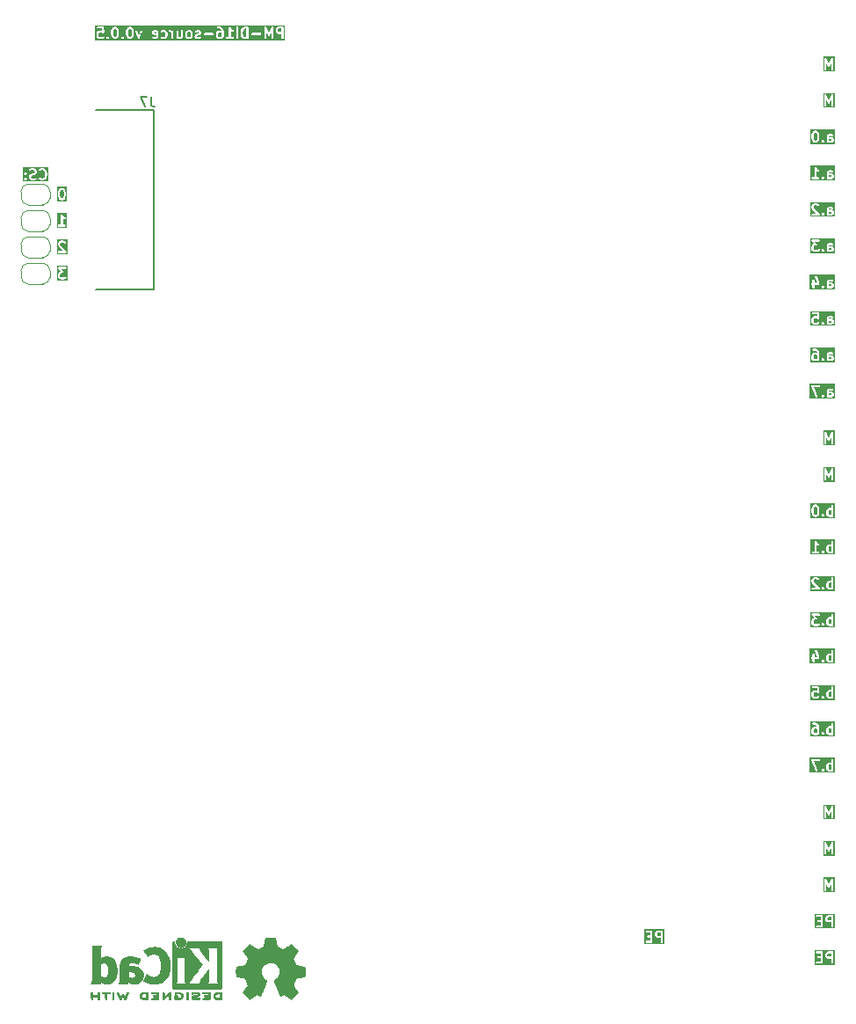
<source format=gbr>
%TF.GenerationSoftware,KiCad,Pcbnew,8.0.7-8.0.7-0~ubuntu24.04.1*%
%TF.CreationDate,2025-01-20T15:15:08+03:00*%
%TF.ProjectId,PM-DI16-sink,504d2d44-4931-4362-9d73-696e6b2e6b69,rev?*%
%TF.SameCoordinates,Original*%
%TF.FileFunction,Legend,Bot*%
%TF.FilePolarity,Positive*%
%FSLAX46Y46*%
G04 Gerber Fmt 4.6, Leading zero omitted, Abs format (unit mm)*
G04 Created by KiCad (PCBNEW 8.0.7-8.0.7-0~ubuntu24.04.1) date 2025-01-20 15:15:08*
%MOMM*%
%LPD*%
G01*
G04 APERTURE LIST*
G04 Aperture macros list*
%AMFreePoly0*
4,1,19,0.500000,-0.750000,0.000000,-0.750000,0.000000,-0.744911,-0.071157,-0.744911,-0.207708,-0.704816,-0.327430,-0.627875,-0.420627,-0.520320,-0.479746,-0.390866,-0.500000,-0.250000,-0.500000,0.250000,-0.479746,0.390866,-0.420627,0.520320,-0.327430,0.627875,-0.207708,0.704816,-0.071157,0.744911,0.000000,0.744911,0.000000,0.750000,0.500000,0.750000,0.500000,-0.750000,0.500000,-0.750000,
$1*%
%AMFreePoly1*
4,1,19,0.000000,0.744911,0.071157,0.744911,0.207708,0.704816,0.327430,0.627875,0.420627,0.520320,0.479746,0.390866,0.500000,0.250000,0.500000,-0.250000,0.479746,-0.390866,0.420627,-0.520320,0.327430,-0.627875,0.207708,-0.704816,0.071157,-0.744911,0.000000,-0.744911,0.000000,-0.750000,-0.500000,-0.750000,-0.500000,0.750000,0.000000,0.750000,0.000000,0.744911,0.000000,0.744911,
$1*%
G04 Aperture macros list end*
%ADD10C,0.200000*%
%ADD11C,0.150000*%
%ADD12C,0.120000*%
%ADD13C,0.010000*%
%ADD14C,0.152400*%
%ADD15C,3.200000*%
%ADD16C,2.200000*%
%ADD17O,6.350000X6.350000*%
%ADD18FreePoly0,180.000000*%
%ADD19FreePoly1,180.000000*%
%ADD20R,1.803400X0.635000*%
%ADD21R,2.997200X2.590800*%
G04 APERTURE END LIST*
D10*
G36*
X29030326Y-6894974D02*
G01*
X29030326Y-7342796D01*
X29011481Y-7352219D01*
X28868219Y-7352219D01*
X28808609Y-7322414D01*
X28783942Y-7297746D01*
X28754136Y-7238134D01*
X28754136Y-6999635D01*
X28783941Y-6940025D01*
X28808609Y-6915356D01*
X28868219Y-6885552D01*
X29011481Y-6885552D01*
X29030326Y-6894974D01*
G37*
G36*
X29341437Y-7663330D02*
G01*
X27014454Y-7663330D01*
X27014454Y-6642695D01*
X27125565Y-6642695D01*
X27125565Y-6737933D01*
X27126537Y-6747806D01*
X27126350Y-6750440D01*
X27127137Y-6753903D01*
X27127486Y-6757442D01*
X27128497Y-6759884D01*
X27130697Y-6769556D01*
X27178316Y-6912412D01*
X27186307Y-6930313D01*
X27188662Y-6933028D01*
X27190037Y-6936347D01*
X27202473Y-6951501D01*
X27603190Y-7352219D01*
X27225565Y-7352219D01*
X27206056Y-7354140D01*
X27170008Y-7369072D01*
X27142418Y-7396662D01*
X27127486Y-7432710D01*
X27127486Y-7471728D01*
X27142418Y-7507776D01*
X27170008Y-7535366D01*
X27206056Y-7550298D01*
X27225565Y-7552219D01*
X27844612Y-7552219D01*
X27864121Y-7550298D01*
X27900169Y-7535366D01*
X27927759Y-7507776D01*
X27942691Y-7471728D01*
X27942691Y-7432710D01*
X27927759Y-7396662D01*
X27927758Y-7396661D01*
X27918263Y-7385091D01*
X28079866Y-7385091D01*
X28079866Y-7424109D01*
X28086329Y-7439712D01*
X28094798Y-7460158D01*
X28094802Y-7460162D01*
X28107234Y-7475311D01*
X28154853Y-7522929D01*
X28170006Y-7535366D01*
X28179009Y-7539095D01*
X28206055Y-7550298D01*
X28245073Y-7550298D01*
X28281121Y-7535366D01*
X28296275Y-7522930D01*
X28343893Y-7475311D01*
X28356330Y-7460158D01*
X28363082Y-7443856D01*
X28371261Y-7424110D01*
X28371262Y-7385092D01*
X28356331Y-7349043D01*
X28343894Y-7333890D01*
X28296275Y-7286270D01*
X28281122Y-7273833D01*
X28266190Y-7267648D01*
X28245073Y-7258901D01*
X28206055Y-7258901D01*
X28195497Y-7263274D01*
X28170007Y-7273832D01*
X28170006Y-7273833D01*
X28154852Y-7286270D01*
X28107234Y-7333890D01*
X28094797Y-7349043D01*
X28084784Y-7373219D01*
X28079866Y-7385091D01*
X27918263Y-7385091D01*
X27915323Y-7381508D01*
X27509844Y-6976028D01*
X28554136Y-6976028D01*
X28554136Y-7261742D01*
X28556057Y-7281251D01*
X28557432Y-7284571D01*
X28557687Y-7288155D01*
X28564693Y-7306463D01*
X28612312Y-7401701D01*
X28617595Y-7410093D01*
X28618607Y-7412537D01*
X28620863Y-7415286D01*
X28622755Y-7418291D01*
X28624749Y-7420020D01*
X28631044Y-7427690D01*
X28678662Y-7475310D01*
X28686330Y-7481603D01*
X28688062Y-7483600D01*
X28691070Y-7485493D01*
X28693816Y-7487747D01*
X28696256Y-7488757D01*
X28704653Y-7494043D01*
X28799890Y-7541662D01*
X28818199Y-7548668D01*
X28821782Y-7548922D01*
X28825103Y-7550298D01*
X28844612Y-7552219D01*
X29035088Y-7552219D01*
X29054597Y-7550298D01*
X29057917Y-7548922D01*
X29061501Y-7548668D01*
X29079809Y-7541662D01*
X29084412Y-7539360D01*
X29110817Y-7550298D01*
X29149835Y-7550298D01*
X29185883Y-7535366D01*
X29213473Y-7507776D01*
X29228405Y-7471728D01*
X29230326Y-7452219D01*
X29230326Y-6452219D01*
X29228405Y-6432710D01*
X29213473Y-6396662D01*
X29185883Y-6369072D01*
X29149835Y-6354140D01*
X29110817Y-6354140D01*
X29074769Y-6369072D01*
X29047179Y-6396662D01*
X29032247Y-6432710D01*
X29030326Y-6452219D01*
X29030326Y-6685552D01*
X28844612Y-6685552D01*
X28825103Y-6687473D01*
X28821782Y-6688848D01*
X28818199Y-6689103D01*
X28799890Y-6696109D01*
X28704653Y-6743728D01*
X28696256Y-6749013D01*
X28693816Y-6750024D01*
X28691070Y-6752277D01*
X28688062Y-6754171D01*
X28686329Y-6756168D01*
X28678663Y-6762461D01*
X28631044Y-6810079D01*
X28624749Y-6817749D01*
X28622755Y-6819479D01*
X28620861Y-6822486D01*
X28618608Y-6825233D01*
X28617597Y-6827672D01*
X28612312Y-6836069D01*
X28564693Y-6931307D01*
X28557687Y-6949615D01*
X28557432Y-6953198D01*
X28556057Y-6956519D01*
X28554136Y-6976028D01*
X27509844Y-6976028D01*
X27360586Y-6826770D01*
X27325565Y-6721706D01*
X27325565Y-6666302D01*
X27355370Y-6606692D01*
X27380038Y-6582023D01*
X27439648Y-6552219D01*
X27630529Y-6552219D01*
X27690138Y-6582024D01*
X27726282Y-6618167D01*
X27741435Y-6630604D01*
X27777484Y-6645535D01*
X27816502Y-6645535D01*
X27852550Y-6630604D01*
X27880140Y-6603014D01*
X27895071Y-6566966D01*
X27895071Y-6527948D01*
X27880140Y-6491899D01*
X27867703Y-6476746D01*
X27820085Y-6429127D01*
X27812414Y-6422832D01*
X27810685Y-6420838D01*
X27807677Y-6418944D01*
X27804931Y-6416691D01*
X27802491Y-6415680D01*
X27794095Y-6410395D01*
X27698857Y-6362776D01*
X27680549Y-6355770D01*
X27676965Y-6355515D01*
X27673645Y-6354140D01*
X27654136Y-6352219D01*
X27416041Y-6352219D01*
X27396532Y-6354140D01*
X27393211Y-6355515D01*
X27389628Y-6355770D01*
X27371319Y-6362776D01*
X27276082Y-6410395D01*
X27267685Y-6415680D01*
X27265245Y-6416691D01*
X27262499Y-6418944D01*
X27259491Y-6420838D01*
X27257758Y-6422835D01*
X27250092Y-6429128D01*
X27202473Y-6476746D01*
X27196178Y-6484416D01*
X27194184Y-6486146D01*
X27192290Y-6489153D01*
X27190037Y-6491900D01*
X27189026Y-6494339D01*
X27183741Y-6502736D01*
X27136122Y-6597974D01*
X27129116Y-6616282D01*
X27128861Y-6619865D01*
X27127486Y-6623186D01*
X27125565Y-6642695D01*
X27014454Y-6642695D01*
X27014454Y-6241108D01*
X29341437Y-6241108D01*
X29341437Y-7663330D01*
G37*
G36*
X29030326Y-42876028D02*
G01*
X28772981Y-42876028D01*
X28713371Y-42846223D01*
X28688703Y-42821554D01*
X28658898Y-42761944D01*
X28658898Y-42666302D01*
X28688703Y-42606692D01*
X28713371Y-42582023D01*
X28772981Y-42552219D01*
X29030326Y-42552219D01*
X29030326Y-42876028D01*
G37*
G36*
X29341437Y-43663330D02*
G01*
X27444946Y-43663330D01*
X27444946Y-42432710D01*
X27556057Y-42432710D01*
X27556057Y-42471728D01*
X27570989Y-42507776D01*
X27598579Y-42535366D01*
X27634627Y-42550298D01*
X27654136Y-42552219D01*
X28030326Y-42552219D01*
X28030326Y-42828409D01*
X27796993Y-42828409D01*
X27777484Y-42830330D01*
X27741436Y-42845262D01*
X27713846Y-42872852D01*
X27698914Y-42908900D01*
X27698914Y-42947918D01*
X27713846Y-42983966D01*
X27741436Y-43011556D01*
X27777484Y-43026488D01*
X27796993Y-43028409D01*
X28030326Y-43028409D01*
X28030326Y-43352219D01*
X27654136Y-43352219D01*
X27634627Y-43354140D01*
X27598579Y-43369072D01*
X27570989Y-43396662D01*
X27556057Y-43432710D01*
X27556057Y-43471728D01*
X27570989Y-43507776D01*
X27598579Y-43535366D01*
X27634627Y-43550298D01*
X27654136Y-43552219D01*
X28130326Y-43552219D01*
X28149835Y-43550298D01*
X28185883Y-43535366D01*
X28213473Y-43507776D01*
X28228405Y-43471728D01*
X28230326Y-43452219D01*
X28230326Y-42642695D01*
X28458898Y-42642695D01*
X28458898Y-42785552D01*
X28460819Y-42805061D01*
X28462194Y-42808381D01*
X28462449Y-42811965D01*
X28469455Y-42830273D01*
X28517074Y-42925511D01*
X28522359Y-42933907D01*
X28523370Y-42936347D01*
X28525623Y-42939093D01*
X28527517Y-42942101D01*
X28529511Y-42943830D01*
X28535806Y-42951501D01*
X28583425Y-42999119D01*
X28591091Y-43005411D01*
X28592824Y-43007409D01*
X28595832Y-43009302D01*
X28598578Y-43011556D01*
X28601018Y-43012566D01*
X28609415Y-43017852D01*
X28704652Y-43065471D01*
X28722961Y-43072477D01*
X28726544Y-43072731D01*
X28729865Y-43074107D01*
X28749374Y-43076028D01*
X29030326Y-43076028D01*
X29030326Y-43452219D01*
X29032247Y-43471728D01*
X29047179Y-43507776D01*
X29074769Y-43535366D01*
X29110817Y-43550298D01*
X29149835Y-43550298D01*
X29185883Y-43535366D01*
X29213473Y-43507776D01*
X29228405Y-43471728D01*
X29230326Y-43452219D01*
X29230326Y-42452219D01*
X29228405Y-42432710D01*
X29213473Y-42396662D01*
X29185883Y-42369072D01*
X29149835Y-42354140D01*
X29130326Y-42352219D01*
X28749374Y-42352219D01*
X28729865Y-42354140D01*
X28726544Y-42355515D01*
X28722961Y-42355770D01*
X28704652Y-42362776D01*
X28609415Y-42410395D01*
X28601018Y-42415680D01*
X28598578Y-42416691D01*
X28595832Y-42418944D01*
X28592824Y-42420838D01*
X28591091Y-42422835D01*
X28583425Y-42429128D01*
X28535806Y-42476746D01*
X28529511Y-42484416D01*
X28527517Y-42486146D01*
X28525623Y-42489153D01*
X28523370Y-42491900D01*
X28522359Y-42494339D01*
X28517074Y-42502736D01*
X28469455Y-42597974D01*
X28462449Y-42616282D01*
X28462194Y-42619865D01*
X28460819Y-42623186D01*
X28458898Y-42642695D01*
X28230326Y-42642695D01*
X28230326Y-42452219D01*
X28228405Y-42432710D01*
X28213473Y-42396662D01*
X28185883Y-42369072D01*
X28149835Y-42354140D01*
X28130326Y-42352219D01*
X27654136Y-42352219D01*
X27634627Y-42354140D01*
X27598579Y-42369072D01*
X27570989Y-42396662D01*
X27556057Y-42432710D01*
X27444946Y-42432710D01*
X27444946Y-42241108D01*
X29341437Y-42241108D01*
X29341437Y-43663330D01*
G37*
G36*
X29341437Y6338591D02*
G01*
X28252549Y6338591D01*
X28252549Y7547781D01*
X28363660Y7547781D01*
X28363660Y6547781D01*
X28365581Y6528272D01*
X28380513Y6492224D01*
X28408103Y6464634D01*
X28444151Y6449702D01*
X28483169Y6449702D01*
X28519217Y6464634D01*
X28546807Y6492224D01*
X28561739Y6528272D01*
X28563660Y6547781D01*
X28563660Y7097025D01*
X28706375Y6791207D01*
X28710607Y6784062D01*
X28711487Y6781644D01*
X28713052Y6779935D01*
X28716366Y6774341D01*
X28727576Y6764075D01*
X28737838Y6752869D01*
X28741863Y6750991D01*
X28745141Y6747989D01*
X28759423Y6742796D01*
X28773196Y6736368D01*
X28777635Y6736173D01*
X28781810Y6734655D01*
X28796993Y6735323D01*
X28812176Y6734655D01*
X28816349Y6736173D01*
X28820791Y6736368D01*
X28834575Y6742801D01*
X28848845Y6747990D01*
X28852118Y6750988D01*
X28856148Y6752868D01*
X28866417Y6764083D01*
X28877620Y6774341D01*
X28880931Y6779932D01*
X28882500Y6781644D01*
X28883380Y6784066D01*
X28887611Y6791207D01*
X29030326Y7097026D01*
X29030326Y6547781D01*
X29032247Y6528272D01*
X29047179Y6492224D01*
X29074769Y6464634D01*
X29110817Y6449702D01*
X29149835Y6449702D01*
X29185883Y6464634D01*
X29213473Y6492224D01*
X29228405Y6528272D01*
X29230326Y6547781D01*
X29230326Y7547781D01*
X29229063Y7560605D01*
X29229167Y7562964D01*
X29228706Y7564232D01*
X29228405Y7567290D01*
X29221764Y7583321D01*
X29215833Y7599633D01*
X29214326Y7601279D01*
X29213473Y7603338D01*
X29201211Y7615600D01*
X29189481Y7628409D01*
X29187457Y7629354D01*
X29185883Y7630928D01*
X29169867Y7637563D01*
X29154124Y7644909D01*
X29151894Y7645007D01*
X29149835Y7645860D01*
X29132483Y7645860D01*
X29115143Y7646622D01*
X29113047Y7645860D01*
X29110817Y7645860D01*
X29094786Y7639220D01*
X29078474Y7633288D01*
X29076828Y7631782D01*
X29074769Y7630928D01*
X29062501Y7618661D01*
X29049699Y7606936D01*
X29048132Y7604292D01*
X29047179Y7603338D01*
X29046275Y7601157D01*
X29039708Y7590070D01*
X28796992Y7069967D01*
X28554278Y7590070D01*
X28547710Y7601157D01*
X28546807Y7603338D01*
X28545853Y7604292D01*
X28544287Y7606936D01*
X28531490Y7618655D01*
X28519217Y7630928D01*
X28517155Y7631782D01*
X28515512Y7633287D01*
X28499210Y7639216D01*
X28483169Y7645860D01*
X28480938Y7645860D01*
X28478843Y7646622D01*
X28461503Y7645860D01*
X28444151Y7645860D01*
X28442091Y7645007D01*
X28439863Y7644909D01*
X28424132Y7637568D01*
X28408103Y7630928D01*
X28406526Y7629352D01*
X28404505Y7628408D01*
X28392786Y7615612D01*
X28380513Y7603338D01*
X28379659Y7601277D01*
X28378154Y7599633D01*
X28372225Y7583332D01*
X28365581Y7567290D01*
X28365279Y7564232D01*
X28364819Y7562964D01*
X28364922Y7560605D01*
X28363660Y7547781D01*
X28252549Y7547781D01*
X28252549Y7757733D01*
X29341437Y7757733D01*
X29341437Y6338591D01*
G37*
G36*
X27594900Y36417976D02*
G01*
X27619569Y36393308D01*
X27655022Y36322401D01*
X27696993Y36154520D01*
X27696993Y35941044D01*
X27655022Y35773163D01*
X27619569Y35702257D01*
X27594900Y35677587D01*
X27535291Y35647781D01*
X27487267Y35647781D01*
X27427657Y35677586D01*
X27402990Y35702254D01*
X27367535Y35773163D01*
X27325565Y35941044D01*
X27325565Y36154519D01*
X27367535Y36322401D01*
X27402989Y36393308D01*
X27427657Y36417977D01*
X27487267Y36447781D01*
X27535291Y36447781D01*
X27594900Y36417976D01*
G37*
G36*
X29055790Y35806579D02*
G01*
X29077945Y35762270D01*
X29077945Y35714246D01*
X29055790Y35669937D01*
X29011481Y35647781D01*
X28820600Y35647781D01*
X28801755Y35657204D01*
X28801755Y35828734D01*
X29011481Y35828734D01*
X29055790Y35806579D01*
G37*
G36*
X29389056Y35336670D02*
G01*
X27014454Y35336670D01*
X27014454Y36166829D01*
X27125565Y36166829D01*
X27125565Y35928734D01*
X27125900Y35925332D01*
X27125683Y35923873D01*
X27126762Y35916576D01*
X27127486Y35909225D01*
X27128050Y35907862D01*
X27128551Y35904480D01*
X27176170Y35714005D01*
X27176683Y35712568D01*
X27176735Y35711845D01*
X27179843Y35703721D01*
X27182765Y35695544D01*
X27183195Y35694964D01*
X27183741Y35693537D01*
X27231360Y35598299D01*
X27236643Y35589907D01*
X27237655Y35587463D01*
X27239911Y35584714D01*
X27241803Y35581709D01*
X27243797Y35579980D01*
X27250092Y35572310D01*
X27297710Y35524690D01*
X27305378Y35518397D01*
X27307110Y35516400D01*
X27310118Y35514507D01*
X27312864Y35512253D01*
X27315304Y35511243D01*
X27323701Y35505957D01*
X27418938Y35458338D01*
X27437247Y35451332D01*
X27440830Y35451078D01*
X27444151Y35449702D01*
X27463660Y35447781D01*
X27558898Y35447781D01*
X27578407Y35449702D01*
X27581727Y35451078D01*
X27585311Y35451332D01*
X27603619Y35458338D01*
X27698857Y35505957D01*
X27707252Y35511242D01*
X27709694Y35512253D01*
X27712441Y35514509D01*
X27715447Y35516400D01*
X27717177Y35518395D01*
X27724847Y35524690D01*
X27772466Y35572310D01*
X27778758Y35579977D01*
X27780755Y35581708D01*
X27782648Y35584716D01*
X27784903Y35587463D01*
X27785914Y35589905D01*
X27791198Y35598299D01*
X27799503Y35614909D01*
X28079866Y35614909D01*
X28079866Y35575891D01*
X28086329Y35560288D01*
X28094798Y35539842D01*
X28094802Y35539838D01*
X28107234Y35524689D01*
X28154853Y35477071D01*
X28170006Y35464634D01*
X28179009Y35460905D01*
X28206055Y35449702D01*
X28245073Y35449702D01*
X28281121Y35464634D01*
X28296275Y35477070D01*
X28343893Y35524689D01*
X28356330Y35539842D01*
X28363082Y35556144D01*
X28371261Y35575890D01*
X28371262Y35614908D01*
X28356331Y35650957D01*
X28343894Y35666110D01*
X28296275Y35713730D01*
X28281122Y35726167D01*
X28258928Y35735360D01*
X28256528Y35736354D01*
X28245073Y35741099D01*
X28206055Y35741099D01*
X28195497Y35736726D01*
X28170007Y35726168D01*
X28170006Y35726167D01*
X28154852Y35713730D01*
X28107234Y35666110D01*
X28094797Y35650957D01*
X28084784Y35626781D01*
X28079866Y35614909D01*
X27799503Y35614909D01*
X27838817Y35693536D01*
X27839363Y35694965D01*
X27839793Y35695544D01*
X27842714Y35703721D01*
X27845823Y35711845D01*
X27845874Y35712566D01*
X27846388Y35714004D01*
X27894007Y35904480D01*
X27894507Y35907862D01*
X27895072Y35909225D01*
X27895795Y35916576D01*
X27896875Y35923873D01*
X27896657Y35925332D01*
X27896993Y35928734D01*
X27896993Y36071591D01*
X28601755Y36071591D01*
X28601755Y35547781D01*
X28603676Y35528272D01*
X28618608Y35492224D01*
X28646198Y35464634D01*
X28682246Y35449702D01*
X28721264Y35449702D01*
X28747668Y35460640D01*
X28752271Y35458338D01*
X28770580Y35451332D01*
X28774163Y35451078D01*
X28777484Y35449702D01*
X28796993Y35447781D01*
X29035088Y35447781D01*
X29054597Y35449702D01*
X29057917Y35451078D01*
X29061501Y35451332D01*
X29079809Y35458338D01*
X29175047Y35505957D01*
X29178309Y35508011D01*
X29179849Y35508524D01*
X29181765Y35510187D01*
X29191637Y35516400D01*
X29199852Y35525874D01*
X29209326Y35534089D01*
X29215539Y35543961D01*
X29217202Y35545877D01*
X29217714Y35547416D01*
X29219769Y35550679D01*
X29267388Y35645918D01*
X29274394Y35664226D01*
X29274648Y35667810D01*
X29276024Y35671130D01*
X29277945Y35690639D01*
X29277945Y35785877D01*
X29276024Y35805386D01*
X29274648Y35808707D01*
X29274394Y35812290D01*
X29267388Y35830599D01*
X29219769Y35925836D01*
X29217714Y35929100D01*
X29217202Y35930638D01*
X29215540Y35932554D01*
X29209326Y35942427D01*
X29199850Y35950645D01*
X29191637Y35960115D01*
X29181765Y35966329D01*
X29179849Y35967991D01*
X29178310Y35968505D01*
X29175047Y35970558D01*
X29079809Y36018177D01*
X29061501Y36025183D01*
X29057917Y36025438D01*
X29054597Y36026813D01*
X29035088Y36028734D01*
X28820600Y36028734D01*
X28801755Y36038157D01*
X28801755Y36047984D01*
X28823910Y36092294D01*
X28868219Y36114448D01*
X29011481Y36114448D01*
X29085604Y36077386D01*
X29103913Y36070380D01*
X29142833Y36067614D01*
X29179849Y36079953D01*
X29209326Y36105518D01*
X29226775Y36140416D01*
X29229540Y36179336D01*
X29217202Y36216352D01*
X29191637Y36245829D01*
X29175047Y36256272D01*
X29079809Y36303891D01*
X29061501Y36310897D01*
X29057917Y36311152D01*
X29054597Y36312527D01*
X29035088Y36314448D01*
X28844612Y36314448D01*
X28825103Y36312527D01*
X28821782Y36311152D01*
X28818199Y36310897D01*
X28799890Y36303891D01*
X28704653Y36256272D01*
X28701389Y36254218D01*
X28699851Y36253705D01*
X28697935Y36252044D01*
X28688062Y36245829D01*
X28679844Y36236354D01*
X28670374Y36228140D01*
X28664160Y36218269D01*
X28662498Y36216352D01*
X28661984Y36214814D01*
X28659931Y36211550D01*
X28612312Y36116312D01*
X28605306Y36098004D01*
X28605051Y36094421D01*
X28603676Y36091100D01*
X28601755Y36071591D01*
X27896993Y36071591D01*
X27896993Y36166829D01*
X27896657Y36170232D01*
X27896875Y36171690D01*
X27895795Y36178988D01*
X27895072Y36186338D01*
X27894507Y36187702D01*
X27894007Y36191083D01*
X27846388Y36381559D01*
X27845874Y36382998D01*
X27845823Y36383718D01*
X27842714Y36391843D01*
X27839793Y36400019D01*
X27839363Y36400599D01*
X27838817Y36402027D01*
X27791198Y36497264D01*
X27785912Y36505661D01*
X27784902Y36508101D01*
X27782648Y36510847D01*
X27780755Y36513855D01*
X27778757Y36515588D01*
X27772465Y36523254D01*
X27724847Y36570873D01*
X27717176Y36577168D01*
X27715447Y36579162D01*
X27712439Y36581056D01*
X27709693Y36583309D01*
X27707253Y36584320D01*
X27698857Y36589605D01*
X27603619Y36637224D01*
X27585311Y36644230D01*
X27581727Y36644485D01*
X27578407Y36645860D01*
X27558898Y36647781D01*
X27463660Y36647781D01*
X27444151Y36645860D01*
X27440830Y36644485D01*
X27437247Y36644230D01*
X27418938Y36637224D01*
X27323701Y36589605D01*
X27315304Y36584320D01*
X27312864Y36583309D01*
X27310118Y36581056D01*
X27307110Y36579162D01*
X27305377Y36577165D01*
X27297711Y36570872D01*
X27250092Y36523254D01*
X27243797Y36515584D01*
X27241803Y36513854D01*
X27239909Y36510847D01*
X27237656Y36508100D01*
X27236645Y36505661D01*
X27231360Y36497264D01*
X27183741Y36402026D01*
X27183195Y36400600D01*
X27182765Y36400019D01*
X27179843Y36391843D01*
X27176735Y36383718D01*
X27176683Y36382996D01*
X27176170Y36381558D01*
X27128551Y36191083D01*
X27128050Y36187702D01*
X27127486Y36186338D01*
X27126762Y36178988D01*
X27125683Y36171690D01*
X27125900Y36170232D01*
X27125565Y36166829D01*
X27014454Y36166829D01*
X27014454Y36758892D01*
X29389056Y36758892D01*
X29389056Y35336670D01*
G37*
G36*
X29055790Y25306579D02*
G01*
X29077945Y25262270D01*
X29077945Y25214246D01*
X29055790Y25169937D01*
X29011481Y25147781D01*
X28820600Y25147781D01*
X28801755Y25157204D01*
X28801755Y25328734D01*
X29011481Y25328734D01*
X29055790Y25306579D01*
G37*
G36*
X29389056Y24836670D02*
G01*
X27014454Y24836670D01*
X27014454Y25476353D01*
X27125565Y25476353D01*
X27125565Y25238258D01*
X27127486Y25218749D01*
X27128861Y25215429D01*
X27129116Y25211845D01*
X27136122Y25193537D01*
X27183741Y25098299D01*
X27189024Y25089907D01*
X27190036Y25087463D01*
X27192292Y25084714D01*
X27194184Y25081709D01*
X27196178Y25079980D01*
X27202473Y25072310D01*
X27250091Y25024690D01*
X27257759Y25018397D01*
X27259491Y25016400D01*
X27262499Y25014507D01*
X27265245Y25012253D01*
X27267685Y25011243D01*
X27276082Y25005957D01*
X27371319Y24958338D01*
X27389628Y24951332D01*
X27393211Y24951078D01*
X27396532Y24949702D01*
X27416041Y24947781D01*
X27701755Y24947781D01*
X27721264Y24949702D01*
X27724584Y24951078D01*
X27728168Y24951332D01*
X27746476Y24958338D01*
X27841714Y25005957D01*
X27850109Y25011242D01*
X27852551Y25012253D01*
X27855298Y25014509D01*
X27858304Y25016400D01*
X27860034Y25018395D01*
X27867704Y25024690D01*
X27915323Y25072310D01*
X27927760Y25087463D01*
X27939128Y25114909D01*
X28079866Y25114909D01*
X28079866Y25075891D01*
X28086329Y25060288D01*
X28094798Y25039842D01*
X28094802Y25039838D01*
X28107234Y25024689D01*
X28154853Y24977071D01*
X28170006Y24964634D01*
X28179009Y24960905D01*
X28206055Y24949702D01*
X28245073Y24949702D01*
X28281121Y24964634D01*
X28296275Y24977070D01*
X28343893Y25024689D01*
X28356330Y25039842D01*
X28363082Y25056144D01*
X28371261Y25075890D01*
X28371262Y25114908D01*
X28356331Y25150957D01*
X28343894Y25166110D01*
X28296275Y25213730D01*
X28281122Y25226167D01*
X28258928Y25235360D01*
X28256528Y25236354D01*
X28245073Y25241099D01*
X28206055Y25241099D01*
X28195497Y25236726D01*
X28170007Y25226168D01*
X28170006Y25226167D01*
X28154852Y25213730D01*
X28107234Y25166110D01*
X28094797Y25150957D01*
X28084784Y25126781D01*
X28079866Y25114909D01*
X27939128Y25114909D01*
X27942691Y25123512D01*
X27942690Y25162530D01*
X27927759Y25198578D01*
X27900168Y25226168D01*
X27864120Y25241099D01*
X27825102Y25241098D01*
X27789054Y25226167D01*
X27773900Y25213730D01*
X27737757Y25177587D01*
X27678148Y25147781D01*
X27439648Y25147781D01*
X27380038Y25177586D01*
X27355371Y25202254D01*
X27325565Y25261866D01*
X27325565Y25452746D01*
X27355370Y25512356D01*
X27380038Y25537025D01*
X27439648Y25566829D01*
X27558898Y25566829D01*
X27569215Y25567845D01*
X27571840Y25567670D01*
X27573647Y25568282D01*
X27578407Y25568750D01*
X27585265Y25571591D01*
X28601755Y25571591D01*
X28601755Y25047781D01*
X28603676Y25028272D01*
X28618608Y24992224D01*
X28646198Y24964634D01*
X28682246Y24949702D01*
X28721264Y24949702D01*
X28747668Y24960640D01*
X28752271Y24958338D01*
X28770580Y24951332D01*
X28774163Y24951078D01*
X28777484Y24949702D01*
X28796993Y24947781D01*
X29035088Y24947781D01*
X29054597Y24949702D01*
X29057917Y24951078D01*
X29061501Y24951332D01*
X29079809Y24958338D01*
X29175047Y25005957D01*
X29178309Y25008011D01*
X29179849Y25008524D01*
X29181765Y25010187D01*
X29191637Y25016400D01*
X29199852Y25025874D01*
X29209326Y25034089D01*
X29215539Y25043961D01*
X29217202Y25045877D01*
X29217714Y25047416D01*
X29219769Y25050679D01*
X29267388Y25145918D01*
X29274394Y25164226D01*
X29274648Y25167810D01*
X29276024Y25171130D01*
X29277945Y25190639D01*
X29277945Y25285877D01*
X29276024Y25305386D01*
X29274648Y25308707D01*
X29274394Y25312290D01*
X29267388Y25330599D01*
X29219769Y25425836D01*
X29217714Y25429100D01*
X29217202Y25430638D01*
X29215540Y25432554D01*
X29209326Y25442427D01*
X29199850Y25450645D01*
X29191637Y25460115D01*
X29181765Y25466329D01*
X29179849Y25467991D01*
X29178310Y25468505D01*
X29175047Y25470558D01*
X29079809Y25518177D01*
X29061501Y25525183D01*
X29057917Y25525438D01*
X29054597Y25526813D01*
X29035088Y25528734D01*
X28820600Y25528734D01*
X28801755Y25538157D01*
X28801755Y25547984D01*
X28823910Y25592294D01*
X28868219Y25614448D01*
X29011481Y25614448D01*
X29085604Y25577386D01*
X29103913Y25570380D01*
X29142833Y25567614D01*
X29179849Y25579953D01*
X29209326Y25605518D01*
X29226775Y25640416D01*
X29229540Y25679336D01*
X29217202Y25716352D01*
X29191637Y25745829D01*
X29175047Y25756272D01*
X29079809Y25803891D01*
X29061501Y25810897D01*
X29057917Y25811152D01*
X29054597Y25812527D01*
X29035088Y25814448D01*
X28844612Y25814448D01*
X28825103Y25812527D01*
X28821782Y25811152D01*
X28818199Y25810897D01*
X28799890Y25803891D01*
X28704653Y25756272D01*
X28701389Y25754218D01*
X28699851Y25753705D01*
X28697935Y25752044D01*
X28688062Y25745829D01*
X28679844Y25736354D01*
X28670374Y25728140D01*
X28664160Y25718269D01*
X28662498Y25716352D01*
X28661984Y25714814D01*
X28659931Y25711550D01*
X28612312Y25616312D01*
X28605306Y25598004D01*
X28605051Y25594421D01*
X28603676Y25591100D01*
X28601755Y25571591D01*
X27585265Y25571591D01*
X27593410Y25574965D01*
X27608802Y25580170D01*
X27611341Y25582393D01*
X27614455Y25583682D01*
X27625932Y25595160D01*
X27638166Y25605864D01*
X27639661Y25608889D01*
X27642045Y25611272D01*
X27648259Y25626274D01*
X27655462Y25640839D01*
X27655686Y25644205D01*
X27656977Y25647320D01*
X27656977Y25663569D01*
X27658057Y25679771D01*
X27656977Y25682965D01*
X27656977Y25686338D01*
X27650761Y25701344D01*
X27645557Y25716732D01*
X27642775Y25720623D01*
X27642045Y25722386D01*
X27640185Y25724246D01*
X27634156Y25732679D01*
X27445942Y25947781D01*
X27844612Y25947781D01*
X27864121Y25949702D01*
X27900169Y25964634D01*
X27927759Y25992224D01*
X27942691Y26028272D01*
X27942691Y26067290D01*
X27927759Y26103338D01*
X27900169Y26130928D01*
X27864121Y26145860D01*
X27844612Y26147781D01*
X27225565Y26147781D01*
X27215247Y26146766D01*
X27212623Y26146940D01*
X27210815Y26146329D01*
X27206056Y26145860D01*
X27191050Y26139645D01*
X27175662Y26134440D01*
X27173122Y26132219D01*
X27170008Y26130928D01*
X27158523Y26119444D01*
X27146298Y26108746D01*
X27144802Y26105723D01*
X27142418Y26103338D01*
X27136201Y26088332D01*
X27129001Y26073771D01*
X27128776Y26070406D01*
X27127486Y26067290D01*
X27127486Y26051042D01*
X27126406Y26034839D01*
X27127486Y26031646D01*
X27127486Y26028272D01*
X27133701Y26013267D01*
X27138906Y25997878D01*
X27141687Y25993988D01*
X27142418Y25992224D01*
X27144277Y25990365D01*
X27150307Y25981931D01*
X27354928Y25748077D01*
X27276082Y25708653D01*
X27267685Y25703368D01*
X27265245Y25702357D01*
X27262499Y25700104D01*
X27259491Y25698210D01*
X27257758Y25696213D01*
X27250092Y25689920D01*
X27202473Y25642302D01*
X27196178Y25634632D01*
X27194184Y25632902D01*
X27192290Y25629895D01*
X27190037Y25627148D01*
X27189026Y25624709D01*
X27183741Y25616312D01*
X27136122Y25521074D01*
X27129116Y25502766D01*
X27128861Y25499183D01*
X27127486Y25495862D01*
X27125565Y25476353D01*
X27014454Y25476353D01*
X27014454Y26258892D01*
X29389056Y26258892D01*
X29389056Y24836670D01*
G37*
G36*
X29055790Y11306579D02*
G01*
X29077945Y11262270D01*
X29077945Y11214246D01*
X29055790Y11169937D01*
X29011481Y11147781D01*
X28820600Y11147781D01*
X28801755Y11157204D01*
X28801755Y11328734D01*
X29011481Y11328734D01*
X29055790Y11306579D01*
G37*
G36*
X29389056Y10836670D02*
G01*
X26968526Y10836670D01*
X26968526Y12066093D01*
X27079637Y12066093D01*
X27079867Y12047202D01*
X27079867Y12028272D01*
X27080104Y12027699D01*
X27080112Y12027077D01*
X27086031Y12008389D01*
X27514602Y11008389D01*
X27524053Y10991215D01*
X27551978Y10963963D01*
X27588205Y10949472D01*
X27627220Y10949948D01*
X27663084Y10965318D01*
X27690335Y10993242D01*
X27704826Y11029470D01*
X27704351Y11068485D01*
X27698431Y11087173D01*
X27686544Y11114909D01*
X28079866Y11114909D01*
X28079866Y11075891D01*
X28082934Y11068485D01*
X28094798Y11039842D01*
X28094802Y11039838D01*
X28107234Y11024689D01*
X28154853Y10977071D01*
X28170006Y10964634D01*
X28179009Y10960905D01*
X28206055Y10949702D01*
X28245073Y10949702D01*
X28281121Y10964634D01*
X28296275Y10977070D01*
X28343893Y11024689D01*
X28356330Y11039842D01*
X28360819Y11050679D01*
X28371261Y11075890D01*
X28371262Y11114908D01*
X28356331Y11150957D01*
X28343894Y11166110D01*
X28296275Y11213730D01*
X28281122Y11226167D01*
X28258928Y11235360D01*
X28256528Y11236354D01*
X28245073Y11241099D01*
X28206055Y11241099D01*
X28195497Y11236726D01*
X28170007Y11226168D01*
X28170006Y11226167D01*
X28154852Y11213730D01*
X28107234Y11166110D01*
X28094797Y11150957D01*
X28091510Y11143020D01*
X28079866Y11114909D01*
X27686544Y11114909D01*
X27490824Y11571591D01*
X28601755Y11571591D01*
X28601755Y11047781D01*
X28603676Y11028272D01*
X28618608Y10992224D01*
X28646198Y10964634D01*
X28682246Y10949702D01*
X28721264Y10949702D01*
X28747668Y10960640D01*
X28752271Y10958338D01*
X28770580Y10951332D01*
X28774163Y10951078D01*
X28777484Y10949702D01*
X28796993Y10947781D01*
X29035088Y10947781D01*
X29054597Y10949702D01*
X29057917Y10951078D01*
X29061501Y10951332D01*
X29079809Y10958338D01*
X29175047Y11005957D01*
X29178309Y11008011D01*
X29179849Y11008524D01*
X29181765Y11010187D01*
X29191637Y11016400D01*
X29199852Y11025874D01*
X29209326Y11034089D01*
X29215539Y11043961D01*
X29217202Y11045877D01*
X29217714Y11047416D01*
X29219769Y11050679D01*
X29267388Y11145918D01*
X29274394Y11164226D01*
X29274648Y11167810D01*
X29276024Y11171130D01*
X29277945Y11190639D01*
X29277945Y11285877D01*
X29276024Y11305386D01*
X29274648Y11308707D01*
X29274394Y11312290D01*
X29267388Y11330599D01*
X29219769Y11425836D01*
X29217714Y11429100D01*
X29217202Y11430638D01*
X29215540Y11432554D01*
X29209326Y11442427D01*
X29199850Y11450645D01*
X29191637Y11460115D01*
X29181765Y11466329D01*
X29179849Y11467991D01*
X29178310Y11468505D01*
X29175047Y11470558D01*
X29079809Y11518177D01*
X29061501Y11525183D01*
X29057917Y11525438D01*
X29054597Y11526813D01*
X29035088Y11528734D01*
X28820600Y11528734D01*
X28801755Y11538157D01*
X28801755Y11547984D01*
X28823910Y11592294D01*
X28868219Y11614448D01*
X29011481Y11614448D01*
X29085604Y11577386D01*
X29103913Y11570380D01*
X29142833Y11567614D01*
X29179849Y11579953D01*
X29209326Y11605518D01*
X29226775Y11640416D01*
X29229540Y11679336D01*
X29217202Y11716352D01*
X29191637Y11745829D01*
X29175047Y11756272D01*
X29079809Y11803891D01*
X29061501Y11810897D01*
X29057917Y11811152D01*
X29054597Y11812527D01*
X29035088Y11814448D01*
X28844612Y11814448D01*
X28825103Y11812527D01*
X28821782Y11811152D01*
X28818199Y11810897D01*
X28799890Y11803891D01*
X28704653Y11756272D01*
X28701389Y11754218D01*
X28699851Y11753705D01*
X28697935Y11752044D01*
X28688062Y11745829D01*
X28679844Y11736354D01*
X28670374Y11728140D01*
X28664160Y11718269D01*
X28662498Y11716352D01*
X28661984Y11714814D01*
X28659931Y11711550D01*
X28612312Y11616312D01*
X28605306Y11598004D01*
X28605051Y11594421D01*
X28603676Y11591100D01*
X28601755Y11571591D01*
X27490824Y11571591D01*
X27329600Y11947781D01*
X27844612Y11947781D01*
X27864121Y11949702D01*
X27900169Y11964634D01*
X27927759Y11992224D01*
X27942691Y12028272D01*
X27942691Y12067290D01*
X27927759Y12103338D01*
X27900169Y12130928D01*
X27864121Y12145860D01*
X27844612Y12147781D01*
X27177946Y12147781D01*
X27158437Y12145860D01*
X27157863Y12145623D01*
X27157242Y12145615D01*
X27139820Y12138149D01*
X27122389Y12130928D01*
X27121951Y12130491D01*
X27121379Y12130245D01*
X27108157Y12116697D01*
X27094799Y12103338D01*
X27094561Y12102764D01*
X27094128Y12102320D01*
X27087114Y12084788D01*
X27079867Y12067290D01*
X27079867Y12066668D01*
X27079637Y12066093D01*
X26968526Y12066093D01*
X26968526Y12258892D01*
X29389056Y12258892D01*
X29389056Y10836670D01*
G37*
G36*
X29030326Y-13894974D02*
G01*
X29030326Y-14342796D01*
X29011481Y-14352219D01*
X28868219Y-14352219D01*
X28808609Y-14322414D01*
X28783942Y-14297746D01*
X28754136Y-14238134D01*
X28754136Y-13999635D01*
X28783941Y-13940025D01*
X28808609Y-13915356D01*
X28868219Y-13885552D01*
X29011481Y-13885552D01*
X29030326Y-13894974D01*
G37*
G36*
X29341437Y-14663330D02*
G01*
X26968756Y-14663330D01*
X26968756Y-14099376D01*
X27079867Y-14099376D01*
X27079867Y-14138394D01*
X27094799Y-14174442D01*
X27122389Y-14202032D01*
X27158437Y-14216964D01*
X27177946Y-14218885D01*
X27220803Y-14218885D01*
X27220803Y-14452219D01*
X27222724Y-14471728D01*
X27237656Y-14507776D01*
X27265246Y-14535366D01*
X27301294Y-14550298D01*
X27340312Y-14550298D01*
X27376360Y-14535366D01*
X27403950Y-14507776D01*
X27418882Y-14471728D01*
X27420803Y-14452219D01*
X27420803Y-14385091D01*
X28079866Y-14385091D01*
X28079866Y-14424109D01*
X28086329Y-14439712D01*
X28094798Y-14460158D01*
X28094802Y-14460162D01*
X28107234Y-14475311D01*
X28154853Y-14522929D01*
X28170006Y-14535366D01*
X28179009Y-14539095D01*
X28206055Y-14550298D01*
X28245073Y-14550298D01*
X28281121Y-14535366D01*
X28296275Y-14522930D01*
X28343893Y-14475311D01*
X28356330Y-14460158D01*
X28363082Y-14443856D01*
X28371261Y-14424110D01*
X28371262Y-14385092D01*
X28356331Y-14349043D01*
X28343894Y-14333890D01*
X28296275Y-14286270D01*
X28281122Y-14273833D01*
X28266190Y-14267648D01*
X28245073Y-14258901D01*
X28206055Y-14258901D01*
X28195497Y-14263274D01*
X28170007Y-14273832D01*
X28170006Y-14273833D01*
X28154852Y-14286270D01*
X28107234Y-14333890D01*
X28094797Y-14349043D01*
X28084784Y-14373219D01*
X28079866Y-14385091D01*
X27420803Y-14385091D01*
X27420803Y-14218885D01*
X27796993Y-14218885D01*
X27806866Y-14217912D01*
X27809500Y-14218100D01*
X27811401Y-14217466D01*
X27816502Y-14216964D01*
X27831314Y-14210828D01*
X27846516Y-14205761D01*
X27849229Y-14203407D01*
X27852550Y-14202032D01*
X27863888Y-14190693D01*
X27875992Y-14180196D01*
X27877598Y-14176983D01*
X27880140Y-14174442D01*
X27886276Y-14159627D01*
X27893442Y-14145297D01*
X27893696Y-14141714D01*
X27895072Y-14138394D01*
X27895072Y-14122361D01*
X27896208Y-14106377D01*
X27895072Y-14101381D01*
X27895072Y-14099376D01*
X27894060Y-14096934D01*
X27891861Y-14087262D01*
X27854783Y-13976028D01*
X28554136Y-13976028D01*
X28554136Y-14261742D01*
X28556057Y-14281251D01*
X28557432Y-14284571D01*
X28557687Y-14288155D01*
X28564693Y-14306463D01*
X28612312Y-14401701D01*
X28617595Y-14410093D01*
X28618607Y-14412537D01*
X28620863Y-14415286D01*
X28622755Y-14418291D01*
X28624749Y-14420020D01*
X28631044Y-14427690D01*
X28678662Y-14475310D01*
X28686330Y-14481603D01*
X28688062Y-14483600D01*
X28691070Y-14485493D01*
X28693816Y-14487747D01*
X28696256Y-14488757D01*
X28704653Y-14494043D01*
X28799890Y-14541662D01*
X28818199Y-14548668D01*
X28821782Y-14548922D01*
X28825103Y-14550298D01*
X28844612Y-14552219D01*
X29035088Y-14552219D01*
X29054597Y-14550298D01*
X29057917Y-14548922D01*
X29061501Y-14548668D01*
X29079809Y-14541662D01*
X29084412Y-14539360D01*
X29110817Y-14550298D01*
X29149835Y-14550298D01*
X29185883Y-14535366D01*
X29213473Y-14507776D01*
X29228405Y-14471728D01*
X29230326Y-14452219D01*
X29230326Y-13452219D01*
X29228405Y-13432710D01*
X29213473Y-13396662D01*
X29185883Y-13369072D01*
X29149835Y-13354140D01*
X29110817Y-13354140D01*
X29074769Y-13369072D01*
X29047179Y-13396662D01*
X29032247Y-13432710D01*
X29030326Y-13452219D01*
X29030326Y-13685552D01*
X28844612Y-13685552D01*
X28825103Y-13687473D01*
X28821782Y-13688848D01*
X28818199Y-13689103D01*
X28799890Y-13696109D01*
X28704653Y-13743728D01*
X28696256Y-13749013D01*
X28693816Y-13750024D01*
X28691070Y-13752277D01*
X28688062Y-13754171D01*
X28686329Y-13756168D01*
X28678663Y-13762461D01*
X28631044Y-13810079D01*
X28624749Y-13817749D01*
X28622755Y-13819479D01*
X28620861Y-13822486D01*
X28618608Y-13825233D01*
X28617597Y-13827672D01*
X28612312Y-13836069D01*
X28564693Y-13931307D01*
X28557687Y-13949615D01*
X28557432Y-13953198D01*
X28556057Y-13956519D01*
X28554136Y-13976028D01*
X27854783Y-13976028D01*
X27653766Y-13372977D01*
X27645775Y-13355077D01*
X27620210Y-13325601D01*
X27585311Y-13308151D01*
X27546391Y-13305385D01*
X27509375Y-13317723D01*
X27479899Y-13343288D01*
X27462449Y-13378187D01*
X27459683Y-13417107D01*
X27464030Y-13436223D01*
X27658251Y-14018885D01*
X27420803Y-14018885D01*
X27420803Y-13785552D01*
X27418882Y-13766043D01*
X27403950Y-13729995D01*
X27376360Y-13702405D01*
X27340312Y-13687473D01*
X27301294Y-13687473D01*
X27265246Y-13702405D01*
X27237656Y-13729995D01*
X27222724Y-13766043D01*
X27220803Y-13785552D01*
X27220803Y-14018885D01*
X27177946Y-14018885D01*
X27158437Y-14020806D01*
X27122389Y-14035738D01*
X27094799Y-14063328D01*
X27079867Y-14099376D01*
X26968756Y-14099376D01*
X26968756Y-13194274D01*
X29341437Y-13194274D01*
X29341437Y-14663330D01*
G37*
G36*
X29341437Y-29661409D02*
G01*
X28252549Y-29661409D01*
X28252549Y-28452219D01*
X28363660Y-28452219D01*
X28363660Y-29452219D01*
X28365581Y-29471728D01*
X28380513Y-29507776D01*
X28408103Y-29535366D01*
X28444151Y-29550298D01*
X28483169Y-29550298D01*
X28519217Y-29535366D01*
X28546807Y-29507776D01*
X28561739Y-29471728D01*
X28563660Y-29452219D01*
X28563660Y-28902975D01*
X28706375Y-29208793D01*
X28710607Y-29215938D01*
X28711487Y-29218356D01*
X28713052Y-29220065D01*
X28716366Y-29225659D01*
X28727576Y-29235925D01*
X28737838Y-29247131D01*
X28741863Y-29249009D01*
X28745141Y-29252011D01*
X28759423Y-29257204D01*
X28773196Y-29263632D01*
X28777635Y-29263827D01*
X28781810Y-29265345D01*
X28796993Y-29264677D01*
X28812176Y-29265345D01*
X28816349Y-29263827D01*
X28820791Y-29263632D01*
X28834575Y-29257199D01*
X28848845Y-29252010D01*
X28852118Y-29249012D01*
X28856148Y-29247132D01*
X28866417Y-29235917D01*
X28877620Y-29225659D01*
X28880931Y-29220068D01*
X28882500Y-29218356D01*
X28883380Y-29215934D01*
X28887611Y-29208793D01*
X29030326Y-28902974D01*
X29030326Y-29452219D01*
X29032247Y-29471728D01*
X29047179Y-29507776D01*
X29074769Y-29535366D01*
X29110817Y-29550298D01*
X29149835Y-29550298D01*
X29185883Y-29535366D01*
X29213473Y-29507776D01*
X29228405Y-29471728D01*
X29230326Y-29452219D01*
X29230326Y-28452219D01*
X29229063Y-28439395D01*
X29229167Y-28437036D01*
X29228706Y-28435768D01*
X29228405Y-28432710D01*
X29221764Y-28416679D01*
X29215833Y-28400367D01*
X29214326Y-28398721D01*
X29213473Y-28396662D01*
X29201211Y-28384400D01*
X29189481Y-28371591D01*
X29187457Y-28370646D01*
X29185883Y-28369072D01*
X29169867Y-28362437D01*
X29154124Y-28355091D01*
X29151894Y-28354993D01*
X29149835Y-28354140D01*
X29132483Y-28354140D01*
X29115143Y-28353378D01*
X29113047Y-28354140D01*
X29110817Y-28354140D01*
X29094786Y-28360780D01*
X29078474Y-28366712D01*
X29076828Y-28368218D01*
X29074769Y-28369072D01*
X29062501Y-28381339D01*
X29049699Y-28393064D01*
X29048132Y-28395708D01*
X29047179Y-28396662D01*
X29046275Y-28398843D01*
X29039708Y-28409930D01*
X28796992Y-28930033D01*
X28554278Y-28409930D01*
X28547710Y-28398843D01*
X28546807Y-28396662D01*
X28545853Y-28395708D01*
X28544287Y-28393064D01*
X28531490Y-28381345D01*
X28519217Y-28369072D01*
X28517155Y-28368218D01*
X28515512Y-28366713D01*
X28499210Y-28360784D01*
X28483169Y-28354140D01*
X28480938Y-28354140D01*
X28478843Y-28353378D01*
X28461503Y-28354140D01*
X28444151Y-28354140D01*
X28442091Y-28354993D01*
X28439863Y-28355091D01*
X28424132Y-28362432D01*
X28408103Y-28369072D01*
X28406526Y-28370648D01*
X28404505Y-28371592D01*
X28392786Y-28384388D01*
X28380513Y-28396662D01*
X28379659Y-28398723D01*
X28378154Y-28400367D01*
X28372225Y-28416668D01*
X28365581Y-28432710D01*
X28365279Y-28435768D01*
X28364819Y-28437036D01*
X28364922Y-28439395D01*
X28363660Y-28452219D01*
X28252549Y-28452219D01*
X28252549Y-28242267D01*
X29341437Y-28242267D01*
X29341437Y-29661409D01*
G37*
G36*
X29341437Y-36661409D02*
G01*
X28252549Y-36661409D01*
X28252549Y-35452219D01*
X28363660Y-35452219D01*
X28363660Y-36452219D01*
X28365581Y-36471728D01*
X28380513Y-36507776D01*
X28408103Y-36535366D01*
X28444151Y-36550298D01*
X28483169Y-36550298D01*
X28519217Y-36535366D01*
X28546807Y-36507776D01*
X28561739Y-36471728D01*
X28563660Y-36452219D01*
X28563660Y-35902975D01*
X28706375Y-36208793D01*
X28710607Y-36215938D01*
X28711487Y-36218356D01*
X28713052Y-36220065D01*
X28716366Y-36225659D01*
X28727576Y-36235925D01*
X28737838Y-36247131D01*
X28741863Y-36249009D01*
X28745141Y-36252011D01*
X28759423Y-36257204D01*
X28773196Y-36263632D01*
X28777635Y-36263827D01*
X28781810Y-36265345D01*
X28796993Y-36264677D01*
X28812176Y-36265345D01*
X28816349Y-36263827D01*
X28820791Y-36263632D01*
X28834575Y-36257199D01*
X28848845Y-36252010D01*
X28852118Y-36249012D01*
X28856148Y-36247132D01*
X28866417Y-36235917D01*
X28877620Y-36225659D01*
X28880931Y-36220068D01*
X28882500Y-36218356D01*
X28883380Y-36215934D01*
X28887611Y-36208793D01*
X29030326Y-35902974D01*
X29030326Y-36452219D01*
X29032247Y-36471728D01*
X29047179Y-36507776D01*
X29074769Y-36535366D01*
X29110817Y-36550298D01*
X29149835Y-36550298D01*
X29185883Y-36535366D01*
X29213473Y-36507776D01*
X29228405Y-36471728D01*
X29230326Y-36452219D01*
X29230326Y-35452219D01*
X29229063Y-35439395D01*
X29229167Y-35437036D01*
X29228706Y-35435768D01*
X29228405Y-35432710D01*
X29221764Y-35416679D01*
X29215833Y-35400367D01*
X29214326Y-35398721D01*
X29213473Y-35396662D01*
X29201211Y-35384400D01*
X29189481Y-35371591D01*
X29187457Y-35370646D01*
X29185883Y-35369072D01*
X29169867Y-35362437D01*
X29154124Y-35355091D01*
X29151894Y-35354993D01*
X29149835Y-35354140D01*
X29132483Y-35354140D01*
X29115143Y-35353378D01*
X29113047Y-35354140D01*
X29110817Y-35354140D01*
X29094786Y-35360780D01*
X29078474Y-35366712D01*
X29076828Y-35368218D01*
X29074769Y-35369072D01*
X29062501Y-35381339D01*
X29049699Y-35393064D01*
X29048132Y-35395708D01*
X29047179Y-35396662D01*
X29046275Y-35398843D01*
X29039708Y-35409930D01*
X28796992Y-35930033D01*
X28554278Y-35409930D01*
X28547710Y-35398843D01*
X28546807Y-35396662D01*
X28545853Y-35395708D01*
X28544287Y-35393064D01*
X28531490Y-35381345D01*
X28519217Y-35369072D01*
X28517155Y-35368218D01*
X28515512Y-35366713D01*
X28499210Y-35360784D01*
X28483169Y-35354140D01*
X28480938Y-35354140D01*
X28478843Y-35353378D01*
X28461503Y-35354140D01*
X28444151Y-35354140D01*
X28442091Y-35354993D01*
X28439863Y-35355091D01*
X28424132Y-35362432D01*
X28408103Y-35369072D01*
X28406526Y-35370648D01*
X28404505Y-35371592D01*
X28392786Y-35384388D01*
X28380513Y-35396662D01*
X28379659Y-35398723D01*
X28378154Y-35400367D01*
X28372225Y-35416668D01*
X28365581Y-35432710D01*
X28365279Y-35435768D01*
X28364819Y-35437036D01*
X28364922Y-35439395D01*
X28363660Y-35452219D01*
X28252549Y-35452219D01*
X28252549Y-35242267D01*
X29341437Y-35242267D01*
X29341437Y-36661409D01*
G37*
G36*
X29055790Y32306579D02*
G01*
X29077945Y32262270D01*
X29077945Y32214246D01*
X29055790Y32169937D01*
X29011481Y32147781D01*
X28820600Y32147781D01*
X28801755Y32157204D01*
X28801755Y32328734D01*
X29011481Y32328734D01*
X29055790Y32306579D01*
G37*
G36*
X29389056Y31836670D02*
G01*
X27016375Y31836670D01*
X27016375Y32067290D01*
X27127486Y32067290D01*
X27127486Y32028272D01*
X27142418Y31992224D01*
X27170008Y31964634D01*
X27206056Y31949702D01*
X27225565Y31947781D01*
X27796993Y31947781D01*
X27816502Y31949702D01*
X27852550Y31964634D01*
X27880140Y31992224D01*
X27895072Y32028272D01*
X27895072Y32067290D01*
X27880140Y32103338D01*
X27868569Y32114909D01*
X28079866Y32114909D01*
X28079866Y32075891D01*
X28083429Y32067290D01*
X28094798Y32039842D01*
X28094802Y32039838D01*
X28107234Y32024689D01*
X28154853Y31977071D01*
X28170006Y31964634D01*
X28179009Y31960905D01*
X28206055Y31949702D01*
X28245073Y31949702D01*
X28281121Y31964634D01*
X28296275Y31977070D01*
X28343893Y32024689D01*
X28356330Y32039842D01*
X28360819Y32050679D01*
X28371261Y32075890D01*
X28371262Y32114908D01*
X28356331Y32150957D01*
X28343894Y32166110D01*
X28296275Y32213730D01*
X28281122Y32226167D01*
X28258928Y32235360D01*
X28256528Y32236354D01*
X28245073Y32241099D01*
X28206055Y32241099D01*
X28195497Y32236726D01*
X28170007Y32226168D01*
X28170006Y32226167D01*
X28154852Y32213730D01*
X28107234Y32166110D01*
X28094797Y32150957D01*
X28091510Y32143020D01*
X28079866Y32114909D01*
X27868569Y32114909D01*
X27852550Y32130928D01*
X27816502Y32145860D01*
X27796993Y32147781D01*
X27611279Y32147781D01*
X27611279Y32571591D01*
X28601755Y32571591D01*
X28601755Y32047781D01*
X28603676Y32028272D01*
X28618608Y31992224D01*
X28646198Y31964634D01*
X28682246Y31949702D01*
X28721264Y31949702D01*
X28747668Y31960640D01*
X28752271Y31958338D01*
X28770580Y31951332D01*
X28774163Y31951078D01*
X28777484Y31949702D01*
X28796993Y31947781D01*
X29035088Y31947781D01*
X29054597Y31949702D01*
X29057917Y31951078D01*
X29061501Y31951332D01*
X29079809Y31958338D01*
X29175047Y32005957D01*
X29178309Y32008011D01*
X29179849Y32008524D01*
X29181765Y32010187D01*
X29191637Y32016400D01*
X29199852Y32025874D01*
X29209326Y32034089D01*
X29215539Y32043961D01*
X29217202Y32045877D01*
X29217714Y32047416D01*
X29219769Y32050679D01*
X29267388Y32145918D01*
X29274394Y32164226D01*
X29274648Y32167810D01*
X29276024Y32171130D01*
X29277945Y32190639D01*
X29277945Y32285877D01*
X29276024Y32305386D01*
X29274648Y32308707D01*
X29274394Y32312290D01*
X29267388Y32330599D01*
X29219769Y32425836D01*
X29217714Y32429100D01*
X29217202Y32430638D01*
X29215540Y32432554D01*
X29209326Y32442427D01*
X29199850Y32450645D01*
X29191637Y32460115D01*
X29181765Y32466329D01*
X29179849Y32467991D01*
X29178310Y32468505D01*
X29175047Y32470558D01*
X29079809Y32518177D01*
X29061501Y32525183D01*
X29057917Y32525438D01*
X29054597Y32526813D01*
X29035088Y32528734D01*
X28820600Y32528734D01*
X28801755Y32538157D01*
X28801755Y32547984D01*
X28823910Y32592294D01*
X28868219Y32614448D01*
X29011481Y32614448D01*
X29085604Y32577386D01*
X29103913Y32570380D01*
X29142833Y32567614D01*
X29179849Y32579953D01*
X29209326Y32605518D01*
X29226775Y32640416D01*
X29229540Y32679336D01*
X29217202Y32716352D01*
X29191637Y32745829D01*
X29175047Y32756272D01*
X29079809Y32803891D01*
X29061501Y32810897D01*
X29057917Y32811152D01*
X29054597Y32812527D01*
X29035088Y32814448D01*
X28844612Y32814448D01*
X28825103Y32812527D01*
X28821782Y32811152D01*
X28818199Y32810897D01*
X28799890Y32803891D01*
X28704653Y32756272D01*
X28701389Y32754218D01*
X28699851Y32753705D01*
X28697935Y32752044D01*
X28688062Y32745829D01*
X28679844Y32736354D01*
X28670374Y32728140D01*
X28664160Y32718269D01*
X28662498Y32716352D01*
X28661984Y32714814D01*
X28659931Y32711550D01*
X28612312Y32616312D01*
X28605306Y32598004D01*
X28605051Y32594421D01*
X28603676Y32591100D01*
X28601755Y32571591D01*
X27611279Y32571591D01*
X27611279Y32758740D01*
X27631044Y32738975D01*
X27638710Y32732684D01*
X27640443Y32730686D01*
X27643454Y32728791D01*
X27646198Y32726539D01*
X27648635Y32725530D01*
X27657034Y32720243D01*
X27752271Y32672624D01*
X27770580Y32665618D01*
X27809500Y32662852D01*
X27846516Y32675191D01*
X27875993Y32700756D01*
X27893442Y32735654D01*
X27896207Y32774574D01*
X27883869Y32811590D01*
X27858304Y32841067D01*
X27841714Y32851510D01*
X27760992Y32891871D01*
X27684228Y32968635D01*
X27594484Y33103251D01*
X27594439Y33103306D01*
X27594426Y33103338D01*
X27594352Y33103412D01*
X27582064Y33118418D01*
X27573835Y33123929D01*
X27566836Y33130928D01*
X27557784Y33134678D01*
X27549644Y33140129D01*
X27539936Y33142071D01*
X27530788Y33145860D01*
X27520989Y33145860D01*
X27511384Y33147781D01*
X27501673Y33145860D01*
X27491770Y33145860D01*
X27482717Y33142111D01*
X27473107Y33140209D01*
X27464868Y33134717D01*
X27455722Y33130928D01*
X27448795Y33124002D01*
X27440642Y33118566D01*
X27435131Y33110338D01*
X27428132Y33103338D01*
X27424382Y33094287D01*
X27418931Y33086146D01*
X27416989Y33076439D01*
X27413200Y33067290D01*
X27411299Y33047988D01*
X27411279Y33047886D01*
X27411285Y33047852D01*
X27411279Y33047781D01*
X27411279Y32147781D01*
X27225565Y32147781D01*
X27206056Y32145860D01*
X27170008Y32130928D01*
X27142418Y32103338D01*
X27127486Y32067290D01*
X27016375Y32067290D01*
X27016375Y33258892D01*
X29389056Y33258892D01*
X29389056Y31836670D01*
G37*
G36*
X29030326Y-17394974D02*
G01*
X29030326Y-17842796D01*
X29011481Y-17852219D01*
X28868219Y-17852219D01*
X28808609Y-17822414D01*
X28783942Y-17797746D01*
X28754136Y-17738134D01*
X28754136Y-17499635D01*
X28783941Y-17440025D01*
X28808609Y-17415356D01*
X28868219Y-17385552D01*
X29011481Y-17385552D01*
X29030326Y-17394974D01*
G37*
G36*
X29341437Y-18163330D02*
G01*
X27014454Y-18163330D01*
X27014454Y-17523647D01*
X27125565Y-17523647D01*
X27125565Y-17761742D01*
X27127486Y-17781251D01*
X27128861Y-17784571D01*
X27129116Y-17788155D01*
X27136122Y-17806463D01*
X27183741Y-17901701D01*
X27189024Y-17910093D01*
X27190036Y-17912537D01*
X27192292Y-17915286D01*
X27194184Y-17918291D01*
X27196178Y-17920020D01*
X27202473Y-17927690D01*
X27250091Y-17975310D01*
X27257759Y-17981603D01*
X27259491Y-17983600D01*
X27262499Y-17985493D01*
X27265245Y-17987747D01*
X27267685Y-17988757D01*
X27276082Y-17994043D01*
X27371319Y-18041662D01*
X27389628Y-18048668D01*
X27393211Y-18048922D01*
X27396532Y-18050298D01*
X27416041Y-18052219D01*
X27654136Y-18052219D01*
X27673645Y-18050298D01*
X27676965Y-18048922D01*
X27680549Y-18048668D01*
X27698857Y-18041662D01*
X27794095Y-17994043D01*
X27802490Y-17988758D01*
X27804932Y-17987747D01*
X27807679Y-17985491D01*
X27810685Y-17983600D01*
X27812415Y-17981605D01*
X27820085Y-17975310D01*
X27867704Y-17927690D01*
X27880141Y-17912537D01*
X27891509Y-17885091D01*
X28079866Y-17885091D01*
X28079866Y-17924109D01*
X28086329Y-17939712D01*
X28094798Y-17960158D01*
X28094802Y-17960162D01*
X28107234Y-17975311D01*
X28154853Y-18022929D01*
X28170006Y-18035366D01*
X28179009Y-18039095D01*
X28206055Y-18050298D01*
X28245073Y-18050298D01*
X28281121Y-18035366D01*
X28296275Y-18022930D01*
X28343893Y-17975311D01*
X28356330Y-17960158D01*
X28363082Y-17943856D01*
X28371261Y-17924110D01*
X28371262Y-17885092D01*
X28356331Y-17849043D01*
X28343894Y-17833890D01*
X28296275Y-17786270D01*
X28281122Y-17773833D01*
X28266190Y-17767648D01*
X28245073Y-17758901D01*
X28206055Y-17758901D01*
X28195497Y-17763274D01*
X28170007Y-17773832D01*
X28170006Y-17773833D01*
X28154852Y-17786270D01*
X28107234Y-17833890D01*
X28094797Y-17849043D01*
X28084784Y-17873219D01*
X28079866Y-17885091D01*
X27891509Y-17885091D01*
X27895072Y-17876488D01*
X27895071Y-17837470D01*
X27880140Y-17801422D01*
X27852549Y-17773832D01*
X27816501Y-17758901D01*
X27777483Y-17758902D01*
X27741435Y-17773833D01*
X27726281Y-17786270D01*
X27690138Y-17822413D01*
X27630529Y-17852219D01*
X27439648Y-17852219D01*
X27380038Y-17822414D01*
X27355371Y-17797746D01*
X27325565Y-17738134D01*
X27325565Y-17547254D01*
X27355370Y-17487644D01*
X27380038Y-17462975D01*
X27439648Y-17433171D01*
X27630529Y-17433171D01*
X27690138Y-17462976D01*
X27726282Y-17499119D01*
X27741435Y-17511556D01*
X27746089Y-17513483D01*
X27749985Y-17516671D01*
X27763978Y-17520893D01*
X27777484Y-17526487D01*
X27782518Y-17526487D01*
X27787340Y-17527942D01*
X27801891Y-17526487D01*
X27816502Y-17526487D01*
X27821151Y-17524561D01*
X27826164Y-17524060D01*
X27839047Y-17517148D01*
X27852550Y-17511556D01*
X27856110Y-17507995D01*
X27860548Y-17505615D01*
X27869803Y-17494302D01*
X27880140Y-17483966D01*
X27882067Y-17479313D01*
X27884755Y-17476028D01*
X28554136Y-17476028D01*
X28554136Y-17761742D01*
X28556057Y-17781251D01*
X28557432Y-17784571D01*
X28557687Y-17788155D01*
X28564693Y-17806463D01*
X28612312Y-17901701D01*
X28617595Y-17910093D01*
X28618607Y-17912537D01*
X28620863Y-17915286D01*
X28622755Y-17918291D01*
X28624749Y-17920020D01*
X28631044Y-17927690D01*
X28678662Y-17975310D01*
X28686330Y-17981603D01*
X28688062Y-17983600D01*
X28691070Y-17985493D01*
X28693816Y-17987747D01*
X28696256Y-17988757D01*
X28704653Y-17994043D01*
X28799890Y-18041662D01*
X28818199Y-18048668D01*
X28821782Y-18048922D01*
X28825103Y-18050298D01*
X28844612Y-18052219D01*
X29035088Y-18052219D01*
X29054597Y-18050298D01*
X29057917Y-18048922D01*
X29061501Y-18048668D01*
X29079809Y-18041662D01*
X29084412Y-18039360D01*
X29110817Y-18050298D01*
X29149835Y-18050298D01*
X29185883Y-18035366D01*
X29213473Y-18007776D01*
X29228405Y-17971728D01*
X29230326Y-17952219D01*
X29230326Y-16952219D01*
X29228405Y-16932710D01*
X29213473Y-16896662D01*
X29185883Y-16869072D01*
X29149835Y-16854140D01*
X29110817Y-16854140D01*
X29074769Y-16869072D01*
X29047179Y-16896662D01*
X29032247Y-16932710D01*
X29030326Y-16952219D01*
X29030326Y-17185552D01*
X28844612Y-17185552D01*
X28825103Y-17187473D01*
X28821782Y-17188848D01*
X28818199Y-17189103D01*
X28799890Y-17196109D01*
X28704653Y-17243728D01*
X28696256Y-17249013D01*
X28693816Y-17250024D01*
X28691070Y-17252277D01*
X28688062Y-17254171D01*
X28686329Y-17256168D01*
X28678663Y-17262461D01*
X28631044Y-17310079D01*
X28624749Y-17317749D01*
X28622755Y-17319479D01*
X28620861Y-17322486D01*
X28618608Y-17325233D01*
X28617597Y-17327672D01*
X28612312Y-17336069D01*
X28564693Y-17431307D01*
X28557687Y-17449615D01*
X28557432Y-17453198D01*
X28556057Y-17456519D01*
X28554136Y-17476028D01*
X27884755Y-17476028D01*
X27885255Y-17475417D01*
X27889477Y-17461422D01*
X27895071Y-17447918D01*
X27895071Y-17442884D01*
X27896526Y-17438062D01*
X27896497Y-17418459D01*
X27848878Y-16942269D01*
X27847453Y-16935160D01*
X27847453Y-16932710D01*
X27846501Y-16930412D01*
X27845025Y-16923048D01*
X27838115Y-16910167D01*
X27832521Y-16896662D01*
X27828960Y-16893101D01*
X27826580Y-16888664D01*
X27815267Y-16879408D01*
X27804931Y-16869072D01*
X27800278Y-16867144D01*
X27796382Y-16863957D01*
X27782392Y-16859736D01*
X27768883Y-16854140D01*
X27761405Y-16853403D01*
X27759027Y-16852686D01*
X27756590Y-16852929D01*
X27749374Y-16852219D01*
X27273184Y-16852219D01*
X27253675Y-16854140D01*
X27217627Y-16869072D01*
X27190037Y-16896662D01*
X27175105Y-16932710D01*
X27175105Y-16971728D01*
X27190037Y-17007776D01*
X27217627Y-17035366D01*
X27253675Y-17050298D01*
X27273184Y-17052219D01*
X27658875Y-17052219D01*
X27677302Y-17236491D01*
X27676965Y-17236467D01*
X27673645Y-17235092D01*
X27654136Y-17233171D01*
X27416041Y-17233171D01*
X27396532Y-17235092D01*
X27393211Y-17236467D01*
X27389628Y-17236722D01*
X27371319Y-17243728D01*
X27276082Y-17291347D01*
X27267685Y-17296632D01*
X27265245Y-17297643D01*
X27262499Y-17299896D01*
X27259491Y-17301790D01*
X27257758Y-17303787D01*
X27250092Y-17310080D01*
X27202473Y-17357698D01*
X27196178Y-17365368D01*
X27194184Y-17367098D01*
X27192290Y-17370105D01*
X27190037Y-17372852D01*
X27189026Y-17375291D01*
X27183741Y-17383688D01*
X27136122Y-17478926D01*
X27129116Y-17497234D01*
X27128861Y-17500817D01*
X27127486Y-17504138D01*
X27125565Y-17523647D01*
X27014454Y-17523647D01*
X27014454Y-16741108D01*
X29341437Y-16741108D01*
X29341437Y-18163330D01*
G37*
G36*
X29030326Y-39376028D02*
G01*
X28772981Y-39376028D01*
X28713371Y-39346223D01*
X28688703Y-39321554D01*
X28658898Y-39261944D01*
X28658898Y-39166302D01*
X28688703Y-39106692D01*
X28713371Y-39082023D01*
X28772981Y-39052219D01*
X29030326Y-39052219D01*
X29030326Y-39376028D01*
G37*
G36*
X29341437Y-40163330D02*
G01*
X27444946Y-40163330D01*
X27444946Y-38932710D01*
X27556057Y-38932710D01*
X27556057Y-38971728D01*
X27570989Y-39007776D01*
X27598579Y-39035366D01*
X27634627Y-39050298D01*
X27654136Y-39052219D01*
X28030326Y-39052219D01*
X28030326Y-39328409D01*
X27796993Y-39328409D01*
X27777484Y-39330330D01*
X27741436Y-39345262D01*
X27713846Y-39372852D01*
X27698914Y-39408900D01*
X27698914Y-39447918D01*
X27713846Y-39483966D01*
X27741436Y-39511556D01*
X27777484Y-39526488D01*
X27796993Y-39528409D01*
X28030326Y-39528409D01*
X28030326Y-39852219D01*
X27654136Y-39852219D01*
X27634627Y-39854140D01*
X27598579Y-39869072D01*
X27570989Y-39896662D01*
X27556057Y-39932710D01*
X27556057Y-39971728D01*
X27570989Y-40007776D01*
X27598579Y-40035366D01*
X27634627Y-40050298D01*
X27654136Y-40052219D01*
X28130326Y-40052219D01*
X28149835Y-40050298D01*
X28185883Y-40035366D01*
X28213473Y-40007776D01*
X28228405Y-39971728D01*
X28230326Y-39952219D01*
X28230326Y-39142695D01*
X28458898Y-39142695D01*
X28458898Y-39285552D01*
X28460819Y-39305061D01*
X28462194Y-39308381D01*
X28462449Y-39311965D01*
X28469455Y-39330273D01*
X28517074Y-39425511D01*
X28522359Y-39433907D01*
X28523370Y-39436347D01*
X28525623Y-39439093D01*
X28527517Y-39442101D01*
X28529511Y-39443830D01*
X28535806Y-39451501D01*
X28583425Y-39499119D01*
X28591091Y-39505411D01*
X28592824Y-39507409D01*
X28595832Y-39509302D01*
X28598578Y-39511556D01*
X28601018Y-39512566D01*
X28609415Y-39517852D01*
X28704652Y-39565471D01*
X28722961Y-39572477D01*
X28726544Y-39572731D01*
X28729865Y-39574107D01*
X28749374Y-39576028D01*
X29030326Y-39576028D01*
X29030326Y-39952219D01*
X29032247Y-39971728D01*
X29047179Y-40007776D01*
X29074769Y-40035366D01*
X29110817Y-40050298D01*
X29149835Y-40050298D01*
X29185883Y-40035366D01*
X29213473Y-40007776D01*
X29228405Y-39971728D01*
X29230326Y-39952219D01*
X29230326Y-38952219D01*
X29228405Y-38932710D01*
X29213473Y-38896662D01*
X29185883Y-38869072D01*
X29149835Y-38854140D01*
X29130326Y-38852219D01*
X28749374Y-38852219D01*
X28729865Y-38854140D01*
X28726544Y-38855515D01*
X28722961Y-38855770D01*
X28704652Y-38862776D01*
X28609415Y-38910395D01*
X28601018Y-38915680D01*
X28598578Y-38916691D01*
X28595832Y-38918944D01*
X28592824Y-38920838D01*
X28591091Y-38922835D01*
X28583425Y-38929128D01*
X28535806Y-38976746D01*
X28529511Y-38984416D01*
X28527517Y-38986146D01*
X28525623Y-38989153D01*
X28523370Y-38991900D01*
X28522359Y-38994339D01*
X28517074Y-39002736D01*
X28469455Y-39097974D01*
X28462449Y-39116282D01*
X28462194Y-39119865D01*
X28460819Y-39123186D01*
X28458898Y-39142695D01*
X28230326Y-39142695D01*
X28230326Y-38952219D01*
X28228405Y-38932710D01*
X28213473Y-38896662D01*
X28185883Y-38869072D01*
X28149835Y-38854140D01*
X28130326Y-38852219D01*
X27654136Y-38852219D01*
X27634627Y-38854140D01*
X27598579Y-38869072D01*
X27570989Y-38896662D01*
X27556057Y-38932710D01*
X27444946Y-38932710D01*
X27444946Y-38741108D01*
X29341437Y-38741108D01*
X29341437Y-40163330D01*
G37*
G36*
X27642519Y-20962976D02*
G01*
X27667188Y-20987644D01*
X27696993Y-21047254D01*
X27696993Y-21238135D01*
X27667188Y-21297743D01*
X27642519Y-21322413D01*
X27582910Y-21352219D01*
X27439648Y-21352219D01*
X27380038Y-21322414D01*
X27355371Y-21297746D01*
X27325565Y-21238134D01*
X27325565Y-21047254D01*
X27355370Y-20987644D01*
X27380038Y-20962975D01*
X27439648Y-20933171D01*
X27582910Y-20933171D01*
X27642519Y-20962976D01*
G37*
G36*
X29030326Y-20894974D02*
G01*
X29030326Y-21342796D01*
X29011481Y-21352219D01*
X28868219Y-21352219D01*
X28808609Y-21322414D01*
X28783942Y-21297746D01*
X28754136Y-21238134D01*
X28754136Y-20999635D01*
X28783941Y-20940025D01*
X28808609Y-20915356D01*
X28868219Y-20885552D01*
X29011481Y-20885552D01*
X29030326Y-20894974D01*
G37*
G36*
X29341437Y-21663330D02*
G01*
X27014454Y-21663330D01*
X27014454Y-21023647D01*
X27125565Y-21023647D01*
X27125565Y-21261742D01*
X27127486Y-21281251D01*
X27128861Y-21284571D01*
X27129116Y-21288155D01*
X27136122Y-21306463D01*
X27183741Y-21401701D01*
X27189024Y-21410093D01*
X27190036Y-21412537D01*
X27192292Y-21415286D01*
X27194184Y-21418291D01*
X27196178Y-21420020D01*
X27202473Y-21427690D01*
X27250091Y-21475310D01*
X27257759Y-21481603D01*
X27259491Y-21483600D01*
X27262499Y-21485493D01*
X27265245Y-21487747D01*
X27267685Y-21488757D01*
X27276082Y-21494043D01*
X27371319Y-21541662D01*
X27389628Y-21548668D01*
X27393211Y-21548922D01*
X27396532Y-21550298D01*
X27416041Y-21552219D01*
X27606517Y-21552219D01*
X27626026Y-21550298D01*
X27629346Y-21548922D01*
X27632930Y-21548668D01*
X27651238Y-21541662D01*
X27746476Y-21494043D01*
X27754871Y-21488758D01*
X27757313Y-21487747D01*
X27760060Y-21485491D01*
X27763066Y-21483600D01*
X27764796Y-21481605D01*
X27772466Y-21475310D01*
X27820085Y-21427690D01*
X27826377Y-21420023D01*
X27828374Y-21418292D01*
X27830267Y-21415284D01*
X27832522Y-21412537D01*
X27833533Y-21410095D01*
X27838817Y-21401701D01*
X27847122Y-21385091D01*
X28079866Y-21385091D01*
X28079866Y-21424109D01*
X28086329Y-21439712D01*
X28094798Y-21460158D01*
X28094802Y-21460162D01*
X28107234Y-21475311D01*
X28154853Y-21522929D01*
X28170006Y-21535366D01*
X28179009Y-21539095D01*
X28206055Y-21550298D01*
X28245073Y-21550298D01*
X28281121Y-21535366D01*
X28296275Y-21522930D01*
X28343893Y-21475311D01*
X28356330Y-21460158D01*
X28363082Y-21443856D01*
X28371261Y-21424110D01*
X28371262Y-21385092D01*
X28356331Y-21349043D01*
X28343894Y-21333890D01*
X28296275Y-21286270D01*
X28281122Y-21273833D01*
X28266190Y-21267648D01*
X28245073Y-21258901D01*
X28206055Y-21258901D01*
X28195497Y-21263274D01*
X28170007Y-21273832D01*
X28170006Y-21273833D01*
X28154852Y-21286270D01*
X28107234Y-21333890D01*
X28094797Y-21349043D01*
X28084784Y-21373219D01*
X28079866Y-21385091D01*
X27847122Y-21385091D01*
X27886436Y-21306464D01*
X27893442Y-21288155D01*
X27893696Y-21284571D01*
X27895072Y-21281251D01*
X27896993Y-21261742D01*
X27896993Y-20976028D01*
X28554136Y-20976028D01*
X28554136Y-21261742D01*
X28556057Y-21281251D01*
X28557432Y-21284571D01*
X28557687Y-21288155D01*
X28564693Y-21306463D01*
X28612312Y-21401701D01*
X28617595Y-21410093D01*
X28618607Y-21412537D01*
X28620863Y-21415286D01*
X28622755Y-21418291D01*
X28624749Y-21420020D01*
X28631044Y-21427690D01*
X28678662Y-21475310D01*
X28686330Y-21481603D01*
X28688062Y-21483600D01*
X28691070Y-21485493D01*
X28693816Y-21487747D01*
X28696256Y-21488757D01*
X28704653Y-21494043D01*
X28799890Y-21541662D01*
X28818199Y-21548668D01*
X28821782Y-21548922D01*
X28825103Y-21550298D01*
X28844612Y-21552219D01*
X29035088Y-21552219D01*
X29054597Y-21550298D01*
X29057917Y-21548922D01*
X29061501Y-21548668D01*
X29079809Y-21541662D01*
X29084412Y-21539360D01*
X29110817Y-21550298D01*
X29149835Y-21550298D01*
X29185883Y-21535366D01*
X29213473Y-21507776D01*
X29228405Y-21471728D01*
X29230326Y-21452219D01*
X29230326Y-20452219D01*
X29228405Y-20432710D01*
X29213473Y-20396662D01*
X29185883Y-20369072D01*
X29149835Y-20354140D01*
X29110817Y-20354140D01*
X29074769Y-20369072D01*
X29047179Y-20396662D01*
X29032247Y-20432710D01*
X29030326Y-20452219D01*
X29030326Y-20685552D01*
X28844612Y-20685552D01*
X28825103Y-20687473D01*
X28821782Y-20688848D01*
X28818199Y-20689103D01*
X28799890Y-20696109D01*
X28704653Y-20743728D01*
X28696256Y-20749013D01*
X28693816Y-20750024D01*
X28691070Y-20752277D01*
X28688062Y-20754171D01*
X28686329Y-20756168D01*
X28678663Y-20762461D01*
X28631044Y-20810079D01*
X28624749Y-20817749D01*
X28622755Y-20819479D01*
X28620861Y-20822486D01*
X28618608Y-20825233D01*
X28617597Y-20827672D01*
X28612312Y-20836069D01*
X28564693Y-20931307D01*
X28557687Y-20949615D01*
X28557432Y-20953198D01*
X28556057Y-20956519D01*
X28554136Y-20976028D01*
X27896993Y-20976028D01*
X27896993Y-20880790D01*
X27896657Y-20877387D01*
X27896875Y-20875929D01*
X27895795Y-20868631D01*
X27895072Y-20861281D01*
X27894507Y-20859917D01*
X27894007Y-20856536D01*
X27846388Y-20666060D01*
X27842281Y-20654565D01*
X27841802Y-20652142D01*
X27840631Y-20649945D01*
X27839793Y-20647600D01*
X27838321Y-20645613D01*
X27832579Y-20634844D01*
X27737341Y-20491987D01*
X27737297Y-20491933D01*
X27737283Y-20491899D01*
X27731138Y-20484413D01*
X27724921Y-20476820D01*
X27724889Y-20476798D01*
X27724846Y-20476746D01*
X27677228Y-20429127D01*
X27669557Y-20422832D01*
X27667828Y-20420838D01*
X27664820Y-20418944D01*
X27662074Y-20416691D01*
X27659634Y-20415680D01*
X27651238Y-20410395D01*
X27556000Y-20362776D01*
X27537692Y-20355770D01*
X27534108Y-20355515D01*
X27530788Y-20354140D01*
X27511279Y-20352219D01*
X27320803Y-20352219D01*
X27301294Y-20354140D01*
X27265246Y-20369072D01*
X27237656Y-20396662D01*
X27222724Y-20432710D01*
X27222724Y-20471728D01*
X27237656Y-20507776D01*
X27265246Y-20535366D01*
X27301294Y-20550298D01*
X27320803Y-20552219D01*
X27487672Y-20552219D01*
X27547281Y-20582024D01*
X27576423Y-20611165D01*
X27656561Y-20731372D01*
X27660851Y-20748534D01*
X27651238Y-20743728D01*
X27632930Y-20736722D01*
X27629346Y-20736467D01*
X27626026Y-20735092D01*
X27606517Y-20733171D01*
X27416041Y-20733171D01*
X27396532Y-20735092D01*
X27393211Y-20736467D01*
X27389628Y-20736722D01*
X27371319Y-20743728D01*
X27276082Y-20791347D01*
X27267685Y-20796632D01*
X27265245Y-20797643D01*
X27262499Y-20799896D01*
X27259491Y-20801790D01*
X27257758Y-20803787D01*
X27250092Y-20810080D01*
X27202473Y-20857698D01*
X27196178Y-20865368D01*
X27194184Y-20867098D01*
X27192290Y-20870105D01*
X27190037Y-20872852D01*
X27189026Y-20875291D01*
X27183741Y-20883688D01*
X27136122Y-20978926D01*
X27129116Y-20997234D01*
X27128861Y-21000817D01*
X27127486Y-21004138D01*
X27125565Y-21023647D01*
X27014454Y-21023647D01*
X27014454Y-20241108D01*
X29341437Y-20241108D01*
X29341437Y-21663330D01*
G37*
G36*
X29341437Y38838591D02*
G01*
X28252549Y38838591D01*
X28252549Y40047781D01*
X28363660Y40047781D01*
X28363660Y39047781D01*
X28365581Y39028272D01*
X28380513Y38992224D01*
X28408103Y38964634D01*
X28444151Y38949702D01*
X28483169Y38949702D01*
X28519217Y38964634D01*
X28546807Y38992224D01*
X28561739Y39028272D01*
X28563660Y39047781D01*
X28563660Y39597025D01*
X28706375Y39291207D01*
X28710607Y39284062D01*
X28711487Y39281644D01*
X28713052Y39279935D01*
X28716366Y39274341D01*
X28727576Y39264075D01*
X28737838Y39252869D01*
X28741863Y39250991D01*
X28745141Y39247989D01*
X28759423Y39242796D01*
X28773196Y39236368D01*
X28777635Y39236173D01*
X28781810Y39234655D01*
X28796993Y39235323D01*
X28812176Y39234655D01*
X28816349Y39236173D01*
X28820791Y39236368D01*
X28834575Y39242801D01*
X28848845Y39247990D01*
X28852118Y39250988D01*
X28856148Y39252868D01*
X28866417Y39264083D01*
X28877620Y39274341D01*
X28880931Y39279932D01*
X28882500Y39281644D01*
X28883380Y39284066D01*
X28887611Y39291207D01*
X29030326Y39597026D01*
X29030326Y39047781D01*
X29032247Y39028272D01*
X29047179Y38992224D01*
X29074769Y38964634D01*
X29110817Y38949702D01*
X29149835Y38949702D01*
X29185883Y38964634D01*
X29213473Y38992224D01*
X29228405Y39028272D01*
X29230326Y39047781D01*
X29230326Y40047781D01*
X29229063Y40060605D01*
X29229167Y40062964D01*
X29228706Y40064232D01*
X29228405Y40067290D01*
X29221764Y40083321D01*
X29215833Y40099633D01*
X29214326Y40101279D01*
X29213473Y40103338D01*
X29201211Y40115600D01*
X29189481Y40128409D01*
X29187457Y40129354D01*
X29185883Y40130928D01*
X29169867Y40137563D01*
X29154124Y40144909D01*
X29151894Y40145007D01*
X29149835Y40145860D01*
X29132483Y40145860D01*
X29115143Y40146622D01*
X29113047Y40145860D01*
X29110817Y40145860D01*
X29094786Y40139220D01*
X29078474Y40133288D01*
X29076828Y40131782D01*
X29074769Y40130928D01*
X29062501Y40118661D01*
X29049699Y40106936D01*
X29048132Y40104292D01*
X29047179Y40103338D01*
X29046275Y40101157D01*
X29039708Y40090070D01*
X28796992Y39569967D01*
X28554278Y40090070D01*
X28547710Y40101157D01*
X28546807Y40103338D01*
X28545853Y40104292D01*
X28544287Y40106936D01*
X28531490Y40118655D01*
X28519217Y40130928D01*
X28517155Y40131782D01*
X28515512Y40133287D01*
X28499210Y40139216D01*
X28483169Y40145860D01*
X28480938Y40145860D01*
X28478843Y40146622D01*
X28461503Y40145860D01*
X28444151Y40145860D01*
X28442091Y40145007D01*
X28439863Y40144909D01*
X28424132Y40137568D01*
X28408103Y40130928D01*
X28406526Y40129352D01*
X28404505Y40128408D01*
X28392786Y40115612D01*
X28380513Y40103338D01*
X28379659Y40101277D01*
X28378154Y40099633D01*
X28372225Y40083332D01*
X28365581Y40067290D01*
X28365279Y40064232D01*
X28364819Y40062964D01*
X28364922Y40060605D01*
X28363660Y40047781D01*
X28252549Y40047781D01*
X28252549Y40257733D01*
X29341437Y40257733D01*
X29341437Y38838591D01*
G37*
G36*
X-44542478Y22196670D02*
G01*
X-45581826Y22196670D01*
X-45581826Y22836353D01*
X-45470715Y22836353D01*
X-45470715Y22598258D01*
X-45468794Y22578749D01*
X-45467419Y22575429D01*
X-45467164Y22571845D01*
X-45460158Y22553537D01*
X-45412539Y22458299D01*
X-45407256Y22449907D01*
X-45406244Y22447463D01*
X-45403988Y22444714D01*
X-45402096Y22441709D01*
X-45400102Y22439980D01*
X-45393807Y22432310D01*
X-45346189Y22384690D01*
X-45338521Y22378397D01*
X-45336789Y22376400D01*
X-45333781Y22374507D01*
X-45331035Y22372253D01*
X-45328595Y22371243D01*
X-45320198Y22365957D01*
X-45224961Y22318338D01*
X-45206652Y22311332D01*
X-45203069Y22311078D01*
X-45199748Y22309702D01*
X-45180239Y22307781D01*
X-44894525Y22307781D01*
X-44875016Y22309702D01*
X-44871696Y22311078D01*
X-44868112Y22311332D01*
X-44849804Y22318338D01*
X-44754566Y22365957D01*
X-44746171Y22371242D01*
X-44743729Y22372253D01*
X-44740982Y22374509D01*
X-44737976Y22376400D01*
X-44736246Y22378395D01*
X-44728576Y22384690D01*
X-44680957Y22432310D01*
X-44668520Y22447463D01*
X-44653589Y22483512D01*
X-44653590Y22522530D01*
X-44668521Y22558578D01*
X-44696112Y22586168D01*
X-44732160Y22601099D01*
X-44771178Y22601098D01*
X-44807226Y22586167D01*
X-44822380Y22573730D01*
X-44858523Y22537587D01*
X-44918132Y22507781D01*
X-45156632Y22507781D01*
X-45216242Y22537586D01*
X-45240909Y22562254D01*
X-45270715Y22621866D01*
X-45270715Y22812746D01*
X-45240910Y22872356D01*
X-45216242Y22897025D01*
X-45156632Y22926829D01*
X-45037382Y22926829D01*
X-45027065Y22927845D01*
X-45024440Y22927670D01*
X-45022633Y22928282D01*
X-45017873Y22928750D01*
X-45002870Y22934965D01*
X-44987478Y22940170D01*
X-44984939Y22942393D01*
X-44981825Y22943682D01*
X-44970348Y22955160D01*
X-44958114Y22965864D01*
X-44956619Y22968889D01*
X-44954235Y22971272D01*
X-44948021Y22986274D01*
X-44940818Y23000839D01*
X-44940594Y23004205D01*
X-44939303Y23007320D01*
X-44939303Y23023569D01*
X-44938223Y23039771D01*
X-44939303Y23042965D01*
X-44939303Y23046338D01*
X-44945519Y23061344D01*
X-44950723Y23076732D01*
X-44953505Y23080623D01*
X-44954235Y23082386D01*
X-44956095Y23084246D01*
X-44962124Y23092679D01*
X-45150338Y23307781D01*
X-44751668Y23307781D01*
X-44732159Y23309702D01*
X-44696111Y23324634D01*
X-44668521Y23352224D01*
X-44653589Y23388272D01*
X-44653589Y23427290D01*
X-44668521Y23463338D01*
X-44696111Y23490928D01*
X-44732159Y23505860D01*
X-44751668Y23507781D01*
X-45370715Y23507781D01*
X-45381033Y23506766D01*
X-45383657Y23506940D01*
X-45385465Y23506329D01*
X-45390224Y23505860D01*
X-45405230Y23499645D01*
X-45420618Y23494440D01*
X-45423158Y23492219D01*
X-45426272Y23490928D01*
X-45437757Y23479444D01*
X-45449982Y23468746D01*
X-45451478Y23465723D01*
X-45453862Y23463338D01*
X-45460079Y23448332D01*
X-45467279Y23433771D01*
X-45467504Y23430406D01*
X-45468794Y23427290D01*
X-45468794Y23411042D01*
X-45469874Y23394839D01*
X-45468794Y23391646D01*
X-45468794Y23388272D01*
X-45462579Y23373267D01*
X-45457374Y23357878D01*
X-45454593Y23353988D01*
X-45453862Y23352224D01*
X-45452003Y23350365D01*
X-45445973Y23341931D01*
X-45241352Y23108077D01*
X-45320198Y23068653D01*
X-45328595Y23063368D01*
X-45331035Y23062357D01*
X-45333781Y23060104D01*
X-45336789Y23058210D01*
X-45338522Y23056213D01*
X-45346188Y23049920D01*
X-45393807Y23002302D01*
X-45400102Y22994632D01*
X-45402096Y22992902D01*
X-45403990Y22989895D01*
X-45406243Y22987148D01*
X-45407254Y22984709D01*
X-45412539Y22976312D01*
X-45460158Y22881074D01*
X-45467164Y22862766D01*
X-45467419Y22859183D01*
X-45468794Y22855862D01*
X-45470715Y22836353D01*
X-45581826Y22836353D01*
X-45581826Y23618892D01*
X-44542478Y23618892D01*
X-44542478Y22196670D01*
G37*
G36*
X29341437Y2838591D02*
G01*
X28252549Y2838591D01*
X28252549Y4047781D01*
X28363660Y4047781D01*
X28363660Y3047781D01*
X28365581Y3028272D01*
X28380513Y2992224D01*
X28408103Y2964634D01*
X28444151Y2949702D01*
X28483169Y2949702D01*
X28519217Y2964634D01*
X28546807Y2992224D01*
X28561739Y3028272D01*
X28563660Y3047781D01*
X28563660Y3597025D01*
X28706375Y3291207D01*
X28710607Y3284062D01*
X28711487Y3281644D01*
X28713052Y3279935D01*
X28716366Y3274341D01*
X28727576Y3264075D01*
X28737838Y3252869D01*
X28741863Y3250991D01*
X28745141Y3247989D01*
X28759423Y3242796D01*
X28773196Y3236368D01*
X28777635Y3236173D01*
X28781810Y3234655D01*
X28796993Y3235323D01*
X28812176Y3234655D01*
X28816349Y3236173D01*
X28820791Y3236368D01*
X28834575Y3242801D01*
X28848845Y3247990D01*
X28852118Y3250988D01*
X28856148Y3252868D01*
X28866417Y3264083D01*
X28877620Y3274341D01*
X28880931Y3279932D01*
X28882500Y3281644D01*
X28883380Y3284066D01*
X28887611Y3291207D01*
X29030326Y3597026D01*
X29030326Y3047781D01*
X29032247Y3028272D01*
X29047179Y2992224D01*
X29074769Y2964634D01*
X29110817Y2949702D01*
X29149835Y2949702D01*
X29185883Y2964634D01*
X29213473Y2992224D01*
X29228405Y3028272D01*
X29230326Y3047781D01*
X29230326Y4047781D01*
X29229063Y4060605D01*
X29229167Y4062964D01*
X29228706Y4064232D01*
X29228405Y4067290D01*
X29221764Y4083321D01*
X29215833Y4099633D01*
X29214326Y4101279D01*
X29213473Y4103338D01*
X29201211Y4115600D01*
X29189481Y4128409D01*
X29187457Y4129354D01*
X29185883Y4130928D01*
X29169867Y4137563D01*
X29154124Y4144909D01*
X29151894Y4145007D01*
X29149835Y4145860D01*
X29132483Y4145860D01*
X29115143Y4146622D01*
X29113047Y4145860D01*
X29110817Y4145860D01*
X29094786Y4139220D01*
X29078474Y4133288D01*
X29076828Y4131782D01*
X29074769Y4130928D01*
X29062501Y4118661D01*
X29049699Y4106936D01*
X29048132Y4104292D01*
X29047179Y4103338D01*
X29046275Y4101157D01*
X29039708Y4090070D01*
X28796992Y3569967D01*
X28554278Y4090070D01*
X28547710Y4101157D01*
X28546807Y4103338D01*
X28545853Y4104292D01*
X28544287Y4106936D01*
X28531490Y4118655D01*
X28519217Y4130928D01*
X28517155Y4131782D01*
X28515512Y4133287D01*
X28499210Y4139216D01*
X28483169Y4145860D01*
X28480938Y4145860D01*
X28478843Y4146622D01*
X28461503Y4145860D01*
X28444151Y4145860D01*
X28442091Y4145007D01*
X28439863Y4144909D01*
X28424132Y4137568D01*
X28408103Y4130928D01*
X28406526Y4129352D01*
X28404505Y4128408D01*
X28392786Y4115612D01*
X28380513Y4103338D01*
X28379659Y4101277D01*
X28378154Y4099633D01*
X28372225Y4083332D01*
X28365581Y4067290D01*
X28365279Y4064232D01*
X28364819Y4062964D01*
X28364922Y4060605D01*
X28363660Y4047781D01*
X28252549Y4047781D01*
X28252549Y4257733D01*
X29341437Y4257733D01*
X29341437Y2838591D01*
G37*
G36*
X-44588962Y27276670D02*
G01*
X-45579905Y27276670D01*
X-45579905Y27507290D01*
X-45468794Y27507290D01*
X-45468794Y27468272D01*
X-45453862Y27432224D01*
X-45426272Y27404634D01*
X-45390224Y27389702D01*
X-45370715Y27387781D01*
X-44799287Y27387781D01*
X-44779778Y27389702D01*
X-44743730Y27404634D01*
X-44716140Y27432224D01*
X-44701208Y27468272D01*
X-44701208Y27507290D01*
X-44716140Y27543338D01*
X-44743730Y27570928D01*
X-44779778Y27585860D01*
X-44799287Y27587781D01*
X-44985001Y27587781D01*
X-44985001Y28198740D01*
X-44965236Y28178975D01*
X-44957570Y28172684D01*
X-44955837Y28170686D01*
X-44952826Y28168791D01*
X-44950082Y28166539D01*
X-44947645Y28165530D01*
X-44939246Y28160243D01*
X-44844009Y28112624D01*
X-44825700Y28105618D01*
X-44786780Y28102852D01*
X-44749764Y28115191D01*
X-44720287Y28140756D01*
X-44702838Y28175654D01*
X-44700073Y28214574D01*
X-44712411Y28251590D01*
X-44737976Y28281067D01*
X-44754566Y28291510D01*
X-44835288Y28331871D01*
X-44912052Y28408635D01*
X-45001796Y28543251D01*
X-45001841Y28543306D01*
X-45001854Y28543338D01*
X-45001928Y28543412D01*
X-45014216Y28558418D01*
X-45022445Y28563929D01*
X-45029444Y28570928D01*
X-45038496Y28574678D01*
X-45046636Y28580129D01*
X-45056344Y28582071D01*
X-45065492Y28585860D01*
X-45075291Y28585860D01*
X-45084896Y28587781D01*
X-45094607Y28585860D01*
X-45104510Y28585860D01*
X-45113563Y28582111D01*
X-45123173Y28580209D01*
X-45131412Y28574717D01*
X-45140558Y28570928D01*
X-45147485Y28564002D01*
X-45155638Y28558566D01*
X-45161149Y28550338D01*
X-45168148Y28543338D01*
X-45171898Y28534287D01*
X-45177349Y28526146D01*
X-45179291Y28516439D01*
X-45183080Y28507290D01*
X-45184981Y28487988D01*
X-45185001Y28487886D01*
X-45184995Y28487852D01*
X-45185001Y28487781D01*
X-45185001Y27587781D01*
X-45370715Y27587781D01*
X-45390224Y27585860D01*
X-45426272Y27570928D01*
X-45453862Y27543338D01*
X-45468794Y27507290D01*
X-45579905Y27507290D01*
X-45579905Y28698892D01*
X-44588962Y28698892D01*
X-44588962Y27276670D01*
G37*
G36*
X29341437Y42338591D02*
G01*
X28252549Y42338591D01*
X28252549Y43547781D01*
X28363660Y43547781D01*
X28363660Y42547781D01*
X28365581Y42528272D01*
X28380513Y42492224D01*
X28408103Y42464634D01*
X28444151Y42449702D01*
X28483169Y42449702D01*
X28519217Y42464634D01*
X28546807Y42492224D01*
X28561739Y42528272D01*
X28563660Y42547781D01*
X28563660Y43097025D01*
X28706375Y42791207D01*
X28710607Y42784062D01*
X28711487Y42781644D01*
X28713052Y42779935D01*
X28716366Y42774341D01*
X28727576Y42764075D01*
X28737838Y42752869D01*
X28741863Y42750991D01*
X28745141Y42747989D01*
X28759423Y42742796D01*
X28773196Y42736368D01*
X28777635Y42736173D01*
X28781810Y42734655D01*
X28796993Y42735323D01*
X28812176Y42734655D01*
X28816349Y42736173D01*
X28820791Y42736368D01*
X28834575Y42742801D01*
X28848845Y42747990D01*
X28852118Y42750988D01*
X28856148Y42752868D01*
X28866417Y42764083D01*
X28877620Y42774341D01*
X28880931Y42779932D01*
X28882500Y42781644D01*
X28883380Y42784066D01*
X28887611Y42791207D01*
X29030326Y43097026D01*
X29030326Y42547781D01*
X29032247Y42528272D01*
X29047179Y42492224D01*
X29074769Y42464634D01*
X29110817Y42449702D01*
X29149835Y42449702D01*
X29185883Y42464634D01*
X29213473Y42492224D01*
X29228405Y42528272D01*
X29230326Y42547781D01*
X29230326Y43547781D01*
X29229063Y43560605D01*
X29229167Y43562964D01*
X29228706Y43564232D01*
X29228405Y43567290D01*
X29221764Y43583321D01*
X29215833Y43599633D01*
X29214326Y43601279D01*
X29213473Y43603338D01*
X29201211Y43615600D01*
X29189481Y43628409D01*
X29187457Y43629354D01*
X29185883Y43630928D01*
X29169867Y43637563D01*
X29154124Y43644909D01*
X29151894Y43645007D01*
X29149835Y43645860D01*
X29132483Y43645860D01*
X29115143Y43646622D01*
X29113047Y43645860D01*
X29110817Y43645860D01*
X29094786Y43639220D01*
X29078474Y43633288D01*
X29076828Y43631782D01*
X29074769Y43630928D01*
X29062501Y43618661D01*
X29049699Y43606936D01*
X29048132Y43604292D01*
X29047179Y43603338D01*
X29046275Y43601157D01*
X29039708Y43590070D01*
X28796992Y43069967D01*
X28554278Y43590070D01*
X28547710Y43601157D01*
X28546807Y43603338D01*
X28545853Y43604292D01*
X28544287Y43606936D01*
X28531490Y43618655D01*
X28519217Y43630928D01*
X28517155Y43631782D01*
X28515512Y43633287D01*
X28499210Y43639216D01*
X28483169Y43645860D01*
X28480938Y43645860D01*
X28478843Y43646622D01*
X28461503Y43645860D01*
X28444151Y43645860D01*
X28442091Y43645007D01*
X28439863Y43644909D01*
X28424132Y43637568D01*
X28408103Y43630928D01*
X28406526Y43629352D01*
X28404505Y43628408D01*
X28392786Y43615612D01*
X28380513Y43603338D01*
X28379659Y43601277D01*
X28378154Y43599633D01*
X28372225Y43583332D01*
X28365581Y43567290D01*
X28365279Y43564232D01*
X28364819Y43562964D01*
X28364922Y43560605D01*
X28363660Y43547781D01*
X28252549Y43547781D01*
X28252549Y43757733D01*
X29341437Y43757733D01*
X29341437Y42338591D01*
G37*
G36*
X29030326Y-3394974D02*
G01*
X29030326Y-3842796D01*
X29011481Y-3852219D01*
X28868219Y-3852219D01*
X28808609Y-3822414D01*
X28783942Y-3797746D01*
X28754136Y-3738134D01*
X28754136Y-3499635D01*
X28783941Y-3440025D01*
X28808609Y-3415356D01*
X28868219Y-3385552D01*
X29011481Y-3385552D01*
X29030326Y-3394974D01*
G37*
G36*
X29341437Y-4163330D02*
G01*
X27016375Y-4163330D01*
X27016375Y-3932710D01*
X27127486Y-3932710D01*
X27127486Y-3971728D01*
X27142418Y-4007776D01*
X27170008Y-4035366D01*
X27206056Y-4050298D01*
X27225565Y-4052219D01*
X27796993Y-4052219D01*
X27816502Y-4050298D01*
X27852550Y-4035366D01*
X27880140Y-4007776D01*
X27895072Y-3971728D01*
X27895072Y-3932710D01*
X27880140Y-3896662D01*
X27868569Y-3885091D01*
X28079866Y-3885091D01*
X28079866Y-3924109D01*
X28086329Y-3939712D01*
X28094798Y-3960158D01*
X28094802Y-3960162D01*
X28107234Y-3975311D01*
X28154853Y-4022929D01*
X28170006Y-4035366D01*
X28179009Y-4039095D01*
X28206055Y-4050298D01*
X28245073Y-4050298D01*
X28281121Y-4035366D01*
X28296275Y-4022930D01*
X28343893Y-3975311D01*
X28356330Y-3960158D01*
X28363082Y-3943856D01*
X28371261Y-3924110D01*
X28371262Y-3885092D01*
X28356331Y-3849043D01*
X28343894Y-3833890D01*
X28296275Y-3786270D01*
X28281122Y-3773833D01*
X28266190Y-3767648D01*
X28245073Y-3758901D01*
X28206055Y-3758901D01*
X28195497Y-3763274D01*
X28170007Y-3773832D01*
X28170006Y-3773833D01*
X28154852Y-3786270D01*
X28107234Y-3833890D01*
X28094797Y-3849043D01*
X28084784Y-3873219D01*
X28079866Y-3885091D01*
X27868569Y-3885091D01*
X27852550Y-3869072D01*
X27816502Y-3854140D01*
X27796993Y-3852219D01*
X27611279Y-3852219D01*
X27611279Y-3476028D01*
X28554136Y-3476028D01*
X28554136Y-3761742D01*
X28556057Y-3781251D01*
X28557432Y-3784571D01*
X28557687Y-3788155D01*
X28564693Y-3806463D01*
X28612312Y-3901701D01*
X28617595Y-3910093D01*
X28618607Y-3912537D01*
X28620863Y-3915286D01*
X28622755Y-3918291D01*
X28624749Y-3920020D01*
X28631044Y-3927690D01*
X28678662Y-3975310D01*
X28686330Y-3981603D01*
X28688062Y-3983600D01*
X28691070Y-3985493D01*
X28693816Y-3987747D01*
X28696256Y-3988757D01*
X28704653Y-3994043D01*
X28799890Y-4041662D01*
X28818199Y-4048668D01*
X28821782Y-4048922D01*
X28825103Y-4050298D01*
X28844612Y-4052219D01*
X29035088Y-4052219D01*
X29054597Y-4050298D01*
X29057917Y-4048922D01*
X29061501Y-4048668D01*
X29079809Y-4041662D01*
X29084412Y-4039360D01*
X29110817Y-4050298D01*
X29149835Y-4050298D01*
X29185883Y-4035366D01*
X29213473Y-4007776D01*
X29228405Y-3971728D01*
X29230326Y-3952219D01*
X29230326Y-2952219D01*
X29228405Y-2932710D01*
X29213473Y-2896662D01*
X29185883Y-2869072D01*
X29149835Y-2854140D01*
X29110817Y-2854140D01*
X29074769Y-2869072D01*
X29047179Y-2896662D01*
X29032247Y-2932710D01*
X29030326Y-2952219D01*
X29030326Y-3185552D01*
X28844612Y-3185552D01*
X28825103Y-3187473D01*
X28821782Y-3188848D01*
X28818199Y-3189103D01*
X28799890Y-3196109D01*
X28704653Y-3243728D01*
X28696256Y-3249013D01*
X28693816Y-3250024D01*
X28691070Y-3252277D01*
X28688062Y-3254171D01*
X28686329Y-3256168D01*
X28678663Y-3262461D01*
X28631044Y-3310079D01*
X28624749Y-3317749D01*
X28622755Y-3319479D01*
X28620861Y-3322486D01*
X28618608Y-3325233D01*
X28617597Y-3327672D01*
X28612312Y-3336069D01*
X28564693Y-3431307D01*
X28557687Y-3449615D01*
X28557432Y-3453198D01*
X28556057Y-3456519D01*
X28554136Y-3476028D01*
X27611279Y-3476028D01*
X27611279Y-3241260D01*
X27631044Y-3261025D01*
X27638710Y-3267316D01*
X27640443Y-3269314D01*
X27643454Y-3271209D01*
X27646198Y-3273461D01*
X27648635Y-3274470D01*
X27657034Y-3279757D01*
X27752271Y-3327376D01*
X27770580Y-3334382D01*
X27809500Y-3337148D01*
X27846516Y-3324809D01*
X27875993Y-3299244D01*
X27893442Y-3264346D01*
X27896207Y-3225426D01*
X27883869Y-3188410D01*
X27858304Y-3158933D01*
X27841714Y-3148490D01*
X27760992Y-3108129D01*
X27684228Y-3031365D01*
X27594484Y-2896749D01*
X27594439Y-2896694D01*
X27594426Y-2896662D01*
X27594352Y-2896588D01*
X27582064Y-2881582D01*
X27573835Y-2876071D01*
X27566836Y-2869072D01*
X27557784Y-2865322D01*
X27549644Y-2859871D01*
X27539936Y-2857929D01*
X27530788Y-2854140D01*
X27520989Y-2854140D01*
X27511384Y-2852219D01*
X27501673Y-2854140D01*
X27491770Y-2854140D01*
X27482717Y-2857889D01*
X27473107Y-2859791D01*
X27464868Y-2865283D01*
X27455722Y-2869072D01*
X27448795Y-2875998D01*
X27440642Y-2881434D01*
X27435131Y-2889662D01*
X27428132Y-2896662D01*
X27424382Y-2905713D01*
X27418931Y-2913854D01*
X27416989Y-2923561D01*
X27413200Y-2932710D01*
X27411299Y-2952012D01*
X27411279Y-2952114D01*
X27411285Y-2952148D01*
X27411279Y-2952219D01*
X27411279Y-3852219D01*
X27225565Y-3852219D01*
X27206056Y-3854140D01*
X27170008Y-3869072D01*
X27142418Y-3896662D01*
X27127486Y-3932710D01*
X27016375Y-3932710D01*
X27016375Y-2741108D01*
X29341437Y-2741108D01*
X29341437Y-4163330D01*
G37*
G36*
X27594900Y417976D02*
G01*
X27619569Y393308D01*
X27655022Y322401D01*
X27696993Y154520D01*
X27696993Y-58956D01*
X27655022Y-226837D01*
X27619569Y-297743D01*
X27594900Y-322413D01*
X27535291Y-352219D01*
X27487267Y-352219D01*
X27427657Y-322414D01*
X27402990Y-297746D01*
X27367535Y-226837D01*
X27325565Y-58956D01*
X27325565Y154519D01*
X27367535Y322401D01*
X27402989Y393308D01*
X27427657Y417977D01*
X27487267Y447781D01*
X27535291Y447781D01*
X27594900Y417976D01*
G37*
G36*
X29030326Y105026D02*
G01*
X29030326Y-342796D01*
X29011481Y-352219D01*
X28868219Y-352219D01*
X28808609Y-322414D01*
X28783942Y-297746D01*
X28754136Y-238134D01*
X28754136Y365D01*
X28783941Y59975D01*
X28808609Y84644D01*
X28868219Y114448D01*
X29011481Y114448D01*
X29030326Y105026D01*
G37*
G36*
X29341437Y-663330D02*
G01*
X27014454Y-663330D01*
X27014454Y166829D01*
X27125565Y166829D01*
X27125565Y-71266D01*
X27125900Y-74668D01*
X27125683Y-76127D01*
X27126762Y-83424D01*
X27127486Y-90775D01*
X27128050Y-92138D01*
X27128551Y-95520D01*
X27176170Y-285995D01*
X27176683Y-287432D01*
X27176735Y-288155D01*
X27179843Y-296279D01*
X27182765Y-304456D01*
X27183195Y-305036D01*
X27183741Y-306463D01*
X27231360Y-401701D01*
X27236643Y-410093D01*
X27237655Y-412537D01*
X27239911Y-415286D01*
X27241803Y-418291D01*
X27243797Y-420020D01*
X27250092Y-427690D01*
X27297710Y-475310D01*
X27305378Y-481603D01*
X27307110Y-483600D01*
X27310118Y-485493D01*
X27312864Y-487747D01*
X27315304Y-488757D01*
X27323701Y-494043D01*
X27418938Y-541662D01*
X27437247Y-548668D01*
X27440830Y-548922D01*
X27444151Y-550298D01*
X27463660Y-552219D01*
X27558898Y-552219D01*
X27578407Y-550298D01*
X27581727Y-548922D01*
X27585311Y-548668D01*
X27603619Y-541662D01*
X27698857Y-494043D01*
X27707252Y-488758D01*
X27709694Y-487747D01*
X27712441Y-485491D01*
X27715447Y-483600D01*
X27717177Y-481605D01*
X27724847Y-475310D01*
X27772466Y-427690D01*
X27778758Y-420023D01*
X27780755Y-418292D01*
X27782648Y-415284D01*
X27784903Y-412537D01*
X27785914Y-410095D01*
X27791198Y-401701D01*
X27799503Y-385091D01*
X28079866Y-385091D01*
X28079866Y-424109D01*
X28086329Y-439712D01*
X28094798Y-460158D01*
X28094802Y-460162D01*
X28107234Y-475311D01*
X28154853Y-522929D01*
X28170006Y-535366D01*
X28179009Y-539095D01*
X28206055Y-550298D01*
X28245073Y-550298D01*
X28281121Y-535366D01*
X28296275Y-522930D01*
X28343893Y-475311D01*
X28356330Y-460158D01*
X28363082Y-443856D01*
X28371261Y-424110D01*
X28371262Y-385092D01*
X28356331Y-349043D01*
X28343894Y-333890D01*
X28296275Y-286270D01*
X28281122Y-273833D01*
X28266190Y-267648D01*
X28245073Y-258901D01*
X28206055Y-258901D01*
X28195497Y-263274D01*
X28170007Y-273832D01*
X28170006Y-273833D01*
X28154852Y-286270D01*
X28107234Y-333890D01*
X28094797Y-349043D01*
X28084784Y-373219D01*
X28079866Y-385091D01*
X27799503Y-385091D01*
X27838817Y-306464D01*
X27839363Y-305035D01*
X27839793Y-304456D01*
X27842714Y-296279D01*
X27845823Y-288155D01*
X27845874Y-287434D01*
X27846388Y-285996D01*
X27894007Y-95520D01*
X27894507Y-92138D01*
X27895072Y-90775D01*
X27895795Y-83424D01*
X27896875Y-76127D01*
X27896657Y-74668D01*
X27896993Y-71266D01*
X27896993Y23972D01*
X28554136Y23972D01*
X28554136Y-261742D01*
X28556057Y-281251D01*
X28557432Y-284571D01*
X28557687Y-288155D01*
X28564693Y-306463D01*
X28612312Y-401701D01*
X28617595Y-410093D01*
X28618607Y-412537D01*
X28620863Y-415286D01*
X28622755Y-418291D01*
X28624749Y-420020D01*
X28631044Y-427690D01*
X28678662Y-475310D01*
X28686330Y-481603D01*
X28688062Y-483600D01*
X28691070Y-485493D01*
X28693816Y-487747D01*
X28696256Y-488757D01*
X28704653Y-494043D01*
X28799890Y-541662D01*
X28818199Y-548668D01*
X28821782Y-548922D01*
X28825103Y-550298D01*
X28844612Y-552219D01*
X29035088Y-552219D01*
X29054597Y-550298D01*
X29057917Y-548922D01*
X29061501Y-548668D01*
X29079809Y-541662D01*
X29084412Y-539360D01*
X29110817Y-550298D01*
X29149835Y-550298D01*
X29185883Y-535366D01*
X29213473Y-507776D01*
X29228405Y-471728D01*
X29230326Y-452219D01*
X29230326Y547781D01*
X29228405Y567290D01*
X29213473Y603338D01*
X29185883Y630928D01*
X29149835Y645860D01*
X29110817Y645860D01*
X29074769Y630928D01*
X29047179Y603338D01*
X29032247Y567290D01*
X29030326Y547781D01*
X29030326Y314448D01*
X28844612Y314448D01*
X28825103Y312527D01*
X28821782Y311152D01*
X28818199Y310897D01*
X28799890Y303891D01*
X28704653Y256272D01*
X28696256Y250987D01*
X28693816Y249976D01*
X28691070Y247723D01*
X28688062Y245829D01*
X28686329Y243832D01*
X28678663Y237539D01*
X28631044Y189921D01*
X28624749Y182251D01*
X28622755Y180521D01*
X28620861Y177514D01*
X28618608Y174767D01*
X28617597Y172328D01*
X28612312Y163931D01*
X28564693Y68693D01*
X28557687Y50385D01*
X28557432Y46802D01*
X28556057Y43481D01*
X28554136Y23972D01*
X27896993Y23972D01*
X27896993Y166829D01*
X27896657Y170232D01*
X27896875Y171690D01*
X27895795Y178988D01*
X27895072Y186338D01*
X27894507Y187702D01*
X27894007Y191083D01*
X27846388Y381559D01*
X27845874Y382998D01*
X27845823Y383718D01*
X27842714Y391843D01*
X27839793Y400019D01*
X27839363Y400599D01*
X27838817Y402027D01*
X27791198Y497264D01*
X27785912Y505661D01*
X27784902Y508101D01*
X27782648Y510847D01*
X27780755Y513855D01*
X27778757Y515588D01*
X27772465Y523254D01*
X27724847Y570873D01*
X27717176Y577168D01*
X27715447Y579162D01*
X27712439Y581056D01*
X27709693Y583309D01*
X27707253Y584320D01*
X27698857Y589605D01*
X27603619Y637224D01*
X27585311Y644230D01*
X27581727Y644485D01*
X27578407Y645860D01*
X27558898Y647781D01*
X27463660Y647781D01*
X27444151Y645860D01*
X27440830Y644485D01*
X27437247Y644230D01*
X27418938Y637224D01*
X27323701Y589605D01*
X27315304Y584320D01*
X27312864Y583309D01*
X27310118Y581056D01*
X27307110Y579162D01*
X27305377Y577165D01*
X27297711Y570872D01*
X27250092Y523254D01*
X27243797Y515584D01*
X27241803Y513854D01*
X27239909Y510847D01*
X27237656Y508100D01*
X27236645Y505661D01*
X27231360Y497264D01*
X27183741Y402026D01*
X27183195Y400600D01*
X27182765Y400019D01*
X27179843Y391843D01*
X27176735Y383718D01*
X27176683Y382996D01*
X27176170Y381558D01*
X27128551Y191083D01*
X27128050Y187702D01*
X27127486Y186338D01*
X27126762Y178988D01*
X27125683Y171690D01*
X27125900Y170232D01*
X27125565Y166829D01*
X27014454Y166829D01*
X27014454Y758892D01*
X29341437Y758892D01*
X29341437Y-663330D01*
G37*
G36*
X29341437Y-33161409D02*
G01*
X28252549Y-33161409D01*
X28252549Y-31952219D01*
X28363660Y-31952219D01*
X28363660Y-32952219D01*
X28365581Y-32971728D01*
X28380513Y-33007776D01*
X28408103Y-33035366D01*
X28444151Y-33050298D01*
X28483169Y-33050298D01*
X28519217Y-33035366D01*
X28546807Y-33007776D01*
X28561739Y-32971728D01*
X28563660Y-32952219D01*
X28563660Y-32402975D01*
X28706375Y-32708793D01*
X28710607Y-32715938D01*
X28711487Y-32718356D01*
X28713052Y-32720065D01*
X28716366Y-32725659D01*
X28727576Y-32735925D01*
X28737838Y-32747131D01*
X28741863Y-32749009D01*
X28745141Y-32752011D01*
X28759423Y-32757204D01*
X28773196Y-32763632D01*
X28777635Y-32763827D01*
X28781810Y-32765345D01*
X28796993Y-32764677D01*
X28812176Y-32765345D01*
X28816349Y-32763827D01*
X28820791Y-32763632D01*
X28834575Y-32757199D01*
X28848845Y-32752010D01*
X28852118Y-32749012D01*
X28856148Y-32747132D01*
X28866417Y-32735917D01*
X28877620Y-32725659D01*
X28880931Y-32720068D01*
X28882500Y-32718356D01*
X28883380Y-32715934D01*
X28887611Y-32708793D01*
X29030326Y-32402974D01*
X29030326Y-32952219D01*
X29032247Y-32971728D01*
X29047179Y-33007776D01*
X29074769Y-33035366D01*
X29110817Y-33050298D01*
X29149835Y-33050298D01*
X29185883Y-33035366D01*
X29213473Y-33007776D01*
X29228405Y-32971728D01*
X29230326Y-32952219D01*
X29230326Y-31952219D01*
X29229063Y-31939395D01*
X29229167Y-31937036D01*
X29228706Y-31935768D01*
X29228405Y-31932710D01*
X29221764Y-31916679D01*
X29215833Y-31900367D01*
X29214326Y-31898721D01*
X29213473Y-31896662D01*
X29201211Y-31884400D01*
X29189481Y-31871591D01*
X29187457Y-31870646D01*
X29185883Y-31869072D01*
X29169867Y-31862437D01*
X29154124Y-31855091D01*
X29151894Y-31854993D01*
X29149835Y-31854140D01*
X29132483Y-31854140D01*
X29115143Y-31853378D01*
X29113047Y-31854140D01*
X29110817Y-31854140D01*
X29094786Y-31860780D01*
X29078474Y-31866712D01*
X29076828Y-31868218D01*
X29074769Y-31869072D01*
X29062501Y-31881339D01*
X29049699Y-31893064D01*
X29048132Y-31895708D01*
X29047179Y-31896662D01*
X29046275Y-31898843D01*
X29039708Y-31909930D01*
X28796992Y-32430033D01*
X28554278Y-31909930D01*
X28547710Y-31898843D01*
X28546807Y-31896662D01*
X28545853Y-31895708D01*
X28544287Y-31893064D01*
X28531490Y-31881345D01*
X28519217Y-31869072D01*
X28517155Y-31868218D01*
X28515512Y-31866713D01*
X28499210Y-31860784D01*
X28483169Y-31854140D01*
X28480938Y-31854140D01*
X28478843Y-31853378D01*
X28461503Y-31854140D01*
X28444151Y-31854140D01*
X28442091Y-31854993D01*
X28439863Y-31855091D01*
X28424132Y-31862432D01*
X28408103Y-31869072D01*
X28406526Y-31870648D01*
X28404505Y-31871592D01*
X28392786Y-31884388D01*
X28380513Y-31896662D01*
X28379659Y-31898723D01*
X28378154Y-31900367D01*
X28372225Y-31916668D01*
X28365581Y-31932710D01*
X28365279Y-31935768D01*
X28364819Y-31937036D01*
X28364922Y-31939395D01*
X28363660Y-31952219D01*
X28252549Y-31952219D01*
X28252549Y-31742267D01*
X29341437Y-31742267D01*
X29341437Y-33161409D01*
G37*
G36*
X29055790Y18306579D02*
G01*
X29077945Y18262270D01*
X29077945Y18214246D01*
X29055790Y18169937D01*
X29011481Y18147781D01*
X28820600Y18147781D01*
X28801755Y18157204D01*
X28801755Y18328734D01*
X29011481Y18328734D01*
X29055790Y18306579D01*
G37*
G36*
X29389056Y17836670D02*
G01*
X27014454Y17836670D01*
X27014454Y18476353D01*
X27125565Y18476353D01*
X27125565Y18238258D01*
X27127486Y18218749D01*
X27128861Y18215429D01*
X27129116Y18211845D01*
X27136122Y18193537D01*
X27183741Y18098299D01*
X27189024Y18089907D01*
X27190036Y18087463D01*
X27192292Y18084714D01*
X27194184Y18081709D01*
X27196178Y18079980D01*
X27202473Y18072310D01*
X27250091Y18024690D01*
X27257759Y18018397D01*
X27259491Y18016400D01*
X27262499Y18014507D01*
X27265245Y18012253D01*
X27267685Y18011243D01*
X27276082Y18005957D01*
X27371319Y17958338D01*
X27389628Y17951332D01*
X27393211Y17951078D01*
X27396532Y17949702D01*
X27416041Y17947781D01*
X27654136Y17947781D01*
X27673645Y17949702D01*
X27676965Y17951078D01*
X27680549Y17951332D01*
X27698857Y17958338D01*
X27794095Y18005957D01*
X27802490Y18011242D01*
X27804932Y18012253D01*
X27807679Y18014509D01*
X27810685Y18016400D01*
X27812415Y18018395D01*
X27820085Y18024690D01*
X27867704Y18072310D01*
X27880141Y18087463D01*
X27891509Y18114909D01*
X28079866Y18114909D01*
X28079866Y18075891D01*
X28086329Y18060288D01*
X28094798Y18039842D01*
X28094802Y18039838D01*
X28107234Y18024689D01*
X28154853Y17977071D01*
X28170006Y17964634D01*
X28179009Y17960905D01*
X28206055Y17949702D01*
X28245073Y17949702D01*
X28281121Y17964634D01*
X28296275Y17977070D01*
X28343893Y18024689D01*
X28356330Y18039842D01*
X28363082Y18056144D01*
X28371261Y18075890D01*
X28371262Y18114908D01*
X28356331Y18150957D01*
X28343894Y18166110D01*
X28296275Y18213730D01*
X28281122Y18226167D01*
X28258928Y18235360D01*
X28256528Y18236354D01*
X28245073Y18241099D01*
X28206055Y18241099D01*
X28195497Y18236726D01*
X28170007Y18226168D01*
X28170006Y18226167D01*
X28154852Y18213730D01*
X28107234Y18166110D01*
X28094797Y18150957D01*
X28084784Y18126781D01*
X28079866Y18114909D01*
X27891509Y18114909D01*
X27895072Y18123512D01*
X27895071Y18162530D01*
X27880140Y18198578D01*
X27852549Y18226168D01*
X27816501Y18241099D01*
X27777483Y18241098D01*
X27741435Y18226167D01*
X27726281Y18213730D01*
X27690138Y18177587D01*
X27630529Y18147781D01*
X27439648Y18147781D01*
X27380038Y18177586D01*
X27355371Y18202254D01*
X27325565Y18261866D01*
X27325565Y18452746D01*
X27355370Y18512356D01*
X27380038Y18537025D01*
X27439648Y18566829D01*
X27630529Y18566829D01*
X27690138Y18537024D01*
X27726282Y18500881D01*
X27741435Y18488444D01*
X27746089Y18486517D01*
X27749985Y18483329D01*
X27763978Y18479107D01*
X27777484Y18473513D01*
X27782518Y18473513D01*
X27787340Y18472058D01*
X27801891Y18473513D01*
X27816502Y18473513D01*
X27821151Y18475439D01*
X27826164Y18475940D01*
X27839047Y18482852D01*
X27852550Y18488444D01*
X27856110Y18492005D01*
X27860548Y18494385D01*
X27869803Y18505698D01*
X27880140Y18516034D01*
X27882067Y18520687D01*
X27885255Y18524583D01*
X27889477Y18538578D01*
X27895071Y18552082D01*
X27895071Y18557116D01*
X27896526Y18561938D01*
X27896512Y18571591D01*
X28601755Y18571591D01*
X28601755Y18047781D01*
X28603676Y18028272D01*
X28618608Y17992224D01*
X28646198Y17964634D01*
X28682246Y17949702D01*
X28721264Y17949702D01*
X28747668Y17960640D01*
X28752271Y17958338D01*
X28770580Y17951332D01*
X28774163Y17951078D01*
X28777484Y17949702D01*
X28796993Y17947781D01*
X29035088Y17947781D01*
X29054597Y17949702D01*
X29057917Y17951078D01*
X29061501Y17951332D01*
X29079809Y17958338D01*
X29175047Y18005957D01*
X29178309Y18008011D01*
X29179849Y18008524D01*
X29181765Y18010187D01*
X29191637Y18016400D01*
X29199852Y18025874D01*
X29209326Y18034089D01*
X29215539Y18043961D01*
X29217202Y18045877D01*
X29217714Y18047416D01*
X29219769Y18050679D01*
X29267388Y18145918D01*
X29274394Y18164226D01*
X29274648Y18167810D01*
X29276024Y18171130D01*
X29277945Y18190639D01*
X29277945Y18285877D01*
X29276024Y18305386D01*
X29274648Y18308707D01*
X29274394Y18312290D01*
X29267388Y18330599D01*
X29219769Y18425836D01*
X29217714Y18429100D01*
X29217202Y18430638D01*
X29215540Y18432554D01*
X29209326Y18442427D01*
X29199850Y18450645D01*
X29191637Y18460115D01*
X29181765Y18466329D01*
X29179849Y18467991D01*
X29178310Y18468505D01*
X29175047Y18470558D01*
X29079809Y18518177D01*
X29061501Y18525183D01*
X29057917Y18525438D01*
X29054597Y18526813D01*
X29035088Y18528734D01*
X28820600Y18528734D01*
X28801755Y18538157D01*
X28801755Y18547984D01*
X28823910Y18592294D01*
X28868219Y18614448D01*
X29011481Y18614448D01*
X29085604Y18577386D01*
X29103913Y18570380D01*
X29142833Y18567614D01*
X29179849Y18579953D01*
X29209326Y18605518D01*
X29226775Y18640416D01*
X29229540Y18679336D01*
X29217202Y18716352D01*
X29191637Y18745829D01*
X29175047Y18756272D01*
X29079809Y18803891D01*
X29061501Y18810897D01*
X29057917Y18811152D01*
X29054597Y18812527D01*
X29035088Y18814448D01*
X28844612Y18814448D01*
X28825103Y18812527D01*
X28821782Y18811152D01*
X28818199Y18810897D01*
X28799890Y18803891D01*
X28704653Y18756272D01*
X28701389Y18754218D01*
X28699851Y18753705D01*
X28697935Y18752044D01*
X28688062Y18745829D01*
X28679844Y18736354D01*
X28670374Y18728140D01*
X28664160Y18718269D01*
X28662498Y18716352D01*
X28661984Y18714814D01*
X28659931Y18711550D01*
X28612312Y18616312D01*
X28605306Y18598004D01*
X28605051Y18594421D01*
X28603676Y18591100D01*
X28601755Y18571591D01*
X27896512Y18571591D01*
X27896497Y18581541D01*
X27848878Y19057731D01*
X27847453Y19064840D01*
X27847453Y19067290D01*
X27846501Y19069588D01*
X27845025Y19076952D01*
X27838115Y19089833D01*
X27832521Y19103338D01*
X27828960Y19106899D01*
X27826580Y19111336D01*
X27815267Y19120592D01*
X27804931Y19130928D01*
X27800278Y19132856D01*
X27796382Y19136043D01*
X27782392Y19140264D01*
X27768883Y19145860D01*
X27761405Y19146597D01*
X27759027Y19147314D01*
X27756590Y19147071D01*
X27749374Y19147781D01*
X27273184Y19147781D01*
X27253675Y19145860D01*
X27217627Y19130928D01*
X27190037Y19103338D01*
X27175105Y19067290D01*
X27175105Y19028272D01*
X27190037Y18992224D01*
X27217627Y18964634D01*
X27253675Y18949702D01*
X27273184Y18947781D01*
X27658875Y18947781D01*
X27677302Y18763509D01*
X27676965Y18763533D01*
X27673645Y18764908D01*
X27654136Y18766829D01*
X27416041Y18766829D01*
X27396532Y18764908D01*
X27393211Y18763533D01*
X27389628Y18763278D01*
X27371319Y18756272D01*
X27276082Y18708653D01*
X27267685Y18703368D01*
X27265245Y18702357D01*
X27262499Y18700104D01*
X27259491Y18698210D01*
X27257758Y18696213D01*
X27250092Y18689920D01*
X27202473Y18642302D01*
X27196178Y18634632D01*
X27194184Y18632902D01*
X27192290Y18629895D01*
X27190037Y18627148D01*
X27189026Y18624709D01*
X27183741Y18616312D01*
X27136122Y18521074D01*
X27129116Y18502766D01*
X27128861Y18499183D01*
X27127486Y18495862D01*
X27125565Y18476353D01*
X27014454Y18476353D01*
X27014454Y19258892D01*
X29389056Y19258892D01*
X29389056Y17836670D01*
G37*
G36*
X29030326Y-24394974D02*
G01*
X29030326Y-24842796D01*
X29011481Y-24852219D01*
X28868219Y-24852219D01*
X28808609Y-24822414D01*
X28783942Y-24797746D01*
X28754136Y-24738134D01*
X28754136Y-24499635D01*
X28783941Y-24440025D01*
X28808609Y-24415356D01*
X28868219Y-24385552D01*
X29011481Y-24385552D01*
X29030326Y-24394974D01*
G37*
G36*
X29341437Y-25163330D02*
G01*
X26968526Y-25163330D01*
X26968526Y-23933907D01*
X27079637Y-23933907D01*
X27079867Y-23952798D01*
X27079867Y-23971728D01*
X27080104Y-23972301D01*
X27080112Y-23972923D01*
X27086031Y-23991611D01*
X27514602Y-24991611D01*
X27524053Y-25008785D01*
X27551978Y-25036037D01*
X27588205Y-25050528D01*
X27627220Y-25050052D01*
X27663084Y-25034682D01*
X27690335Y-25006758D01*
X27704826Y-24970530D01*
X27704351Y-24931515D01*
X27698431Y-24912827D01*
X27686544Y-24885091D01*
X28079866Y-24885091D01*
X28079866Y-24924109D01*
X28086329Y-24939712D01*
X28094798Y-24960158D01*
X28094802Y-24960162D01*
X28107234Y-24975311D01*
X28154853Y-25022929D01*
X28170006Y-25035366D01*
X28179009Y-25039095D01*
X28206055Y-25050298D01*
X28245073Y-25050298D01*
X28281121Y-25035366D01*
X28296275Y-25022930D01*
X28343893Y-24975311D01*
X28356330Y-24960158D01*
X28363082Y-24943856D01*
X28371261Y-24924110D01*
X28371262Y-24885092D01*
X28356331Y-24849043D01*
X28343894Y-24833890D01*
X28296275Y-24786270D01*
X28281122Y-24773833D01*
X28266190Y-24767648D01*
X28245073Y-24758901D01*
X28206055Y-24758901D01*
X28195497Y-24763274D01*
X28170007Y-24773832D01*
X28170006Y-24773833D01*
X28154852Y-24786270D01*
X28107234Y-24833890D01*
X28094797Y-24849043D01*
X28084784Y-24873219D01*
X28079866Y-24885091D01*
X27686544Y-24885091D01*
X27511232Y-24476028D01*
X28554136Y-24476028D01*
X28554136Y-24761742D01*
X28556057Y-24781251D01*
X28557432Y-24784571D01*
X28557687Y-24788155D01*
X28564693Y-24806463D01*
X28612312Y-24901701D01*
X28617595Y-24910093D01*
X28618607Y-24912537D01*
X28620863Y-24915286D01*
X28622755Y-24918291D01*
X28624749Y-24920020D01*
X28631044Y-24927690D01*
X28678662Y-24975310D01*
X28686330Y-24981603D01*
X28688062Y-24983600D01*
X28691070Y-24985493D01*
X28693816Y-24987747D01*
X28696256Y-24988757D01*
X28704653Y-24994043D01*
X28799890Y-25041662D01*
X28818199Y-25048668D01*
X28821782Y-25048922D01*
X28825103Y-25050298D01*
X28844612Y-25052219D01*
X29035088Y-25052219D01*
X29054597Y-25050298D01*
X29057917Y-25048922D01*
X29061501Y-25048668D01*
X29079809Y-25041662D01*
X29084412Y-25039360D01*
X29110817Y-25050298D01*
X29149835Y-25050298D01*
X29185883Y-25035366D01*
X29213473Y-25007776D01*
X29228405Y-24971728D01*
X29230326Y-24952219D01*
X29230326Y-23952219D01*
X29228405Y-23932710D01*
X29213473Y-23896662D01*
X29185883Y-23869072D01*
X29149835Y-23854140D01*
X29110817Y-23854140D01*
X29074769Y-23869072D01*
X29047179Y-23896662D01*
X29032247Y-23932710D01*
X29030326Y-23952219D01*
X29030326Y-24185552D01*
X28844612Y-24185552D01*
X28825103Y-24187473D01*
X28821782Y-24188848D01*
X28818199Y-24189103D01*
X28799890Y-24196109D01*
X28704653Y-24243728D01*
X28696256Y-24249013D01*
X28693816Y-24250024D01*
X28691070Y-24252277D01*
X28688062Y-24254171D01*
X28686329Y-24256168D01*
X28678663Y-24262461D01*
X28631044Y-24310079D01*
X28624749Y-24317749D01*
X28622755Y-24319479D01*
X28620861Y-24322486D01*
X28618608Y-24325233D01*
X28617597Y-24327672D01*
X28612312Y-24336069D01*
X28564693Y-24431307D01*
X28557687Y-24449615D01*
X28557432Y-24453198D01*
X28556057Y-24456519D01*
X28554136Y-24476028D01*
X27511232Y-24476028D01*
X27329600Y-24052219D01*
X27844612Y-24052219D01*
X27864121Y-24050298D01*
X27900169Y-24035366D01*
X27927759Y-24007776D01*
X27942691Y-23971728D01*
X27942691Y-23932710D01*
X27927759Y-23896662D01*
X27900169Y-23869072D01*
X27864121Y-23854140D01*
X27844612Y-23852219D01*
X27177946Y-23852219D01*
X27158437Y-23854140D01*
X27157863Y-23854377D01*
X27157242Y-23854385D01*
X27139820Y-23861851D01*
X27122389Y-23869072D01*
X27121951Y-23869509D01*
X27121379Y-23869755D01*
X27108157Y-23883303D01*
X27094799Y-23896662D01*
X27094561Y-23897236D01*
X27094128Y-23897680D01*
X27087114Y-23915212D01*
X27079867Y-23932710D01*
X27079867Y-23933332D01*
X27079637Y-23933907D01*
X26968526Y-23933907D01*
X26968526Y-23741108D01*
X29341437Y-23741108D01*
X29341437Y-25163330D01*
G37*
G36*
X-39880040Y46417976D02*
G01*
X-39855371Y46393308D01*
X-39819918Y46322401D01*
X-39777947Y46154520D01*
X-39777947Y45941044D01*
X-39819918Y45773163D01*
X-39855371Y45702257D01*
X-39880040Y45677587D01*
X-39939649Y45647781D01*
X-39987673Y45647781D01*
X-40047283Y45677586D01*
X-40071950Y45702254D01*
X-40107405Y45773163D01*
X-40149375Y45941044D01*
X-40149375Y46154519D01*
X-40107405Y46322401D01*
X-40071951Y46393308D01*
X-40047283Y46417977D01*
X-39987673Y46447781D01*
X-39939649Y46447781D01*
X-39880040Y46417976D01*
G37*
G36*
X-38451469Y46417976D02*
G01*
X-38426800Y46393308D01*
X-38391347Y46322401D01*
X-38349376Y46154520D01*
X-38349376Y45941044D01*
X-38391347Y45773163D01*
X-38426800Y45702257D01*
X-38451469Y45677587D01*
X-38511078Y45647781D01*
X-38559102Y45647781D01*
X-38618712Y45677586D01*
X-38643379Y45702254D01*
X-38678834Y45773163D01*
X-38720804Y45941044D01*
X-38720804Y46154519D01*
X-38678834Y46322401D01*
X-38643380Y46393308D01*
X-38618712Y46417977D01*
X-38559102Y46447781D01*
X-38511078Y46447781D01*
X-38451469Y46417976D01*
G37*
G36*
X-35990578Y46092293D02*
G01*
X-35968423Y46047984D01*
X-35968423Y46003096D01*
X-36239909Y46057393D01*
X-36222458Y46092294D01*
X-36178149Y46114448D01*
X-36034887Y46114448D01*
X-35990578Y46092293D01*
G37*
G36*
X-32737182Y46084643D02*
G01*
X-32712513Y46059975D01*
X-32682708Y46000365D01*
X-32682708Y45761865D01*
X-32712513Y45702257D01*
X-32737182Y45677587D01*
X-32796791Y45647781D01*
X-32892434Y45647781D01*
X-32952044Y45677586D01*
X-32976711Y45702254D01*
X-33006517Y45761866D01*
X-33006517Y46000365D01*
X-32976712Y46059975D01*
X-32952044Y46084644D01*
X-32892434Y46114448D01*
X-32796791Y46114448D01*
X-32737182Y46084643D01*
G37*
G36*
X-29737182Y46037024D02*
G01*
X-29712513Y46012356D01*
X-29682708Y45952746D01*
X-29682708Y45761865D01*
X-29712513Y45702257D01*
X-29737182Y45677587D01*
X-29796791Y45647781D01*
X-29940053Y45647781D01*
X-29999663Y45677586D01*
X-30024330Y45702254D01*
X-30054136Y45761866D01*
X-30054136Y45952746D01*
X-30024331Y46012356D01*
X-29999663Y46037025D01*
X-29940053Y46066829D01*
X-29796791Y46066829D01*
X-29737182Y46037024D01*
G37*
G36*
X-27301756Y45647781D02*
G01*
X-27423625Y45647781D01*
X-27528690Y45682803D01*
X-27595760Y45749873D01*
X-27631214Y45820782D01*
X-27673184Y45988663D01*
X-27673184Y46106900D01*
X-27631214Y46274782D01*
X-27595761Y46345688D01*
X-27528689Y46412760D01*
X-27423625Y46447781D01*
X-27301756Y46447781D01*
X-27301756Y45647781D01*
G37*
G36*
X-23920804Y46123972D02*
G01*
X-24178149Y46123972D01*
X-24237759Y46153777D01*
X-24262427Y46178446D01*
X-24292232Y46238056D01*
X-24292232Y46333698D01*
X-24262427Y46393308D01*
X-24237759Y46417977D01*
X-24178149Y46447781D01*
X-23920804Y46447781D01*
X-23920804Y46123972D01*
G37*
G36*
X-23609693Y45336670D02*
G01*
X-41889057Y45336670D01*
X-41889057Y45976353D01*
X-41777946Y45976353D01*
X-41777946Y45738258D01*
X-41776025Y45718749D01*
X-41774650Y45715429D01*
X-41774395Y45711845D01*
X-41767389Y45693537D01*
X-41719770Y45598299D01*
X-41714487Y45589907D01*
X-41713475Y45587463D01*
X-41711219Y45584714D01*
X-41709327Y45581709D01*
X-41707333Y45579980D01*
X-41701038Y45572310D01*
X-41653420Y45524690D01*
X-41645752Y45518397D01*
X-41644020Y45516400D01*
X-41641012Y45514507D01*
X-41638266Y45512253D01*
X-41635826Y45511243D01*
X-41627429Y45505957D01*
X-41532192Y45458338D01*
X-41513883Y45451332D01*
X-41510300Y45451078D01*
X-41506979Y45449702D01*
X-41487470Y45447781D01*
X-41249375Y45447781D01*
X-41229866Y45449702D01*
X-41226546Y45451078D01*
X-41222962Y45451332D01*
X-41204654Y45458338D01*
X-41109416Y45505957D01*
X-41101021Y45511242D01*
X-41098579Y45512253D01*
X-41095832Y45514509D01*
X-41092826Y45516400D01*
X-41091096Y45518395D01*
X-41083426Y45524690D01*
X-41035807Y45572310D01*
X-41023370Y45587463D01*
X-41012002Y45614909D01*
X-40823645Y45614909D01*
X-40823645Y45575891D01*
X-40818055Y45562396D01*
X-40808713Y45539842D01*
X-40808709Y45539838D01*
X-40796277Y45524689D01*
X-40748658Y45477071D01*
X-40733505Y45464634D01*
X-40727092Y45461978D01*
X-40697456Y45449702D01*
X-40658438Y45449702D01*
X-40622390Y45464634D01*
X-40607236Y45477070D01*
X-40559618Y45524689D01*
X-40547181Y45539842D01*
X-40540429Y45556144D01*
X-40532250Y45575890D01*
X-40532249Y45614908D01*
X-40547180Y45650957D01*
X-40559617Y45666110D01*
X-40607236Y45713730D01*
X-40622389Y45726167D01*
X-40641978Y45734281D01*
X-40648656Y45737047D01*
X-40658438Y45741099D01*
X-40697456Y45741099D01*
X-40707238Y45737047D01*
X-40733504Y45726168D01*
X-40733505Y45726167D01*
X-40748659Y45713730D01*
X-40796277Y45666110D01*
X-40808714Y45650957D01*
X-40817672Y45629328D01*
X-40823645Y45614909D01*
X-41012002Y45614909D01*
X-41008439Y45623512D01*
X-41008440Y45662530D01*
X-41023371Y45698578D01*
X-41050962Y45726168D01*
X-41087010Y45741099D01*
X-41126028Y45741098D01*
X-41162076Y45726167D01*
X-41177230Y45713730D01*
X-41213373Y45677587D01*
X-41272982Y45647781D01*
X-41463863Y45647781D01*
X-41523473Y45677586D01*
X-41548140Y45702254D01*
X-41577946Y45761866D01*
X-41577946Y45952746D01*
X-41548141Y46012356D01*
X-41523473Y46037025D01*
X-41463863Y46066829D01*
X-41272982Y46066829D01*
X-41213373Y46037024D01*
X-41177229Y46000881D01*
X-41162076Y45988444D01*
X-41157422Y45986517D01*
X-41153526Y45983329D01*
X-41139533Y45979107D01*
X-41126027Y45973513D01*
X-41120993Y45973513D01*
X-41116171Y45972058D01*
X-41101620Y45973513D01*
X-41087009Y45973513D01*
X-41082360Y45975439D01*
X-41077347Y45975940D01*
X-41064464Y45982852D01*
X-41050961Y45988444D01*
X-41047401Y45992005D01*
X-41042963Y45994385D01*
X-41033708Y46005698D01*
X-41023371Y46016034D01*
X-41021444Y46020687D01*
X-41018256Y46024583D01*
X-41014034Y46038578D01*
X-41008440Y46052082D01*
X-41008440Y46057116D01*
X-41006985Y46061938D01*
X-41007014Y46081541D01*
X-41015543Y46166829D01*
X-40349375Y46166829D01*
X-40349375Y45928734D01*
X-40349040Y45925332D01*
X-40349257Y45923873D01*
X-40348178Y45916576D01*
X-40347454Y45909225D01*
X-40346890Y45907862D01*
X-40346389Y45904480D01*
X-40298770Y45714005D01*
X-40298257Y45712568D01*
X-40298205Y45711845D01*
X-40295097Y45703721D01*
X-40292175Y45695544D01*
X-40291745Y45694964D01*
X-40291199Y45693537D01*
X-40243580Y45598299D01*
X-40238297Y45589907D01*
X-40237285Y45587463D01*
X-40235029Y45584714D01*
X-40233137Y45581709D01*
X-40231143Y45579980D01*
X-40224848Y45572310D01*
X-40177230Y45524690D01*
X-40169562Y45518397D01*
X-40167830Y45516400D01*
X-40164822Y45514507D01*
X-40162076Y45512253D01*
X-40159636Y45511243D01*
X-40151239Y45505957D01*
X-40056002Y45458338D01*
X-40037693Y45451332D01*
X-40034110Y45451078D01*
X-40030789Y45449702D01*
X-40011280Y45447781D01*
X-39916042Y45447781D01*
X-39896533Y45449702D01*
X-39893213Y45451078D01*
X-39889629Y45451332D01*
X-39871321Y45458338D01*
X-39776083Y45505957D01*
X-39767688Y45511242D01*
X-39765246Y45512253D01*
X-39762499Y45514509D01*
X-39759493Y45516400D01*
X-39757763Y45518395D01*
X-39750093Y45524690D01*
X-39702474Y45572310D01*
X-39696182Y45579977D01*
X-39694185Y45581708D01*
X-39692292Y45584716D01*
X-39690037Y45587463D01*
X-39689026Y45589905D01*
X-39683742Y45598299D01*
X-39675437Y45614909D01*
X-39395074Y45614909D01*
X-39395074Y45575891D01*
X-39389484Y45562396D01*
X-39380142Y45539842D01*
X-39380138Y45539838D01*
X-39367706Y45524689D01*
X-39320087Y45477071D01*
X-39304934Y45464634D01*
X-39298521Y45461978D01*
X-39268885Y45449702D01*
X-39229867Y45449702D01*
X-39193819Y45464634D01*
X-39178665Y45477070D01*
X-39131047Y45524689D01*
X-39118610Y45539842D01*
X-39111858Y45556144D01*
X-39103679Y45575890D01*
X-39103678Y45614908D01*
X-39118609Y45650957D01*
X-39131046Y45666110D01*
X-39178665Y45713730D01*
X-39193818Y45726167D01*
X-39213407Y45734281D01*
X-39220085Y45737047D01*
X-39229867Y45741099D01*
X-39268885Y45741099D01*
X-39278667Y45737047D01*
X-39304933Y45726168D01*
X-39304934Y45726167D01*
X-39320088Y45713730D01*
X-39367706Y45666110D01*
X-39380143Y45650957D01*
X-39389101Y45629328D01*
X-39395074Y45614909D01*
X-39675437Y45614909D01*
X-39636123Y45693536D01*
X-39635577Y45694965D01*
X-39635147Y45695544D01*
X-39632226Y45703721D01*
X-39629117Y45711845D01*
X-39629066Y45712566D01*
X-39628552Y45714004D01*
X-39580933Y45904480D01*
X-39580433Y45907862D01*
X-39579868Y45909225D01*
X-39579145Y45916576D01*
X-39578065Y45923873D01*
X-39578283Y45925332D01*
X-39577947Y45928734D01*
X-39577947Y46166829D01*
X-38920804Y46166829D01*
X-38920804Y45928734D01*
X-38920469Y45925332D01*
X-38920686Y45923873D01*
X-38919607Y45916576D01*
X-38918883Y45909225D01*
X-38918319Y45907862D01*
X-38917818Y45904480D01*
X-38870199Y45714005D01*
X-38869686Y45712568D01*
X-38869634Y45711845D01*
X-38866526Y45703721D01*
X-38863604Y45695544D01*
X-38863174Y45694964D01*
X-38862628Y45693537D01*
X-38815009Y45598299D01*
X-38809726Y45589907D01*
X-38808714Y45587463D01*
X-38806458Y45584714D01*
X-38804566Y45581709D01*
X-38802572Y45579980D01*
X-38796277Y45572310D01*
X-38748659Y45524690D01*
X-38740991Y45518397D01*
X-38739259Y45516400D01*
X-38736251Y45514507D01*
X-38733505Y45512253D01*
X-38731065Y45511243D01*
X-38722668Y45505957D01*
X-38627431Y45458338D01*
X-38609122Y45451332D01*
X-38605539Y45451078D01*
X-38602218Y45449702D01*
X-38582709Y45447781D01*
X-38487471Y45447781D01*
X-38467962Y45449702D01*
X-38464642Y45451078D01*
X-38461058Y45451332D01*
X-38442750Y45458338D01*
X-38347512Y45505957D01*
X-38339117Y45511242D01*
X-38336675Y45512253D01*
X-38333928Y45514509D01*
X-38330922Y45516400D01*
X-38329192Y45518395D01*
X-38321522Y45524690D01*
X-38273903Y45572310D01*
X-38267611Y45579977D01*
X-38265614Y45581708D01*
X-38263721Y45584716D01*
X-38261466Y45587463D01*
X-38260455Y45589905D01*
X-38255171Y45598299D01*
X-38207552Y45693536D01*
X-38207006Y45694965D01*
X-38206576Y45695544D01*
X-38203655Y45703721D01*
X-38200546Y45711845D01*
X-38200495Y45712566D01*
X-38199981Y45714004D01*
X-38152362Y45904480D01*
X-38151862Y45907862D01*
X-38151297Y45909225D01*
X-38150574Y45916576D01*
X-38149494Y45923873D01*
X-38149712Y45925332D01*
X-38149376Y45928734D01*
X-38149376Y46166829D01*
X-38149712Y46170232D01*
X-38149494Y46171690D01*
X-38150574Y46178988D01*
X-38151297Y46186338D01*
X-38151862Y46187702D01*
X-38152362Y46191083D01*
X-38154550Y46199833D01*
X-38014969Y46199833D01*
X-38010216Y46180814D01*
X-37772121Y45514148D01*
X-37763751Y45496421D01*
X-37760381Y45492699D01*
X-37758233Y45488164D01*
X-37747382Y45478341D01*
X-37737564Y45467496D01*
X-37733032Y45465349D01*
X-37729307Y45461977D01*
X-37715517Y45457053D01*
X-37702302Y45450792D01*
X-37697292Y45450543D01*
X-37692562Y45448854D01*
X-37677941Y45449582D01*
X-37663332Y45448855D01*
X-37658607Y45450543D01*
X-37653592Y45450792D01*
X-37640366Y45457058D01*
X-37626587Y45461978D01*
X-37622867Y45465347D01*
X-37618330Y45467495D01*
X-37608508Y45478346D01*
X-37597661Y45488164D01*
X-37595514Y45492699D01*
X-37592143Y45496421D01*
X-37583773Y45514147D01*
X-37384686Y46071591D01*
X-36444613Y46071591D01*
X-36444613Y45976353D01*
X-36442692Y45956844D01*
X-36438943Y45947792D01*
X-36437041Y45938181D01*
X-36431550Y45929945D01*
X-36427760Y45920796D01*
X-36420834Y45913870D01*
X-36415398Y45905716D01*
X-36407170Y45900206D01*
X-36400170Y45893206D01*
X-36391119Y45889457D01*
X-36382978Y45884005D01*
X-36364225Y45878295D01*
X-36364124Y45878275D01*
X-36364122Y45878274D01*
X-36364120Y45878274D01*
X-35968423Y45799135D01*
X-35968423Y45714246D01*
X-35990578Y45669937D01*
X-36034887Y45647781D01*
X-36178149Y45647781D01*
X-36252273Y45684843D01*
X-36270581Y45691849D01*
X-36309501Y45694615D01*
X-36346517Y45682276D01*
X-36375994Y45656712D01*
X-36393443Y45621813D01*
X-36396209Y45582893D01*
X-36383870Y45545877D01*
X-36358306Y45516400D01*
X-36341715Y45505957D01*
X-36246478Y45458338D01*
X-36228169Y45451332D01*
X-36224586Y45451078D01*
X-36221265Y45449702D01*
X-36201756Y45447781D01*
X-36011280Y45447781D01*
X-35991771Y45449702D01*
X-35988451Y45451078D01*
X-35984867Y45451332D01*
X-35966559Y45458338D01*
X-35871321Y45505957D01*
X-35868059Y45508011D01*
X-35866519Y45508524D01*
X-35864603Y45510187D01*
X-35854731Y45516400D01*
X-35846516Y45525874D01*
X-35837042Y45534089D01*
X-35830829Y45543961D01*
X-35829166Y45545877D01*
X-35828654Y45547416D01*
X-35826599Y45550679D01*
X-35778980Y45645918D01*
X-35771974Y45664226D01*
X-35771720Y45667810D01*
X-35770344Y45671130D01*
X-35768423Y45690639D01*
X-35768423Y46071591D01*
X-35770344Y46091100D01*
X-35771720Y46094421D01*
X-35771974Y46098004D01*
X-35778980Y46116313D01*
X-35810492Y46179336D01*
X-35586685Y46179336D01*
X-35583919Y46140416D01*
X-35566470Y46105517D01*
X-35536993Y46079953D01*
X-35499977Y46067614D01*
X-35461057Y46070380D01*
X-35442749Y46077386D01*
X-35368625Y46114448D01*
X-35225363Y46114448D01*
X-35165754Y46084643D01*
X-35141085Y46059975D01*
X-35111280Y46000365D01*
X-35111280Y45761865D01*
X-35141085Y45702257D01*
X-35165754Y45677587D01*
X-35225363Y45647781D01*
X-35368625Y45647781D01*
X-35442749Y45684843D01*
X-35461057Y45691849D01*
X-35499977Y45694615D01*
X-35536993Y45682276D01*
X-35566470Y45656712D01*
X-35583919Y45621813D01*
X-35586685Y45582893D01*
X-35574346Y45545877D01*
X-35548782Y45516400D01*
X-35532191Y45505957D01*
X-35436954Y45458338D01*
X-35418645Y45451332D01*
X-35415062Y45451078D01*
X-35411741Y45449702D01*
X-35392232Y45447781D01*
X-35201756Y45447781D01*
X-35182247Y45449702D01*
X-35178927Y45451078D01*
X-35175343Y45451332D01*
X-35157035Y45458338D01*
X-35061797Y45505957D01*
X-35053402Y45511242D01*
X-35050960Y45512253D01*
X-35048213Y45514509D01*
X-35045207Y45516400D01*
X-35043477Y45518395D01*
X-35035807Y45524690D01*
X-34988188Y45572310D01*
X-34981896Y45579977D01*
X-34979899Y45581708D01*
X-34978006Y45584716D01*
X-34975751Y45587463D01*
X-34974740Y45589905D01*
X-34969456Y45598299D01*
X-34921837Y45693536D01*
X-34914831Y45711845D01*
X-34914577Y45715429D01*
X-34913201Y45718749D01*
X-34911280Y45738258D01*
X-34911280Y46023972D01*
X-34913201Y46043481D01*
X-34914577Y46046802D01*
X-34914831Y46050385D01*
X-34921837Y46068694D01*
X-34969456Y46163931D01*
X-34974742Y46172328D01*
X-34975752Y46174768D01*
X-34978006Y46177514D01*
X-34979899Y46180522D01*
X-34981897Y46182255D01*
X-34988189Y46189921D01*
X-35032224Y46233957D01*
X-34823644Y46233957D01*
X-34823644Y46194939D01*
X-34808712Y46158891D01*
X-34781122Y46131301D01*
X-34745074Y46116369D01*
X-34725565Y46114448D01*
X-34653934Y46114448D01*
X-34594325Y46084643D01*
X-34569656Y46059975D01*
X-34539851Y46000365D01*
X-34539851Y45547781D01*
X-34537930Y45528272D01*
X-34522998Y45492224D01*
X-34495408Y45464634D01*
X-34459360Y45449702D01*
X-34420342Y45449702D01*
X-34384294Y45464634D01*
X-34356704Y45492224D01*
X-34341772Y45528272D01*
X-34339851Y45547781D01*
X-34339851Y46214448D01*
X-34063660Y46214448D01*
X-34063660Y45547781D01*
X-34061739Y45528272D01*
X-34046807Y45492224D01*
X-34019217Y45464634D01*
X-33983169Y45449702D01*
X-33944151Y45449702D01*
X-33908103Y45464634D01*
X-33898108Y45474630D01*
X-33865525Y45458338D01*
X-33847216Y45451332D01*
X-33843633Y45451078D01*
X-33840312Y45449702D01*
X-33820803Y45447781D01*
X-33677946Y45447781D01*
X-33658437Y45449702D01*
X-33655117Y45451078D01*
X-33651533Y45451332D01*
X-33633225Y45458338D01*
X-33537987Y45505957D01*
X-33534725Y45508011D01*
X-33533185Y45508524D01*
X-33531269Y45510187D01*
X-33521397Y45516400D01*
X-33513182Y45525874D01*
X-33503708Y45534089D01*
X-33497495Y45543961D01*
X-33495832Y45545877D01*
X-33495320Y45547416D01*
X-33493265Y45550679D01*
X-33445646Y45645918D01*
X-33438640Y45664226D01*
X-33438386Y45667810D01*
X-33437010Y45671130D01*
X-33435089Y45690639D01*
X-33435089Y46023972D01*
X-33206517Y46023972D01*
X-33206517Y45738258D01*
X-33204596Y45718749D01*
X-33203221Y45715429D01*
X-33202966Y45711845D01*
X-33195960Y45693537D01*
X-33148341Y45598299D01*
X-33143058Y45589907D01*
X-33142046Y45587463D01*
X-33139790Y45584714D01*
X-33137898Y45581709D01*
X-33135904Y45579980D01*
X-33129609Y45572310D01*
X-33081991Y45524690D01*
X-33074323Y45518397D01*
X-33072591Y45516400D01*
X-33069583Y45514507D01*
X-33066837Y45512253D01*
X-33064397Y45511243D01*
X-33056000Y45505957D01*
X-32960763Y45458338D01*
X-32942454Y45451332D01*
X-32938871Y45451078D01*
X-32935550Y45449702D01*
X-32916041Y45447781D01*
X-32773184Y45447781D01*
X-32753675Y45449702D01*
X-32750355Y45451078D01*
X-32746771Y45451332D01*
X-32728463Y45458338D01*
X-32633225Y45505957D01*
X-32624830Y45511242D01*
X-32622388Y45512253D01*
X-32619641Y45514509D01*
X-32616635Y45516400D01*
X-32614905Y45518395D01*
X-32607235Y45524690D01*
X-32559616Y45572310D01*
X-32553324Y45579977D01*
X-32551327Y45581708D01*
X-32549434Y45584716D01*
X-32547179Y45587463D01*
X-32546168Y45589905D01*
X-32540884Y45598299D01*
X-32493265Y45693536D01*
X-32486259Y45711845D01*
X-32486005Y45715429D01*
X-32484629Y45718749D01*
X-32482708Y45738258D01*
X-32301755Y45738258D01*
X-32301755Y45690639D01*
X-32299834Y45671130D01*
X-32298459Y45667810D01*
X-32298204Y45664227D01*
X-32291198Y45645918D01*
X-32243579Y45550679D01*
X-32241526Y45547416D01*
X-32241012Y45545877D01*
X-32239350Y45543961D01*
X-32233136Y45534089D01*
X-32223665Y45525875D01*
X-32215448Y45516400D01*
X-32205578Y45510188D01*
X-32203660Y45508524D01*
X-32202120Y45508011D01*
X-32198857Y45505957D01*
X-32103620Y45458338D01*
X-32085311Y45451332D01*
X-32081728Y45451078D01*
X-32078407Y45449702D01*
X-32058898Y45447781D01*
X-31868422Y45447781D01*
X-31848913Y45449702D01*
X-31845593Y45451078D01*
X-31842009Y45451332D01*
X-31823701Y45458338D01*
X-31728463Y45505957D01*
X-31711873Y45516400D01*
X-31686308Y45545877D01*
X-31673970Y45582893D01*
X-31676735Y45621813D01*
X-31694184Y45656711D01*
X-31723661Y45682276D01*
X-31760677Y45694615D01*
X-31799597Y45691849D01*
X-31817906Y45684843D01*
X-31892029Y45647781D01*
X-32035291Y45647781D01*
X-32079601Y45669936D01*
X-32101755Y45714246D01*
X-32101755Y45714651D01*
X-32079600Y45758961D01*
X-32035291Y45781115D01*
X-31916041Y45781115D01*
X-31896532Y45783036D01*
X-31893212Y45784412D01*
X-31889628Y45784666D01*
X-31871320Y45791672D01*
X-31776082Y45839291D01*
X-31772819Y45841345D01*
X-31771280Y45841858D01*
X-31769364Y45843521D01*
X-31759492Y45849734D01*
X-31751279Y45859205D01*
X-31741803Y45867422D01*
X-31735589Y45877296D01*
X-31733927Y45879211D01*
X-31733415Y45880750D01*
X-31731360Y45884013D01*
X-31699245Y45948243D01*
X-31442691Y45948243D01*
X-31442691Y45909225D01*
X-31427759Y45873177D01*
X-31400169Y45845587D01*
X-31364121Y45830655D01*
X-31344612Y45828734D01*
X-30582708Y45828734D01*
X-30563199Y45830655D01*
X-30527151Y45845587D01*
X-30499561Y45873177D01*
X-30484629Y45909225D01*
X-30484629Y45948243D01*
X-30496273Y45976353D01*
X-30254136Y45976353D01*
X-30254136Y45738258D01*
X-30252215Y45718749D01*
X-30250840Y45715429D01*
X-30250585Y45711845D01*
X-30243579Y45693537D01*
X-30195960Y45598299D01*
X-30190677Y45589907D01*
X-30189665Y45587463D01*
X-30187409Y45584714D01*
X-30185517Y45581709D01*
X-30183523Y45579980D01*
X-30177228Y45572310D01*
X-30129610Y45524690D01*
X-30121942Y45518397D01*
X-30120210Y45516400D01*
X-30117202Y45514507D01*
X-30114456Y45512253D01*
X-30112016Y45511243D01*
X-30103619Y45505957D01*
X-30008382Y45458338D01*
X-29990073Y45451332D01*
X-29986490Y45451078D01*
X-29983169Y45449702D01*
X-29963660Y45447781D01*
X-29773184Y45447781D01*
X-29753675Y45449702D01*
X-29750355Y45451078D01*
X-29746771Y45451332D01*
X-29728463Y45458338D01*
X-29633225Y45505957D01*
X-29624830Y45511242D01*
X-29622388Y45512253D01*
X-29619641Y45514509D01*
X-29616635Y45516400D01*
X-29614905Y45518395D01*
X-29607235Y45524690D01*
X-29564636Y45567290D01*
X-29299834Y45567290D01*
X-29299834Y45528272D01*
X-29284902Y45492224D01*
X-29257312Y45464634D01*
X-29221264Y45449702D01*
X-29201755Y45447781D01*
X-28630327Y45447781D01*
X-28610818Y45449702D01*
X-28574770Y45464634D01*
X-28547180Y45492224D01*
X-28532248Y45528272D01*
X-28532248Y45567290D01*
X-28547180Y45603338D01*
X-28574770Y45630928D01*
X-28610818Y45645860D01*
X-28630327Y45647781D01*
X-28816041Y45647781D01*
X-28816041Y46258740D01*
X-28796276Y46238975D01*
X-28788610Y46232684D01*
X-28786877Y46230686D01*
X-28783866Y46228791D01*
X-28781122Y46226539D01*
X-28778685Y46225530D01*
X-28770286Y46220243D01*
X-28675049Y46172624D01*
X-28656740Y46165618D01*
X-28617820Y46162852D01*
X-28580804Y46175191D01*
X-28551327Y46200756D01*
X-28533878Y46235654D01*
X-28531113Y46274574D01*
X-28543451Y46311590D01*
X-28569016Y46341067D01*
X-28585606Y46351510D01*
X-28666328Y46391871D01*
X-28743092Y46468635D01*
X-28795856Y46547781D01*
X-28301756Y46547781D01*
X-28301756Y45547781D01*
X-28299835Y45528272D01*
X-28284903Y45492224D01*
X-28257313Y45464634D01*
X-28221265Y45449702D01*
X-28182247Y45449702D01*
X-28146199Y45464634D01*
X-28118609Y45492224D01*
X-28103677Y45528272D01*
X-28101756Y45547781D01*
X-28101756Y46119210D01*
X-27873184Y46119210D01*
X-27873184Y45976353D01*
X-27872849Y45972951D01*
X-27873066Y45971492D01*
X-27871987Y45964195D01*
X-27871263Y45956844D01*
X-27870699Y45955481D01*
X-27870198Y45952099D01*
X-27822579Y45761624D01*
X-27822066Y45760187D01*
X-27822014Y45759464D01*
X-27818906Y45751340D01*
X-27815984Y45743163D01*
X-27815554Y45742583D01*
X-27815008Y45741156D01*
X-27767389Y45645918D01*
X-27762107Y45637526D01*
X-27761094Y45635082D01*
X-27758838Y45632333D01*
X-27756946Y45629328D01*
X-27754952Y45627599D01*
X-27748657Y45619929D01*
X-27653419Y45524689D01*
X-27638266Y45512253D01*
X-27634947Y45510878D01*
X-27632231Y45508523D01*
X-27614331Y45500532D01*
X-27471474Y45452913D01*
X-27461802Y45450714D01*
X-27459360Y45449702D01*
X-27455823Y45449354D01*
X-27452359Y45448566D01*
X-27449725Y45448754D01*
X-27439851Y45447781D01*
X-27201756Y45447781D01*
X-27182247Y45449702D01*
X-27146199Y45464634D01*
X-27118609Y45492224D01*
X-27103677Y45528272D01*
X-27101756Y45547781D01*
X-27101756Y45948243D01*
X-26823644Y45948243D01*
X-26823644Y45909225D01*
X-26808712Y45873177D01*
X-26781122Y45845587D01*
X-26745074Y45830655D01*
X-26725565Y45828734D01*
X-25963661Y45828734D01*
X-25944152Y45830655D01*
X-25908104Y45845587D01*
X-25880514Y45873177D01*
X-25865582Y45909225D01*
X-25865582Y45948243D01*
X-25880514Y45984291D01*
X-25908104Y46011881D01*
X-25944152Y46026813D01*
X-25963661Y46028734D01*
X-26725565Y46028734D01*
X-26745074Y46026813D01*
X-26781122Y46011881D01*
X-26808712Y45984291D01*
X-26823644Y45948243D01*
X-27101756Y45948243D01*
X-27101756Y46547781D01*
X-25587470Y46547781D01*
X-25587470Y45547781D01*
X-25585549Y45528272D01*
X-25570617Y45492224D01*
X-25543027Y45464634D01*
X-25506979Y45449702D01*
X-25467961Y45449702D01*
X-25431913Y45464634D01*
X-25404323Y45492224D01*
X-25389391Y45528272D01*
X-25387470Y45547781D01*
X-25387470Y46097025D01*
X-25244755Y45791207D01*
X-25240523Y45784062D01*
X-25239643Y45781644D01*
X-25238078Y45779935D01*
X-25234764Y45774341D01*
X-25223554Y45764075D01*
X-25213292Y45752869D01*
X-25209267Y45750991D01*
X-25205989Y45747989D01*
X-25191707Y45742796D01*
X-25177934Y45736368D01*
X-25173495Y45736173D01*
X-25169320Y45734655D01*
X-25154137Y45735323D01*
X-25138954Y45734655D01*
X-25134781Y45736173D01*
X-25130339Y45736368D01*
X-25116555Y45742801D01*
X-25102285Y45747990D01*
X-25099012Y45750988D01*
X-25094982Y45752868D01*
X-25084713Y45764083D01*
X-25073510Y45774341D01*
X-25070199Y45779932D01*
X-25068630Y45781644D01*
X-25067750Y45784066D01*
X-25063519Y45791207D01*
X-24920804Y46097026D01*
X-24920804Y45547781D01*
X-24918883Y45528272D01*
X-24903951Y45492224D01*
X-24876361Y45464634D01*
X-24840313Y45449702D01*
X-24801295Y45449702D01*
X-24765247Y45464634D01*
X-24737657Y45492224D01*
X-24722725Y45528272D01*
X-24720804Y45547781D01*
X-24720804Y46357305D01*
X-24492232Y46357305D01*
X-24492232Y46214448D01*
X-24490311Y46194939D01*
X-24488936Y46191619D01*
X-24488681Y46188035D01*
X-24481675Y46169727D01*
X-24434056Y46074489D01*
X-24428771Y46066093D01*
X-24427760Y46063653D01*
X-24425507Y46060907D01*
X-24423613Y46057899D01*
X-24421619Y46056170D01*
X-24415324Y46048499D01*
X-24367705Y46000881D01*
X-24360039Y45994589D01*
X-24358306Y45992591D01*
X-24355298Y45990698D01*
X-24352552Y45988444D01*
X-24350112Y45987434D01*
X-24341715Y45982148D01*
X-24246478Y45934529D01*
X-24228169Y45927523D01*
X-24224586Y45927269D01*
X-24221265Y45925893D01*
X-24201756Y45923972D01*
X-23920804Y45923972D01*
X-23920804Y45547781D01*
X-23918883Y45528272D01*
X-23903951Y45492224D01*
X-23876361Y45464634D01*
X-23840313Y45449702D01*
X-23801295Y45449702D01*
X-23765247Y45464634D01*
X-23737657Y45492224D01*
X-23722725Y45528272D01*
X-23720804Y45547781D01*
X-23720804Y46547781D01*
X-23722725Y46567290D01*
X-23737657Y46603338D01*
X-23765247Y46630928D01*
X-23801295Y46645860D01*
X-23820804Y46647781D01*
X-24201756Y46647781D01*
X-24221265Y46645860D01*
X-24224586Y46644485D01*
X-24228169Y46644230D01*
X-24246478Y46637224D01*
X-24341715Y46589605D01*
X-24350112Y46584320D01*
X-24352552Y46583309D01*
X-24355298Y46581056D01*
X-24358306Y46579162D01*
X-24360039Y46577165D01*
X-24367705Y46570872D01*
X-24415324Y46523254D01*
X-24421619Y46515584D01*
X-24423613Y46513854D01*
X-24425507Y46510847D01*
X-24427760Y46508100D01*
X-24428771Y46505661D01*
X-24434056Y46497264D01*
X-24481675Y46402026D01*
X-24488681Y46383718D01*
X-24488936Y46380135D01*
X-24490311Y46376814D01*
X-24492232Y46357305D01*
X-24720804Y46357305D01*
X-24720804Y46547781D01*
X-24722067Y46560605D01*
X-24721963Y46562964D01*
X-24722424Y46564232D01*
X-24722725Y46567290D01*
X-24729366Y46583321D01*
X-24735297Y46599633D01*
X-24736804Y46601279D01*
X-24737657Y46603338D01*
X-24749919Y46615600D01*
X-24761649Y46628409D01*
X-24763673Y46629354D01*
X-24765247Y46630928D01*
X-24781263Y46637563D01*
X-24797006Y46644909D01*
X-24799236Y46645007D01*
X-24801295Y46645860D01*
X-24818647Y46645860D01*
X-24835987Y46646622D01*
X-24838083Y46645860D01*
X-24840313Y46645860D01*
X-24856344Y46639220D01*
X-24872656Y46633288D01*
X-24874302Y46631782D01*
X-24876361Y46630928D01*
X-24888629Y46618661D01*
X-24901431Y46606936D01*
X-24902998Y46604292D01*
X-24903951Y46603338D01*
X-24904855Y46601157D01*
X-24911422Y46590070D01*
X-25154138Y46069967D01*
X-25396852Y46590070D01*
X-25403420Y46601157D01*
X-25404323Y46603338D01*
X-25405277Y46604292D01*
X-25406843Y46606936D01*
X-25419640Y46618655D01*
X-25431913Y46630928D01*
X-25433975Y46631782D01*
X-25435618Y46633287D01*
X-25451920Y46639216D01*
X-25467961Y46645860D01*
X-25470192Y46645860D01*
X-25472287Y46646622D01*
X-25489627Y46645860D01*
X-25506979Y46645860D01*
X-25509039Y46645007D01*
X-25511267Y46644909D01*
X-25526998Y46637568D01*
X-25543027Y46630928D01*
X-25544604Y46629352D01*
X-25546625Y46628408D01*
X-25558344Y46615612D01*
X-25570617Y46603338D01*
X-25571471Y46601277D01*
X-25572976Y46599633D01*
X-25578905Y46583332D01*
X-25585549Y46567290D01*
X-25585851Y46564232D01*
X-25586311Y46562964D01*
X-25586208Y46560605D01*
X-25587470Y46547781D01*
X-27101756Y46547781D01*
X-27103677Y46567290D01*
X-27118609Y46603338D01*
X-27146199Y46630928D01*
X-27182247Y46645860D01*
X-27201756Y46647781D01*
X-27439851Y46647781D01*
X-27449725Y46646809D01*
X-27452359Y46646996D01*
X-27455823Y46646209D01*
X-27459360Y46645860D01*
X-27461802Y46644849D01*
X-27471474Y46642649D01*
X-27614331Y46595030D01*
X-27632231Y46587039D01*
X-27634947Y46584684D01*
X-27638265Y46583309D01*
X-27653419Y46570873D01*
X-27748657Y46475635D01*
X-27754952Y46467965D01*
X-27756946Y46466235D01*
X-27758840Y46463228D01*
X-27761093Y46460481D01*
X-27762104Y46458042D01*
X-27767389Y46449645D01*
X-27815008Y46354407D01*
X-27815554Y46352981D01*
X-27815984Y46352400D01*
X-27818906Y46344224D01*
X-27822014Y46336099D01*
X-27822066Y46335377D01*
X-27822579Y46333939D01*
X-27870198Y46143464D01*
X-27870699Y46140083D01*
X-27871263Y46138719D01*
X-27871987Y46131369D01*
X-27873066Y46124071D01*
X-27872849Y46122613D01*
X-27873184Y46119210D01*
X-28101756Y46119210D01*
X-28101756Y46547781D01*
X-28103677Y46567290D01*
X-28118609Y46603338D01*
X-28146199Y46630928D01*
X-28182247Y46645860D01*
X-28221265Y46645860D01*
X-28257313Y46630928D01*
X-28284903Y46603338D01*
X-28299835Y46567290D01*
X-28301756Y46547781D01*
X-28795856Y46547781D01*
X-28832836Y46603251D01*
X-28832881Y46603306D01*
X-28832894Y46603338D01*
X-28832968Y46603412D01*
X-28845256Y46618418D01*
X-28853485Y46623929D01*
X-28860484Y46630928D01*
X-28869536Y46634678D01*
X-28877676Y46640129D01*
X-28887384Y46642071D01*
X-28896532Y46645860D01*
X-28906331Y46645860D01*
X-28915936Y46647781D01*
X-28925647Y46645860D01*
X-28935550Y46645860D01*
X-28944603Y46642111D01*
X-28954213Y46640209D01*
X-28962452Y46634717D01*
X-28971598Y46630928D01*
X-28978525Y46624002D01*
X-28986678Y46618566D01*
X-28992189Y46610338D01*
X-28999188Y46603338D01*
X-29002938Y46594287D01*
X-29008389Y46586146D01*
X-29010331Y46576439D01*
X-29014120Y46567290D01*
X-29016021Y46547988D01*
X-29016041Y46547886D01*
X-29016035Y46547852D01*
X-29016041Y46547781D01*
X-29016041Y45647781D01*
X-29201755Y45647781D01*
X-29221264Y45645860D01*
X-29257312Y45630928D01*
X-29284902Y45603338D01*
X-29299834Y45567290D01*
X-29564636Y45567290D01*
X-29559616Y45572310D01*
X-29553324Y45579977D01*
X-29551327Y45581708D01*
X-29549434Y45584716D01*
X-29547179Y45587463D01*
X-29546168Y45589905D01*
X-29540884Y45598299D01*
X-29493265Y45693536D01*
X-29486259Y45711845D01*
X-29486005Y45715429D01*
X-29484629Y45718749D01*
X-29482708Y45738258D01*
X-29482708Y46119210D01*
X-29483044Y46122613D01*
X-29482826Y46124071D01*
X-29483906Y46131369D01*
X-29484629Y46138719D01*
X-29485194Y46140083D01*
X-29485694Y46143464D01*
X-29533313Y46333940D01*
X-29537420Y46345435D01*
X-29537899Y46347858D01*
X-29539070Y46350055D01*
X-29539908Y46352400D01*
X-29541380Y46354387D01*
X-29547122Y46365156D01*
X-29642360Y46508013D01*
X-29642404Y46508067D01*
X-29642418Y46508101D01*
X-29648563Y46515587D01*
X-29654780Y46523180D01*
X-29654812Y46523202D01*
X-29654855Y46523254D01*
X-29702473Y46570873D01*
X-29710144Y46577168D01*
X-29711873Y46579162D01*
X-29714881Y46581056D01*
X-29717627Y46583309D01*
X-29720067Y46584320D01*
X-29728463Y46589605D01*
X-29823701Y46637224D01*
X-29842009Y46644230D01*
X-29845593Y46644485D01*
X-29848913Y46645860D01*
X-29868422Y46647781D01*
X-30058898Y46647781D01*
X-30078407Y46645860D01*
X-30114455Y46630928D01*
X-30142045Y46603338D01*
X-30156977Y46567290D01*
X-30156977Y46528272D01*
X-30142045Y46492224D01*
X-30114455Y46464634D01*
X-30078407Y46449702D01*
X-30058898Y46447781D01*
X-29892029Y46447781D01*
X-29832420Y46417976D01*
X-29803278Y46388835D01*
X-29723140Y46268628D01*
X-29718850Y46251466D01*
X-29728463Y46256272D01*
X-29746771Y46263278D01*
X-29750355Y46263533D01*
X-29753675Y46264908D01*
X-29773184Y46266829D01*
X-29963660Y46266829D01*
X-29983169Y46264908D01*
X-29986490Y46263533D01*
X-29990073Y46263278D01*
X-30008382Y46256272D01*
X-30103619Y46208653D01*
X-30112016Y46203368D01*
X-30114456Y46202357D01*
X-30117202Y46200104D01*
X-30120210Y46198210D01*
X-30121943Y46196213D01*
X-30129609Y46189920D01*
X-30177228Y46142302D01*
X-30183523Y46134632D01*
X-30185517Y46132902D01*
X-30187411Y46129895D01*
X-30189664Y46127148D01*
X-30190675Y46124709D01*
X-30195960Y46116312D01*
X-30243579Y46021074D01*
X-30250585Y46002766D01*
X-30250840Y45999183D01*
X-30252215Y45995862D01*
X-30254136Y45976353D01*
X-30496273Y45976353D01*
X-30499561Y45984291D01*
X-30527151Y46011881D01*
X-30563199Y46026813D01*
X-30582708Y46028734D01*
X-31344612Y46028734D01*
X-31364121Y46026813D01*
X-31400169Y46011881D01*
X-31427759Y45984291D01*
X-31442691Y45948243D01*
X-31699245Y45948243D01*
X-31683741Y45979250D01*
X-31676735Y45997559D01*
X-31676481Y46001143D01*
X-31675105Y46004463D01*
X-31673184Y46023972D01*
X-31673184Y46071591D01*
X-31675105Y46091100D01*
X-31676481Y46094421D01*
X-31676735Y46098004D01*
X-31683741Y46116313D01*
X-31731360Y46211550D01*
X-31733415Y46214814D01*
X-31733927Y46216352D01*
X-31735589Y46218268D01*
X-31741803Y46228141D01*
X-31751279Y46236359D01*
X-31759492Y46245829D01*
X-31769364Y46252043D01*
X-31771280Y46253705D01*
X-31772819Y46254219D01*
X-31776082Y46256272D01*
X-31871320Y46303891D01*
X-31889628Y46310897D01*
X-31893212Y46311152D01*
X-31896532Y46312527D01*
X-31916041Y46314448D01*
X-32058898Y46314448D01*
X-32078407Y46312527D01*
X-32081728Y46311152D01*
X-32085311Y46310897D01*
X-32103620Y46303891D01*
X-32198857Y46256272D01*
X-32215448Y46245829D01*
X-32241012Y46216352D01*
X-32253351Y46179336D01*
X-32250585Y46140416D01*
X-32233136Y46105517D01*
X-32203659Y46079953D01*
X-32166643Y46067614D01*
X-32127723Y46070380D01*
X-32109415Y46077386D01*
X-32035291Y46114448D01*
X-31939648Y46114448D01*
X-31895339Y46092293D01*
X-31873184Y46047984D01*
X-31873184Y46047579D01*
X-31895339Y46003271D01*
X-31939648Y45981115D01*
X-32058898Y45981115D01*
X-32078407Y45979194D01*
X-32081728Y45977819D01*
X-32085311Y45977564D01*
X-32103620Y45970558D01*
X-32198857Y45922939D01*
X-32202121Y45920885D01*
X-32203659Y45920372D01*
X-32205575Y45918711D01*
X-32215448Y45912496D01*
X-32223666Y45903021D01*
X-32233136Y45894807D01*
X-32239350Y45884936D01*
X-32241012Y45883019D01*
X-32241526Y45881481D01*
X-32243579Y45878217D01*
X-32291198Y45782979D01*
X-32298204Y45764671D01*
X-32298459Y45761088D01*
X-32299834Y45757767D01*
X-32301755Y45738258D01*
X-32482708Y45738258D01*
X-32482708Y46023972D01*
X-32484629Y46043481D01*
X-32486005Y46046802D01*
X-32486259Y46050385D01*
X-32493265Y46068694D01*
X-32540884Y46163931D01*
X-32546170Y46172328D01*
X-32547180Y46174768D01*
X-32549434Y46177514D01*
X-32551327Y46180522D01*
X-32553325Y46182255D01*
X-32559617Y46189921D01*
X-32607235Y46237540D01*
X-32614906Y46243835D01*
X-32616635Y46245829D01*
X-32619643Y46247723D01*
X-32622389Y46249976D01*
X-32624829Y46250987D01*
X-32633225Y46256272D01*
X-32728463Y46303891D01*
X-32746771Y46310897D01*
X-32750355Y46311152D01*
X-32753675Y46312527D01*
X-32773184Y46314448D01*
X-32916041Y46314448D01*
X-32935550Y46312527D01*
X-32938871Y46311152D01*
X-32942454Y46310897D01*
X-32960763Y46303891D01*
X-33056000Y46256272D01*
X-33064397Y46250987D01*
X-33066837Y46249976D01*
X-33069583Y46247723D01*
X-33072591Y46245829D01*
X-33074324Y46243832D01*
X-33081990Y46237539D01*
X-33129609Y46189921D01*
X-33135904Y46182251D01*
X-33137898Y46180521D01*
X-33139792Y46177514D01*
X-33142045Y46174767D01*
X-33143056Y46172328D01*
X-33148341Y46163931D01*
X-33195960Y46068693D01*
X-33202966Y46050385D01*
X-33203221Y46046802D01*
X-33204596Y46043481D01*
X-33206517Y46023972D01*
X-33435089Y46023972D01*
X-33435089Y46214448D01*
X-33437010Y46233957D01*
X-33451942Y46270005D01*
X-33479532Y46297595D01*
X-33515580Y46312527D01*
X-33554598Y46312527D01*
X-33590646Y46297595D01*
X-33618236Y46270005D01*
X-33633168Y46233957D01*
X-33635089Y46214448D01*
X-33635089Y45714246D01*
X-33657244Y45669937D01*
X-33701553Y45647781D01*
X-33797196Y45647781D01*
X-33856806Y45677586D01*
X-33863660Y45684441D01*
X-33863660Y46214448D01*
X-33865581Y46233957D01*
X-33880513Y46270005D01*
X-33908103Y46297595D01*
X-33944151Y46312527D01*
X-33983169Y46312527D01*
X-34019217Y46297595D01*
X-34046807Y46270005D01*
X-34061739Y46233957D01*
X-34063660Y46214448D01*
X-34339851Y46214448D01*
X-34341772Y46233957D01*
X-34356704Y46270005D01*
X-34384294Y46297595D01*
X-34420342Y46312527D01*
X-34459360Y46312527D01*
X-34495408Y46297595D01*
X-34521277Y46271727D01*
X-34585606Y46303891D01*
X-34603914Y46310897D01*
X-34607498Y46311152D01*
X-34610818Y46312527D01*
X-34630327Y46314448D01*
X-34725565Y46314448D01*
X-34745074Y46312527D01*
X-34781122Y46297595D01*
X-34808712Y46270005D01*
X-34823644Y46233957D01*
X-35032224Y46233957D01*
X-35035807Y46237540D01*
X-35043478Y46243835D01*
X-35045207Y46245829D01*
X-35048215Y46247723D01*
X-35050961Y46249976D01*
X-35053401Y46250987D01*
X-35061797Y46256272D01*
X-35157035Y46303891D01*
X-35175343Y46310897D01*
X-35178927Y46311152D01*
X-35182247Y46312527D01*
X-35201756Y46314448D01*
X-35392232Y46314448D01*
X-35411741Y46312527D01*
X-35415062Y46311152D01*
X-35418645Y46310897D01*
X-35436954Y46303891D01*
X-35532191Y46256272D01*
X-35548782Y46245829D01*
X-35574346Y46216352D01*
X-35586685Y46179336D01*
X-35810492Y46179336D01*
X-35826599Y46211550D01*
X-35828654Y46214814D01*
X-35829166Y46216352D01*
X-35830828Y46218268D01*
X-35837042Y46228141D01*
X-35846518Y46236359D01*
X-35854731Y46245829D01*
X-35864603Y46252043D01*
X-35866519Y46253705D01*
X-35868058Y46254219D01*
X-35871321Y46256272D01*
X-35966559Y46303891D01*
X-35984867Y46310897D01*
X-35988451Y46311152D01*
X-35991771Y46312527D01*
X-36011280Y46314448D01*
X-36201756Y46314448D01*
X-36221265Y46312527D01*
X-36224586Y46311152D01*
X-36228169Y46310897D01*
X-36246478Y46303891D01*
X-36341715Y46256272D01*
X-36344979Y46254218D01*
X-36346517Y46253705D01*
X-36348433Y46252044D01*
X-36358306Y46245829D01*
X-36366524Y46236354D01*
X-36375994Y46228140D01*
X-36382208Y46218269D01*
X-36383870Y46216352D01*
X-36384384Y46214814D01*
X-36386437Y46211550D01*
X-36434056Y46116312D01*
X-36441062Y46098004D01*
X-36441317Y46094421D01*
X-36442692Y46091100D01*
X-36444613Y46071591D01*
X-37384686Y46071591D01*
X-37345678Y46180814D01*
X-37340925Y46199833D01*
X-37342863Y46238803D01*
X-37359566Y46274065D01*
X-37388492Y46300251D01*
X-37425237Y46313374D01*
X-37464207Y46311437D01*
X-37499469Y46294733D01*
X-37525656Y46265808D01*
X-37534026Y46248081D01*
X-37677947Y45845103D01*
X-37821868Y46248082D01*
X-37830238Y46265808D01*
X-37856425Y46294734D01*
X-37891687Y46311437D01*
X-37930657Y46313375D01*
X-37967402Y46300252D01*
X-37996328Y46274065D01*
X-38013031Y46238803D01*
X-38014969Y46199833D01*
X-38154550Y46199833D01*
X-38199981Y46381559D01*
X-38200495Y46382998D01*
X-38200546Y46383718D01*
X-38203655Y46391843D01*
X-38206576Y46400019D01*
X-38207006Y46400599D01*
X-38207552Y46402027D01*
X-38255171Y46497264D01*
X-38260457Y46505661D01*
X-38261467Y46508101D01*
X-38263721Y46510847D01*
X-38265614Y46513855D01*
X-38267612Y46515588D01*
X-38273904Y46523254D01*
X-38321522Y46570873D01*
X-38329193Y46577168D01*
X-38330922Y46579162D01*
X-38333930Y46581056D01*
X-38336676Y46583309D01*
X-38339116Y46584320D01*
X-38347512Y46589605D01*
X-38442750Y46637224D01*
X-38461058Y46644230D01*
X-38464642Y46644485D01*
X-38467962Y46645860D01*
X-38487471Y46647781D01*
X-38582709Y46647781D01*
X-38602218Y46645860D01*
X-38605539Y46644485D01*
X-38609122Y46644230D01*
X-38627431Y46637224D01*
X-38722668Y46589605D01*
X-38731065Y46584320D01*
X-38733505Y46583309D01*
X-38736251Y46581056D01*
X-38739259Y46579162D01*
X-38740992Y46577165D01*
X-38748658Y46570872D01*
X-38796277Y46523254D01*
X-38802572Y46515584D01*
X-38804566Y46513854D01*
X-38806460Y46510847D01*
X-38808713Y46508100D01*
X-38809724Y46505661D01*
X-38815009Y46497264D01*
X-38862628Y46402026D01*
X-38863174Y46400600D01*
X-38863604Y46400019D01*
X-38866526Y46391843D01*
X-38869634Y46383718D01*
X-38869686Y46382996D01*
X-38870199Y46381558D01*
X-38917818Y46191083D01*
X-38918319Y46187702D01*
X-38918883Y46186338D01*
X-38919607Y46178988D01*
X-38920686Y46171690D01*
X-38920469Y46170232D01*
X-38920804Y46166829D01*
X-39577947Y46166829D01*
X-39578283Y46170232D01*
X-39578065Y46171690D01*
X-39579145Y46178988D01*
X-39579868Y46186338D01*
X-39580433Y46187702D01*
X-39580933Y46191083D01*
X-39628552Y46381559D01*
X-39629066Y46382998D01*
X-39629117Y46383718D01*
X-39632226Y46391843D01*
X-39635147Y46400019D01*
X-39635577Y46400599D01*
X-39636123Y46402027D01*
X-39683742Y46497264D01*
X-39689028Y46505661D01*
X-39690038Y46508101D01*
X-39692292Y46510847D01*
X-39694185Y46513855D01*
X-39696183Y46515588D01*
X-39702475Y46523254D01*
X-39750093Y46570873D01*
X-39757764Y46577168D01*
X-39759493Y46579162D01*
X-39762501Y46581056D01*
X-39765247Y46583309D01*
X-39767687Y46584320D01*
X-39776083Y46589605D01*
X-39871321Y46637224D01*
X-39889629Y46644230D01*
X-39893213Y46644485D01*
X-39896533Y46645860D01*
X-39916042Y46647781D01*
X-40011280Y46647781D01*
X-40030789Y46645860D01*
X-40034110Y46644485D01*
X-40037693Y46644230D01*
X-40056002Y46637224D01*
X-40151239Y46589605D01*
X-40159636Y46584320D01*
X-40162076Y46583309D01*
X-40164822Y46581056D01*
X-40167830Y46579162D01*
X-40169563Y46577165D01*
X-40177229Y46570872D01*
X-40224848Y46523254D01*
X-40231143Y46515584D01*
X-40233137Y46513854D01*
X-40235031Y46510847D01*
X-40237284Y46508100D01*
X-40238295Y46505661D01*
X-40243580Y46497264D01*
X-40291199Y46402026D01*
X-40291745Y46400600D01*
X-40292175Y46400019D01*
X-40295097Y46391843D01*
X-40298205Y46383718D01*
X-40298257Y46382996D01*
X-40298770Y46381558D01*
X-40346389Y46191083D01*
X-40346890Y46187702D01*
X-40347454Y46186338D01*
X-40348178Y46178988D01*
X-40349257Y46171690D01*
X-40349040Y46170232D01*
X-40349375Y46166829D01*
X-41015543Y46166829D01*
X-41054633Y46557731D01*
X-41056058Y46564840D01*
X-41056058Y46567290D01*
X-41057010Y46569588D01*
X-41058486Y46576952D01*
X-41065396Y46589833D01*
X-41070990Y46603338D01*
X-41074551Y46606899D01*
X-41076931Y46611336D01*
X-41088244Y46620592D01*
X-41098580Y46630928D01*
X-41103233Y46632856D01*
X-41107129Y46636043D01*
X-41121119Y46640264D01*
X-41134628Y46645860D01*
X-41142106Y46646597D01*
X-41144484Y46647314D01*
X-41146921Y46647071D01*
X-41154137Y46647781D01*
X-41630327Y46647781D01*
X-41649836Y46645860D01*
X-41685884Y46630928D01*
X-41713474Y46603338D01*
X-41728406Y46567290D01*
X-41728406Y46528272D01*
X-41713474Y46492224D01*
X-41685884Y46464634D01*
X-41649836Y46449702D01*
X-41630327Y46447781D01*
X-41244636Y46447781D01*
X-41226209Y46263509D01*
X-41226546Y46263533D01*
X-41229866Y46264908D01*
X-41249375Y46266829D01*
X-41487470Y46266829D01*
X-41506979Y46264908D01*
X-41510300Y46263533D01*
X-41513883Y46263278D01*
X-41532192Y46256272D01*
X-41627429Y46208653D01*
X-41635826Y46203368D01*
X-41638266Y46202357D01*
X-41641012Y46200104D01*
X-41644020Y46198210D01*
X-41645753Y46196213D01*
X-41653419Y46189920D01*
X-41701038Y46142302D01*
X-41707333Y46134632D01*
X-41709327Y46132902D01*
X-41711221Y46129895D01*
X-41713474Y46127148D01*
X-41714485Y46124709D01*
X-41719770Y46116312D01*
X-41767389Y46021074D01*
X-41774395Y46002766D01*
X-41774650Y45999183D01*
X-41776025Y45995862D01*
X-41777946Y45976353D01*
X-41889057Y45976353D01*
X-41889057Y46758892D01*
X-23609693Y46758892D01*
X-23609693Y45336670D01*
G37*
G36*
X-45001380Y30897976D02*
G01*
X-44976711Y30873308D01*
X-44941258Y30802401D01*
X-44899287Y30634520D01*
X-44899287Y30421044D01*
X-44941258Y30253163D01*
X-44976711Y30182257D01*
X-45001380Y30157587D01*
X-45060989Y30127781D01*
X-45109013Y30127781D01*
X-45168623Y30157586D01*
X-45193290Y30182254D01*
X-45228745Y30253163D01*
X-45270715Y30421044D01*
X-45270715Y30634519D01*
X-45228745Y30802401D01*
X-45193291Y30873308D01*
X-45168623Y30897977D01*
X-45109013Y30927781D01*
X-45060989Y30927781D01*
X-45001380Y30897976D01*
G37*
G36*
X-44588176Y29816670D02*
G01*
X-45581826Y29816670D01*
X-45581826Y30646829D01*
X-45470715Y30646829D01*
X-45470715Y30408734D01*
X-45470380Y30405332D01*
X-45470597Y30403873D01*
X-45469518Y30396576D01*
X-45468794Y30389225D01*
X-45468230Y30387862D01*
X-45467729Y30384480D01*
X-45420110Y30194005D01*
X-45419597Y30192568D01*
X-45419545Y30191845D01*
X-45416437Y30183721D01*
X-45413515Y30175544D01*
X-45413085Y30174964D01*
X-45412539Y30173537D01*
X-45364920Y30078299D01*
X-45359637Y30069907D01*
X-45358625Y30067463D01*
X-45356369Y30064714D01*
X-45354477Y30061709D01*
X-45352483Y30059980D01*
X-45346188Y30052310D01*
X-45298570Y30004690D01*
X-45290902Y29998397D01*
X-45289170Y29996400D01*
X-45286162Y29994507D01*
X-45283416Y29992253D01*
X-45280976Y29991243D01*
X-45272579Y29985957D01*
X-45177342Y29938338D01*
X-45159033Y29931332D01*
X-45155450Y29931078D01*
X-45152129Y29929702D01*
X-45132620Y29927781D01*
X-45037382Y29927781D01*
X-45017873Y29929702D01*
X-45014553Y29931078D01*
X-45010969Y29931332D01*
X-44992661Y29938338D01*
X-44897423Y29985957D01*
X-44889028Y29991242D01*
X-44886586Y29992253D01*
X-44883839Y29994509D01*
X-44880833Y29996400D01*
X-44879103Y29998395D01*
X-44871433Y30004690D01*
X-44823814Y30052310D01*
X-44817522Y30059977D01*
X-44815525Y30061708D01*
X-44813632Y30064716D01*
X-44811377Y30067463D01*
X-44810366Y30069905D01*
X-44805082Y30078299D01*
X-44757463Y30173536D01*
X-44756917Y30174965D01*
X-44756487Y30175544D01*
X-44753566Y30183721D01*
X-44750457Y30191845D01*
X-44750406Y30192566D01*
X-44749892Y30194004D01*
X-44702273Y30384480D01*
X-44701773Y30387862D01*
X-44701208Y30389225D01*
X-44700485Y30396576D01*
X-44699405Y30403873D01*
X-44699623Y30405332D01*
X-44699287Y30408734D01*
X-44699287Y30646829D01*
X-44699623Y30650232D01*
X-44699405Y30651690D01*
X-44700485Y30658988D01*
X-44701208Y30666338D01*
X-44701773Y30667702D01*
X-44702273Y30671083D01*
X-44749892Y30861559D01*
X-44750406Y30862998D01*
X-44750457Y30863718D01*
X-44753566Y30871843D01*
X-44756487Y30880019D01*
X-44756917Y30880599D01*
X-44757463Y30882027D01*
X-44805082Y30977264D01*
X-44810368Y30985661D01*
X-44811378Y30988101D01*
X-44813632Y30990847D01*
X-44815525Y30993855D01*
X-44817523Y30995588D01*
X-44823815Y31003254D01*
X-44871433Y31050873D01*
X-44879104Y31057168D01*
X-44880833Y31059162D01*
X-44883841Y31061056D01*
X-44886587Y31063309D01*
X-44889027Y31064320D01*
X-44897423Y31069605D01*
X-44992661Y31117224D01*
X-45010969Y31124230D01*
X-45014553Y31124485D01*
X-45017873Y31125860D01*
X-45037382Y31127781D01*
X-45132620Y31127781D01*
X-45152129Y31125860D01*
X-45155450Y31124485D01*
X-45159033Y31124230D01*
X-45177342Y31117224D01*
X-45272579Y31069605D01*
X-45280976Y31064320D01*
X-45283416Y31063309D01*
X-45286162Y31061056D01*
X-45289170Y31059162D01*
X-45290903Y31057165D01*
X-45298569Y31050872D01*
X-45346188Y31003254D01*
X-45352483Y30995584D01*
X-45354477Y30993854D01*
X-45356371Y30990847D01*
X-45358624Y30988100D01*
X-45359635Y30985661D01*
X-45364920Y30977264D01*
X-45412539Y30882026D01*
X-45413085Y30880600D01*
X-45413515Y30880019D01*
X-45416437Y30871843D01*
X-45419545Y30863718D01*
X-45419597Y30862996D01*
X-45420110Y30861558D01*
X-45467729Y30671083D01*
X-45468230Y30667702D01*
X-45468794Y30666338D01*
X-45469518Y30658988D01*
X-45470597Y30651690D01*
X-45470380Y30650232D01*
X-45470715Y30646829D01*
X-45581826Y30646829D01*
X-45581826Y31238892D01*
X-44588176Y31238892D01*
X-44588176Y29816670D01*
G37*
G36*
X-46390081Y31721670D02*
G01*
X-48858001Y31721670D01*
X-48858001Y31999909D01*
X-48746890Y31999909D01*
X-48746890Y31960891D01*
X-48740427Y31945288D01*
X-48731958Y31924842D01*
X-48731954Y31924838D01*
X-48719522Y31909689D01*
X-48671903Y31862071D01*
X-48656750Y31849634D01*
X-48647747Y31845905D01*
X-48620701Y31834702D01*
X-48581683Y31834702D01*
X-48545635Y31849634D01*
X-48530481Y31862070D01*
X-48482863Y31909689D01*
X-48470426Y31924842D01*
X-48463674Y31941144D01*
X-48455495Y31960890D01*
X-48455494Y31999908D01*
X-48470425Y32035957D01*
X-48482862Y32051110D01*
X-48530481Y32098730D01*
X-48545634Y32111167D01*
X-48565223Y32119281D01*
X-48571901Y32122047D01*
X-48581683Y32126099D01*
X-48620701Y32126099D01*
X-48630483Y32122047D01*
X-48656749Y32111168D01*
X-48656750Y32111167D01*
X-48671904Y32098730D01*
X-48719522Y32051110D01*
X-48731959Y32035957D01*
X-48740918Y32014327D01*
X-48746890Y31999909D01*
X-48858001Y31999909D01*
X-48858001Y32218496D01*
X-48272620Y32218496D01*
X-48272620Y32123258D01*
X-48270699Y32103749D01*
X-48269324Y32100429D01*
X-48269069Y32096845D01*
X-48262063Y32078537D01*
X-48214444Y31983299D01*
X-48209161Y31974907D01*
X-48208149Y31972463D01*
X-48205893Y31969714D01*
X-48204001Y31966709D01*
X-48202007Y31964980D01*
X-48195712Y31957310D01*
X-48148094Y31909690D01*
X-48140426Y31903397D01*
X-48138694Y31901400D01*
X-48135686Y31899507D01*
X-48132940Y31897253D01*
X-48130500Y31896243D01*
X-48122103Y31890957D01*
X-48026866Y31843338D01*
X-48008557Y31836332D01*
X-48004974Y31836078D01*
X-48001653Y31834702D01*
X-47982144Y31832781D01*
X-47744049Y31832781D01*
X-47734176Y31833754D01*
X-47731542Y31833566D01*
X-47728079Y31834354D01*
X-47724540Y31834702D01*
X-47722098Y31835714D01*
X-47712426Y31837913D01*
X-47569570Y31885532D01*
X-47551669Y31893523D01*
X-47522193Y31919088D01*
X-47504744Y31953987D01*
X-47501977Y31992907D01*
X-47514316Y32029923D01*
X-47539881Y32059399D01*
X-47574780Y32076849D01*
X-47613700Y32079615D01*
X-47632815Y32075268D01*
X-47760276Y32032781D01*
X-47958537Y32032781D01*
X-48018147Y32062586D01*
X-48042814Y32087254D01*
X-48072620Y32146866D01*
X-48072620Y32194889D01*
X-48042815Y32254499D01*
X-48018147Y32279168D01*
X-47947240Y32314621D01*
X-47767415Y32359577D01*
X-47765978Y32360091D01*
X-47765255Y32360142D01*
X-47757131Y32363251D01*
X-47748954Y32366172D01*
X-47748374Y32366603D01*
X-47746947Y32367148D01*
X-47651709Y32414767D01*
X-47643313Y32420053D01*
X-47640873Y32421063D01*
X-47638127Y32423317D01*
X-47635119Y32425210D01*
X-47633390Y32427205D01*
X-47625719Y32433499D01*
X-47578101Y32481118D01*
X-47571809Y32488785D01*
X-47569811Y32490517D01*
X-47567918Y32493526D01*
X-47565664Y32496271D01*
X-47564654Y32498712D01*
X-47559368Y32507108D01*
X-47511749Y32602345D01*
X-47504743Y32620654D01*
X-47504489Y32624238D01*
X-47503113Y32627558D01*
X-47501192Y32647067D01*
X-47501192Y32742305D01*
X-47503113Y32761814D01*
X-47504489Y32765135D01*
X-47504743Y32768718D01*
X-47511749Y32787027D01*
X-47546762Y32857052D01*
X-47318318Y32857052D01*
X-47318318Y32818034D01*
X-47303386Y32781986D01*
X-47275796Y32754396D01*
X-47239748Y32739464D01*
X-47200730Y32739464D01*
X-47164682Y32754396D01*
X-47149528Y32766832D01*
X-47118602Y32797760D01*
X-47013537Y32832781D01*
X-46950752Y32832781D01*
X-46845688Y32797760D01*
X-46778615Y32730687D01*
X-46743163Y32659782D01*
X-46701192Y32491901D01*
X-46701192Y32373663D01*
X-46743163Y32205782D01*
X-46778616Y32134876D01*
X-46845687Y32067803D01*
X-46950752Y32032781D01*
X-47013537Y32032781D01*
X-47118602Y32067803D01*
X-47149528Y32098730D01*
X-47164681Y32111167D01*
X-47200729Y32126098D01*
X-47239747Y32126099D01*
X-47275796Y32111168D01*
X-47303386Y32083578D01*
X-47318317Y32047530D01*
X-47318318Y32008512D01*
X-47303387Y31972463D01*
X-47290950Y31957310D01*
X-47243332Y31909690D01*
X-47228178Y31897253D01*
X-47224859Y31895878D01*
X-47222143Y31893523D01*
X-47204243Y31885532D01*
X-47061386Y31837913D01*
X-47051714Y31835714D01*
X-47049272Y31834702D01*
X-47045735Y31834354D01*
X-47042271Y31833566D01*
X-47039637Y31833754D01*
X-47029763Y31832781D01*
X-46934525Y31832781D01*
X-46924652Y31833754D01*
X-46922018Y31833566D01*
X-46918555Y31834354D01*
X-46915016Y31834702D01*
X-46912574Y31835714D01*
X-46902902Y31837913D01*
X-46760046Y31885532D01*
X-46742145Y31893523D01*
X-46739430Y31895878D01*
X-46736110Y31897253D01*
X-46720957Y31909690D01*
X-46625719Y32004929D01*
X-46619427Y32012596D01*
X-46617430Y32014327D01*
X-46615537Y32017335D01*
X-46613282Y32020082D01*
X-46612271Y32022524D01*
X-46606987Y32030918D01*
X-46559368Y32126155D01*
X-46558822Y32127584D01*
X-46558392Y32128163D01*
X-46555471Y32136340D01*
X-46552362Y32144464D01*
X-46552311Y32145185D01*
X-46551797Y32146623D01*
X-46504178Y32337099D01*
X-46503678Y32340481D01*
X-46503113Y32341844D01*
X-46502390Y32349195D01*
X-46501310Y32356492D01*
X-46501528Y32357951D01*
X-46501192Y32361353D01*
X-46501192Y32504210D01*
X-46501528Y32507613D01*
X-46501310Y32509071D01*
X-46502390Y32516369D01*
X-46503113Y32523719D01*
X-46503678Y32525083D01*
X-46504178Y32528464D01*
X-46551797Y32718940D01*
X-46552311Y32720379D01*
X-46552362Y32721099D01*
X-46555471Y32729224D01*
X-46558392Y32737400D01*
X-46558822Y32737980D01*
X-46559368Y32739408D01*
X-46606987Y32834645D01*
X-46612274Y32843044D01*
X-46613283Y32845481D01*
X-46615535Y32848225D01*
X-46617430Y32851236D01*
X-46619428Y32852969D01*
X-46625719Y32860635D01*
X-46720957Y32955873D01*
X-46736111Y32968309D01*
X-46739430Y32969684D01*
X-46742145Y32972039D01*
X-46760046Y32980030D01*
X-46902902Y33027649D01*
X-46912574Y33029849D01*
X-46915016Y33030860D01*
X-46918555Y33031209D01*
X-46922018Y33031996D01*
X-46924652Y33031809D01*
X-46934525Y33032781D01*
X-47029763Y33032781D01*
X-47039637Y33031809D01*
X-47042271Y33031996D01*
X-47045735Y33031209D01*
X-47049272Y33030860D01*
X-47051714Y33029849D01*
X-47061386Y33027649D01*
X-47204243Y32980030D01*
X-47222143Y32972039D01*
X-47224859Y32969684D01*
X-47228178Y32968309D01*
X-47243331Y32955872D01*
X-47290950Y32908254D01*
X-47303386Y32893100D01*
X-47318318Y32857052D01*
X-47546762Y32857052D01*
X-47559368Y32882264D01*
X-47564654Y32890661D01*
X-47565664Y32893101D01*
X-47567918Y32895847D01*
X-47569811Y32898855D01*
X-47571809Y32900588D01*
X-47578101Y32908254D01*
X-47625719Y32955873D01*
X-47633390Y32962168D01*
X-47635119Y32964162D01*
X-47638127Y32966056D01*
X-47640873Y32968309D01*
X-47643313Y32969320D01*
X-47651709Y32974605D01*
X-47746947Y33022224D01*
X-47765255Y33029230D01*
X-47768839Y33029485D01*
X-47772159Y33030860D01*
X-47791668Y33032781D01*
X-48029763Y33032781D01*
X-48039637Y33031809D01*
X-48042271Y33031996D01*
X-48045735Y33031209D01*
X-48049272Y33030860D01*
X-48051714Y33029849D01*
X-48061386Y33027649D01*
X-48204243Y32980030D01*
X-48222143Y32972039D01*
X-48251619Y32946474D01*
X-48269069Y32911575D01*
X-48271835Y32872655D01*
X-48259497Y32835639D01*
X-48233932Y32806163D01*
X-48199033Y32788713D01*
X-48160113Y32785947D01*
X-48140997Y32790294D01*
X-48013537Y32832781D01*
X-47815275Y32832781D01*
X-47755666Y32802976D01*
X-47730997Y32778308D01*
X-47701192Y32718698D01*
X-47701192Y32670674D01*
X-47730997Y32611065D01*
X-47755666Y32586397D01*
X-47826573Y32550943D01*
X-48006398Y32505986D01*
X-48007837Y32505473D01*
X-48008557Y32505421D01*
X-48016682Y32502313D01*
X-48024858Y32499391D01*
X-48025438Y32498962D01*
X-48026866Y32498415D01*
X-48122103Y32450796D01*
X-48130500Y32445511D01*
X-48132940Y32444500D01*
X-48135686Y32442247D01*
X-48138694Y32440353D01*
X-48140427Y32438356D01*
X-48148093Y32432063D01*
X-48195712Y32384445D01*
X-48202007Y32376775D01*
X-48204001Y32375045D01*
X-48205895Y32372038D01*
X-48208148Y32369291D01*
X-48209159Y32366852D01*
X-48214444Y32358455D01*
X-48262063Y32263217D01*
X-48269069Y32244909D01*
X-48269324Y32241326D01*
X-48270699Y32238005D01*
X-48272620Y32218496D01*
X-48858001Y32218496D01*
X-48858001Y32523719D01*
X-48746890Y32523719D01*
X-48746890Y32484701D01*
X-48731958Y32448653D01*
X-48719522Y32433499D01*
X-48671903Y32385881D01*
X-48656750Y32373444D01*
X-48647747Y32369715D01*
X-48620701Y32358512D01*
X-48581683Y32358512D01*
X-48545635Y32373444D01*
X-48530481Y32385880D01*
X-48482863Y32433499D01*
X-48470426Y32448652D01*
X-48455495Y32484701D01*
X-48455495Y32523719D01*
X-48458368Y32530655D01*
X-48470426Y32559768D01*
X-48482863Y32574921D01*
X-48530481Y32622540D01*
X-48545635Y32634976D01*
X-48581683Y32649908D01*
X-48620701Y32649908D01*
X-48646192Y32639350D01*
X-48656750Y32634976D01*
X-48671903Y32622539D01*
X-48719522Y32574921D01*
X-48731957Y32559768D01*
X-48731958Y32559767D01*
X-48746890Y32523719D01*
X-48858001Y32523719D01*
X-48858001Y33143892D01*
X-46390081Y33143892D01*
X-46390081Y31721670D01*
G37*
G36*
X-44542478Y24736670D02*
G01*
X-45581826Y24736670D01*
X-45581826Y25757305D01*
X-45470715Y25757305D01*
X-45470715Y25662067D01*
X-45469743Y25652194D01*
X-45469930Y25649560D01*
X-45469143Y25646097D01*
X-45468794Y25642558D01*
X-45467783Y25640116D01*
X-45465583Y25630444D01*
X-45417964Y25487588D01*
X-45409973Y25469687D01*
X-45407618Y25466972D01*
X-45406243Y25463653D01*
X-45393807Y25448499D01*
X-44993090Y25047781D01*
X-45370715Y25047781D01*
X-45390224Y25045860D01*
X-45426272Y25030928D01*
X-45453862Y25003338D01*
X-45468794Y24967290D01*
X-45468794Y24928272D01*
X-45453862Y24892224D01*
X-45426272Y24864634D01*
X-45390224Y24849702D01*
X-45370715Y24847781D01*
X-44751668Y24847781D01*
X-44732159Y24849702D01*
X-44696111Y24864634D01*
X-44668521Y24892224D01*
X-44653589Y24928272D01*
X-44653589Y24967290D01*
X-44668521Y25003338D01*
X-44680957Y25018492D01*
X-45235694Y25573230D01*
X-45270715Y25678294D01*
X-45270715Y25733698D01*
X-45240910Y25793308D01*
X-45216242Y25817977D01*
X-45156632Y25847781D01*
X-44965751Y25847781D01*
X-44906142Y25817976D01*
X-44869998Y25781833D01*
X-44854845Y25769396D01*
X-44818796Y25754465D01*
X-44779778Y25754465D01*
X-44743730Y25769396D01*
X-44716140Y25796986D01*
X-44701209Y25833034D01*
X-44701209Y25872052D01*
X-44716140Y25908101D01*
X-44728577Y25923254D01*
X-44776195Y25970873D01*
X-44783866Y25977168D01*
X-44785595Y25979162D01*
X-44788603Y25981056D01*
X-44791349Y25983309D01*
X-44793789Y25984320D01*
X-44802185Y25989605D01*
X-44897423Y26037224D01*
X-44915731Y26044230D01*
X-44919315Y26044485D01*
X-44922635Y26045860D01*
X-44942144Y26047781D01*
X-45180239Y26047781D01*
X-45199748Y26045860D01*
X-45203069Y26044485D01*
X-45206652Y26044230D01*
X-45224961Y26037224D01*
X-45320198Y25989605D01*
X-45328595Y25984320D01*
X-45331035Y25983309D01*
X-45333781Y25981056D01*
X-45336789Y25979162D01*
X-45338522Y25977165D01*
X-45346188Y25970872D01*
X-45393807Y25923254D01*
X-45400102Y25915584D01*
X-45402096Y25913854D01*
X-45403990Y25910847D01*
X-45406243Y25908100D01*
X-45407254Y25905661D01*
X-45412539Y25897264D01*
X-45460158Y25802026D01*
X-45467164Y25783718D01*
X-45467419Y25780135D01*
X-45468794Y25776814D01*
X-45470715Y25757305D01*
X-45581826Y25757305D01*
X-45581826Y26158892D01*
X-44542478Y26158892D01*
X-44542478Y24736670D01*
G37*
G36*
X29055790Y28806579D02*
G01*
X29077945Y28762270D01*
X29077945Y28714246D01*
X29055790Y28669937D01*
X29011481Y28647781D01*
X28820600Y28647781D01*
X28801755Y28657204D01*
X28801755Y28828734D01*
X29011481Y28828734D01*
X29055790Y28806579D01*
G37*
G36*
X29389056Y28336670D02*
G01*
X27014454Y28336670D01*
X27014454Y29357305D01*
X27125565Y29357305D01*
X27125565Y29262067D01*
X27126537Y29252194D01*
X27126350Y29249560D01*
X27127137Y29246097D01*
X27127486Y29242558D01*
X27128497Y29240116D01*
X27130697Y29230444D01*
X27178316Y29087588D01*
X27186307Y29069687D01*
X27188662Y29066972D01*
X27190037Y29063653D01*
X27202473Y29048499D01*
X27603190Y28647781D01*
X27225565Y28647781D01*
X27206056Y28645860D01*
X27170008Y28630928D01*
X27142418Y28603338D01*
X27127486Y28567290D01*
X27127486Y28528272D01*
X27142418Y28492224D01*
X27170008Y28464634D01*
X27206056Y28449702D01*
X27225565Y28447781D01*
X27844612Y28447781D01*
X27864121Y28449702D01*
X27900169Y28464634D01*
X27927759Y28492224D01*
X27942691Y28528272D01*
X27942691Y28567290D01*
X27927759Y28603338D01*
X27927758Y28603339D01*
X27918263Y28614909D01*
X28079866Y28614909D01*
X28079866Y28575891D01*
X28083429Y28567290D01*
X28094798Y28539842D01*
X28094802Y28539838D01*
X28107234Y28524689D01*
X28154853Y28477071D01*
X28170006Y28464634D01*
X28179009Y28460905D01*
X28206055Y28449702D01*
X28245073Y28449702D01*
X28281121Y28464634D01*
X28296275Y28477070D01*
X28343893Y28524689D01*
X28356330Y28539842D01*
X28360819Y28550679D01*
X28371261Y28575890D01*
X28371262Y28614908D01*
X28356331Y28650957D01*
X28343894Y28666110D01*
X28296275Y28713730D01*
X28281122Y28726167D01*
X28258928Y28735360D01*
X28256528Y28736354D01*
X28245073Y28741099D01*
X28206055Y28741099D01*
X28195497Y28736726D01*
X28170007Y28726168D01*
X28170006Y28726167D01*
X28154852Y28713730D01*
X28107234Y28666110D01*
X28094797Y28650957D01*
X28091510Y28643020D01*
X28079866Y28614909D01*
X27918263Y28614909D01*
X27915323Y28618492D01*
X27462225Y29071591D01*
X28601755Y29071591D01*
X28601755Y28547781D01*
X28603676Y28528272D01*
X28618608Y28492224D01*
X28646198Y28464634D01*
X28682246Y28449702D01*
X28721264Y28449702D01*
X28747668Y28460640D01*
X28752271Y28458338D01*
X28770580Y28451332D01*
X28774163Y28451078D01*
X28777484Y28449702D01*
X28796993Y28447781D01*
X29035088Y28447781D01*
X29054597Y28449702D01*
X29057917Y28451078D01*
X29061501Y28451332D01*
X29079809Y28458338D01*
X29175047Y28505957D01*
X29178309Y28508011D01*
X29179849Y28508524D01*
X29181765Y28510187D01*
X29191637Y28516400D01*
X29199852Y28525874D01*
X29209326Y28534089D01*
X29215539Y28543961D01*
X29217202Y28545877D01*
X29217714Y28547416D01*
X29219769Y28550679D01*
X29267388Y28645918D01*
X29274394Y28664226D01*
X29274648Y28667810D01*
X29276024Y28671130D01*
X29277945Y28690639D01*
X29277945Y28785877D01*
X29276024Y28805386D01*
X29274648Y28808707D01*
X29274394Y28812290D01*
X29267388Y28830599D01*
X29219769Y28925836D01*
X29217714Y28929100D01*
X29217202Y28930638D01*
X29215540Y28932554D01*
X29209326Y28942427D01*
X29199850Y28950645D01*
X29191637Y28960115D01*
X29181765Y28966329D01*
X29179849Y28967991D01*
X29178310Y28968505D01*
X29175047Y28970558D01*
X29079809Y29018177D01*
X29061501Y29025183D01*
X29057917Y29025438D01*
X29054597Y29026813D01*
X29035088Y29028734D01*
X28820600Y29028734D01*
X28801755Y29038157D01*
X28801755Y29047984D01*
X28823910Y29092294D01*
X28868219Y29114448D01*
X29011481Y29114448D01*
X29085604Y29077386D01*
X29103913Y29070380D01*
X29142833Y29067614D01*
X29179849Y29079953D01*
X29209326Y29105518D01*
X29226775Y29140416D01*
X29229540Y29179336D01*
X29217202Y29216352D01*
X29191637Y29245829D01*
X29175047Y29256272D01*
X29079809Y29303891D01*
X29061501Y29310897D01*
X29057917Y29311152D01*
X29054597Y29312527D01*
X29035088Y29314448D01*
X28844612Y29314448D01*
X28825103Y29312527D01*
X28821782Y29311152D01*
X28818199Y29310897D01*
X28799890Y29303891D01*
X28704653Y29256272D01*
X28701389Y29254218D01*
X28699851Y29253705D01*
X28697935Y29252044D01*
X28688062Y29245829D01*
X28679844Y29236354D01*
X28670374Y29228140D01*
X28664160Y29218269D01*
X28662498Y29216352D01*
X28661984Y29214814D01*
X28659931Y29211550D01*
X28612312Y29116312D01*
X28605306Y29098004D01*
X28605051Y29094421D01*
X28603676Y29091100D01*
X28601755Y29071591D01*
X27462225Y29071591D01*
X27360586Y29173230D01*
X27325565Y29278294D01*
X27325565Y29333698D01*
X27355370Y29393308D01*
X27380038Y29417977D01*
X27439648Y29447781D01*
X27630529Y29447781D01*
X27690138Y29417976D01*
X27726282Y29381833D01*
X27741435Y29369396D01*
X27777484Y29354465D01*
X27816502Y29354465D01*
X27852550Y29369396D01*
X27880140Y29396986D01*
X27895071Y29433034D01*
X27895071Y29472052D01*
X27880140Y29508101D01*
X27867703Y29523254D01*
X27820085Y29570873D01*
X27812414Y29577168D01*
X27810685Y29579162D01*
X27807677Y29581056D01*
X27804931Y29583309D01*
X27802491Y29584320D01*
X27794095Y29589605D01*
X27698857Y29637224D01*
X27680549Y29644230D01*
X27676965Y29644485D01*
X27673645Y29645860D01*
X27654136Y29647781D01*
X27416041Y29647781D01*
X27396532Y29645860D01*
X27393211Y29644485D01*
X27389628Y29644230D01*
X27371319Y29637224D01*
X27276082Y29589605D01*
X27267685Y29584320D01*
X27265245Y29583309D01*
X27262499Y29581056D01*
X27259491Y29579162D01*
X27257758Y29577165D01*
X27250092Y29570872D01*
X27202473Y29523254D01*
X27196178Y29515584D01*
X27194184Y29513854D01*
X27192290Y29510847D01*
X27190037Y29508100D01*
X27189026Y29505661D01*
X27183741Y29497264D01*
X27136122Y29402026D01*
X27129116Y29383718D01*
X27128861Y29380135D01*
X27127486Y29376814D01*
X27125565Y29357305D01*
X27014454Y29357305D01*
X27014454Y29758892D01*
X29389056Y29758892D01*
X29389056Y28336670D01*
G37*
G36*
X27642519Y15037024D02*
G01*
X27667188Y15012356D01*
X27696993Y14952746D01*
X27696993Y14761865D01*
X27667188Y14702257D01*
X27642519Y14677587D01*
X27582910Y14647781D01*
X27439648Y14647781D01*
X27380038Y14677586D01*
X27355371Y14702254D01*
X27325565Y14761866D01*
X27325565Y14952746D01*
X27355370Y15012356D01*
X27380038Y15037025D01*
X27439648Y15066829D01*
X27582910Y15066829D01*
X27642519Y15037024D01*
G37*
G36*
X29055790Y14806579D02*
G01*
X29077945Y14762270D01*
X29077945Y14714246D01*
X29055790Y14669937D01*
X29011481Y14647781D01*
X28820600Y14647781D01*
X28801755Y14657204D01*
X28801755Y14828734D01*
X29011481Y14828734D01*
X29055790Y14806579D01*
G37*
G36*
X29389056Y14336670D02*
G01*
X27014454Y14336670D01*
X27014454Y14976353D01*
X27125565Y14976353D01*
X27125565Y14738258D01*
X27127486Y14718749D01*
X27128861Y14715429D01*
X27129116Y14711845D01*
X27136122Y14693537D01*
X27183741Y14598299D01*
X27189024Y14589907D01*
X27190036Y14587463D01*
X27192292Y14584714D01*
X27194184Y14581709D01*
X27196178Y14579980D01*
X27202473Y14572310D01*
X27250091Y14524690D01*
X27257759Y14518397D01*
X27259491Y14516400D01*
X27262499Y14514507D01*
X27265245Y14512253D01*
X27267685Y14511243D01*
X27276082Y14505957D01*
X27371319Y14458338D01*
X27389628Y14451332D01*
X27393211Y14451078D01*
X27396532Y14449702D01*
X27416041Y14447781D01*
X27606517Y14447781D01*
X27626026Y14449702D01*
X27629346Y14451078D01*
X27632930Y14451332D01*
X27651238Y14458338D01*
X27746476Y14505957D01*
X27754871Y14511242D01*
X27757313Y14512253D01*
X27760060Y14514509D01*
X27763066Y14516400D01*
X27764796Y14518395D01*
X27772466Y14524690D01*
X27820085Y14572310D01*
X27826377Y14579977D01*
X27828374Y14581708D01*
X27830267Y14584716D01*
X27832522Y14587463D01*
X27833533Y14589905D01*
X27838817Y14598299D01*
X27847122Y14614909D01*
X28079866Y14614909D01*
X28079866Y14575891D01*
X28086329Y14560288D01*
X28094798Y14539842D01*
X28094802Y14539838D01*
X28107234Y14524689D01*
X28154853Y14477071D01*
X28170006Y14464634D01*
X28179009Y14460905D01*
X28206055Y14449702D01*
X28245073Y14449702D01*
X28281121Y14464634D01*
X28296275Y14477070D01*
X28343893Y14524689D01*
X28356330Y14539842D01*
X28363082Y14556144D01*
X28371261Y14575890D01*
X28371262Y14614908D01*
X28356331Y14650957D01*
X28343894Y14666110D01*
X28296275Y14713730D01*
X28281122Y14726167D01*
X28258928Y14735360D01*
X28256528Y14736354D01*
X28245073Y14741099D01*
X28206055Y14741099D01*
X28195497Y14736726D01*
X28170007Y14726168D01*
X28170006Y14726167D01*
X28154852Y14713730D01*
X28107234Y14666110D01*
X28094797Y14650957D01*
X28084784Y14626781D01*
X28079866Y14614909D01*
X27847122Y14614909D01*
X27886436Y14693536D01*
X27893442Y14711845D01*
X27893696Y14715429D01*
X27895072Y14718749D01*
X27896993Y14738258D01*
X27896993Y15071591D01*
X28601755Y15071591D01*
X28601755Y14547781D01*
X28603676Y14528272D01*
X28618608Y14492224D01*
X28646198Y14464634D01*
X28682246Y14449702D01*
X28721264Y14449702D01*
X28747668Y14460640D01*
X28752271Y14458338D01*
X28770580Y14451332D01*
X28774163Y14451078D01*
X28777484Y14449702D01*
X28796993Y14447781D01*
X29035088Y14447781D01*
X29054597Y14449702D01*
X29057917Y14451078D01*
X29061501Y14451332D01*
X29079809Y14458338D01*
X29175047Y14505957D01*
X29178309Y14508011D01*
X29179849Y14508524D01*
X29181765Y14510187D01*
X29191637Y14516400D01*
X29199852Y14525874D01*
X29209326Y14534089D01*
X29215539Y14543961D01*
X29217202Y14545877D01*
X29217714Y14547416D01*
X29219769Y14550679D01*
X29267388Y14645918D01*
X29274394Y14664226D01*
X29274648Y14667810D01*
X29276024Y14671130D01*
X29277945Y14690639D01*
X29277945Y14785877D01*
X29276024Y14805386D01*
X29274648Y14808707D01*
X29274394Y14812290D01*
X29267388Y14830599D01*
X29219769Y14925836D01*
X29217714Y14929100D01*
X29217202Y14930638D01*
X29215540Y14932554D01*
X29209326Y14942427D01*
X29199850Y14950645D01*
X29191637Y14960115D01*
X29181765Y14966329D01*
X29179849Y14967991D01*
X29178310Y14968505D01*
X29175047Y14970558D01*
X29079809Y15018177D01*
X29061501Y15025183D01*
X29057917Y15025438D01*
X29054597Y15026813D01*
X29035088Y15028734D01*
X28820600Y15028734D01*
X28801755Y15038157D01*
X28801755Y15047984D01*
X28823910Y15092294D01*
X28868219Y15114448D01*
X29011481Y15114448D01*
X29085604Y15077386D01*
X29103913Y15070380D01*
X29142833Y15067614D01*
X29179849Y15079953D01*
X29209326Y15105518D01*
X29226775Y15140416D01*
X29229540Y15179336D01*
X29217202Y15216352D01*
X29191637Y15245829D01*
X29175047Y15256272D01*
X29079809Y15303891D01*
X29061501Y15310897D01*
X29057917Y15311152D01*
X29054597Y15312527D01*
X29035088Y15314448D01*
X28844612Y15314448D01*
X28825103Y15312527D01*
X28821782Y15311152D01*
X28818199Y15310897D01*
X28799890Y15303891D01*
X28704653Y15256272D01*
X28701389Y15254218D01*
X28699851Y15253705D01*
X28697935Y15252044D01*
X28688062Y15245829D01*
X28679844Y15236354D01*
X28670374Y15228140D01*
X28664160Y15218269D01*
X28662498Y15216352D01*
X28661984Y15214814D01*
X28659931Y15211550D01*
X28612312Y15116312D01*
X28605306Y15098004D01*
X28605051Y15094421D01*
X28603676Y15091100D01*
X28601755Y15071591D01*
X27896993Y15071591D01*
X27896993Y15119210D01*
X27896657Y15122613D01*
X27896875Y15124071D01*
X27895795Y15131369D01*
X27895072Y15138719D01*
X27894507Y15140083D01*
X27894007Y15143464D01*
X27846388Y15333940D01*
X27842281Y15345435D01*
X27841802Y15347858D01*
X27840631Y15350055D01*
X27839793Y15352400D01*
X27838321Y15354387D01*
X27832579Y15365156D01*
X27737341Y15508013D01*
X27737297Y15508067D01*
X27737283Y15508101D01*
X27731138Y15515587D01*
X27724921Y15523180D01*
X27724889Y15523202D01*
X27724846Y15523254D01*
X27677228Y15570873D01*
X27669557Y15577168D01*
X27667828Y15579162D01*
X27664820Y15581056D01*
X27662074Y15583309D01*
X27659634Y15584320D01*
X27651238Y15589605D01*
X27556000Y15637224D01*
X27537692Y15644230D01*
X27534108Y15644485D01*
X27530788Y15645860D01*
X27511279Y15647781D01*
X27320803Y15647781D01*
X27301294Y15645860D01*
X27265246Y15630928D01*
X27237656Y15603338D01*
X27222724Y15567290D01*
X27222724Y15528272D01*
X27237656Y15492224D01*
X27265246Y15464634D01*
X27301294Y15449702D01*
X27320803Y15447781D01*
X27487672Y15447781D01*
X27547281Y15417976D01*
X27576423Y15388835D01*
X27656561Y15268628D01*
X27660851Y15251466D01*
X27651238Y15256272D01*
X27632930Y15263278D01*
X27629346Y15263533D01*
X27626026Y15264908D01*
X27606517Y15266829D01*
X27416041Y15266829D01*
X27396532Y15264908D01*
X27393211Y15263533D01*
X27389628Y15263278D01*
X27371319Y15256272D01*
X27276082Y15208653D01*
X27267685Y15203368D01*
X27265245Y15202357D01*
X27262499Y15200104D01*
X27259491Y15198210D01*
X27257758Y15196213D01*
X27250092Y15189920D01*
X27202473Y15142302D01*
X27196178Y15134632D01*
X27194184Y15132902D01*
X27192290Y15129895D01*
X27190037Y15127148D01*
X27189026Y15124709D01*
X27183741Y15116312D01*
X27136122Y15021074D01*
X27129116Y15002766D01*
X27128861Y14999183D01*
X27127486Y14995862D01*
X27125565Y14976353D01*
X27014454Y14976353D01*
X27014454Y15758892D01*
X29389056Y15758892D01*
X29389056Y14336670D01*
G37*
G36*
X12614285Y-40876028D02*
G01*
X12356940Y-40876028D01*
X12297330Y-40846223D01*
X12272662Y-40821554D01*
X12242857Y-40761944D01*
X12242857Y-40666302D01*
X12272662Y-40606692D01*
X12297330Y-40582023D01*
X12356940Y-40552219D01*
X12614285Y-40552219D01*
X12614285Y-40876028D01*
G37*
G36*
X12925396Y-41663330D02*
G01*
X11028905Y-41663330D01*
X11028905Y-40432710D01*
X11140016Y-40432710D01*
X11140016Y-40471728D01*
X11154948Y-40507776D01*
X11182538Y-40535366D01*
X11218586Y-40550298D01*
X11238095Y-40552219D01*
X11614285Y-40552219D01*
X11614285Y-40828409D01*
X11380952Y-40828409D01*
X11361443Y-40830330D01*
X11325395Y-40845262D01*
X11297805Y-40872852D01*
X11282873Y-40908900D01*
X11282873Y-40947918D01*
X11297805Y-40983966D01*
X11325395Y-41011556D01*
X11361443Y-41026488D01*
X11380952Y-41028409D01*
X11614285Y-41028409D01*
X11614285Y-41352219D01*
X11238095Y-41352219D01*
X11218586Y-41354140D01*
X11182538Y-41369072D01*
X11154948Y-41396662D01*
X11140016Y-41432710D01*
X11140016Y-41471728D01*
X11154948Y-41507776D01*
X11182538Y-41535366D01*
X11218586Y-41550298D01*
X11238095Y-41552219D01*
X11714285Y-41552219D01*
X11733794Y-41550298D01*
X11769842Y-41535366D01*
X11797432Y-41507776D01*
X11812364Y-41471728D01*
X11814285Y-41452219D01*
X11814285Y-40642695D01*
X12042857Y-40642695D01*
X12042857Y-40785552D01*
X12044778Y-40805061D01*
X12046153Y-40808381D01*
X12046408Y-40811965D01*
X12053414Y-40830273D01*
X12101033Y-40925511D01*
X12106318Y-40933907D01*
X12107329Y-40936347D01*
X12109582Y-40939093D01*
X12111476Y-40942101D01*
X12113470Y-40943830D01*
X12119765Y-40951501D01*
X12167384Y-40999119D01*
X12175050Y-41005411D01*
X12176783Y-41007409D01*
X12179791Y-41009302D01*
X12182537Y-41011556D01*
X12184977Y-41012566D01*
X12193374Y-41017852D01*
X12288611Y-41065471D01*
X12306920Y-41072477D01*
X12310503Y-41072731D01*
X12313824Y-41074107D01*
X12333333Y-41076028D01*
X12614285Y-41076028D01*
X12614285Y-41452219D01*
X12616206Y-41471728D01*
X12631138Y-41507776D01*
X12658728Y-41535366D01*
X12694776Y-41550298D01*
X12733794Y-41550298D01*
X12769842Y-41535366D01*
X12797432Y-41507776D01*
X12812364Y-41471728D01*
X12814285Y-41452219D01*
X12814285Y-40452219D01*
X12812364Y-40432710D01*
X12797432Y-40396662D01*
X12769842Y-40369072D01*
X12733794Y-40354140D01*
X12714285Y-40352219D01*
X12333333Y-40352219D01*
X12313824Y-40354140D01*
X12310503Y-40355515D01*
X12306920Y-40355770D01*
X12288611Y-40362776D01*
X12193374Y-40410395D01*
X12184977Y-40415680D01*
X12182537Y-40416691D01*
X12179791Y-40418944D01*
X12176783Y-40420838D01*
X12175050Y-40422835D01*
X12167384Y-40429128D01*
X12119765Y-40476746D01*
X12113470Y-40484416D01*
X12111476Y-40486146D01*
X12109582Y-40489153D01*
X12107329Y-40491900D01*
X12106318Y-40494339D01*
X12101033Y-40502736D01*
X12053414Y-40597974D01*
X12046408Y-40616282D01*
X12046153Y-40619865D01*
X12044778Y-40623186D01*
X12042857Y-40642695D01*
X11814285Y-40642695D01*
X11814285Y-40452219D01*
X11812364Y-40432710D01*
X11797432Y-40396662D01*
X11769842Y-40369072D01*
X11733794Y-40354140D01*
X11714285Y-40352219D01*
X11238095Y-40352219D01*
X11218586Y-40354140D01*
X11182538Y-40369072D01*
X11154948Y-40396662D01*
X11140016Y-40432710D01*
X11028905Y-40432710D01*
X11028905Y-40241108D01*
X12925396Y-40241108D01*
X12925396Y-41663330D01*
G37*
G36*
X29055790Y21806579D02*
G01*
X29077945Y21762270D01*
X29077945Y21714246D01*
X29055790Y21669937D01*
X29011481Y21647781D01*
X28820600Y21647781D01*
X28801755Y21657204D01*
X28801755Y21828734D01*
X29011481Y21828734D01*
X29055790Y21806579D01*
G37*
G36*
X29389056Y21336670D02*
G01*
X26968756Y21336670D01*
X26968756Y21900624D01*
X27079867Y21900624D01*
X27079867Y21861606D01*
X27094799Y21825558D01*
X27122389Y21797968D01*
X27158437Y21783036D01*
X27177946Y21781115D01*
X27220803Y21781115D01*
X27220803Y21547781D01*
X27222724Y21528272D01*
X27237656Y21492224D01*
X27265246Y21464634D01*
X27301294Y21449702D01*
X27340312Y21449702D01*
X27376360Y21464634D01*
X27403950Y21492224D01*
X27418882Y21528272D01*
X27420803Y21547781D01*
X27420803Y21614909D01*
X28079866Y21614909D01*
X28079866Y21575891D01*
X28083429Y21567290D01*
X28094798Y21539842D01*
X28094802Y21539838D01*
X28107234Y21524689D01*
X28154853Y21477071D01*
X28170006Y21464634D01*
X28179009Y21460905D01*
X28206055Y21449702D01*
X28245073Y21449702D01*
X28281121Y21464634D01*
X28296275Y21477070D01*
X28343893Y21524689D01*
X28356330Y21539842D01*
X28360819Y21550679D01*
X28371261Y21575890D01*
X28371262Y21614908D01*
X28356331Y21650957D01*
X28343894Y21666110D01*
X28296275Y21713730D01*
X28281122Y21726167D01*
X28258928Y21735360D01*
X28256528Y21736354D01*
X28245073Y21741099D01*
X28206055Y21741099D01*
X28195497Y21736726D01*
X28170007Y21726168D01*
X28170006Y21726167D01*
X28154852Y21713730D01*
X28107234Y21666110D01*
X28094797Y21650957D01*
X28091510Y21643020D01*
X28079866Y21614909D01*
X27420803Y21614909D01*
X27420803Y21781115D01*
X27796993Y21781115D01*
X27806866Y21782088D01*
X27809500Y21781900D01*
X27811401Y21782534D01*
X27816502Y21783036D01*
X27831314Y21789172D01*
X27846516Y21794239D01*
X27849229Y21796593D01*
X27852550Y21797968D01*
X27863888Y21809307D01*
X27875992Y21819804D01*
X27877598Y21823017D01*
X27880140Y21825558D01*
X27886276Y21840373D01*
X27893442Y21854703D01*
X27893696Y21858286D01*
X27895072Y21861606D01*
X27895072Y21877639D01*
X27896208Y21893623D01*
X27895072Y21898619D01*
X27895072Y21900624D01*
X27894060Y21903066D01*
X27891861Y21912738D01*
X27838910Y22071591D01*
X28601755Y22071591D01*
X28601755Y21547781D01*
X28603676Y21528272D01*
X28618608Y21492224D01*
X28646198Y21464634D01*
X28682246Y21449702D01*
X28721264Y21449702D01*
X28747668Y21460640D01*
X28752271Y21458338D01*
X28770580Y21451332D01*
X28774163Y21451078D01*
X28777484Y21449702D01*
X28796993Y21447781D01*
X29035088Y21447781D01*
X29054597Y21449702D01*
X29057917Y21451078D01*
X29061501Y21451332D01*
X29079809Y21458338D01*
X29175047Y21505957D01*
X29178309Y21508011D01*
X29179849Y21508524D01*
X29181765Y21510187D01*
X29191637Y21516400D01*
X29199852Y21525874D01*
X29209326Y21534089D01*
X29215539Y21543961D01*
X29217202Y21545877D01*
X29217714Y21547416D01*
X29219769Y21550679D01*
X29267388Y21645918D01*
X29274394Y21664226D01*
X29274648Y21667810D01*
X29276024Y21671130D01*
X29277945Y21690639D01*
X29277945Y21785877D01*
X29276024Y21805386D01*
X29274648Y21808707D01*
X29274394Y21812290D01*
X29267388Y21830599D01*
X29219769Y21925836D01*
X29217714Y21929100D01*
X29217202Y21930638D01*
X29215540Y21932554D01*
X29209326Y21942427D01*
X29199850Y21950645D01*
X29191637Y21960115D01*
X29181765Y21966329D01*
X29179849Y21967991D01*
X29178310Y21968505D01*
X29175047Y21970558D01*
X29079809Y22018177D01*
X29061501Y22025183D01*
X29057917Y22025438D01*
X29054597Y22026813D01*
X29035088Y22028734D01*
X28820600Y22028734D01*
X28801755Y22038157D01*
X28801755Y22047984D01*
X28823910Y22092294D01*
X28868219Y22114448D01*
X29011481Y22114448D01*
X29085604Y22077386D01*
X29103913Y22070380D01*
X29142833Y22067614D01*
X29179849Y22079953D01*
X29209326Y22105518D01*
X29226775Y22140416D01*
X29229540Y22179336D01*
X29217202Y22216352D01*
X29191637Y22245829D01*
X29175047Y22256272D01*
X29079809Y22303891D01*
X29061501Y22310897D01*
X29057917Y22311152D01*
X29054597Y22312527D01*
X29035088Y22314448D01*
X28844612Y22314448D01*
X28825103Y22312527D01*
X28821782Y22311152D01*
X28818199Y22310897D01*
X28799890Y22303891D01*
X28704653Y22256272D01*
X28701389Y22254218D01*
X28699851Y22253705D01*
X28697935Y22252044D01*
X28688062Y22245829D01*
X28679844Y22236354D01*
X28670374Y22228140D01*
X28664160Y22218269D01*
X28662498Y22216352D01*
X28661984Y22214814D01*
X28659931Y22211550D01*
X28612312Y22116312D01*
X28605306Y22098004D01*
X28605051Y22094421D01*
X28603676Y22091100D01*
X28601755Y22071591D01*
X27838910Y22071591D01*
X27653766Y22627023D01*
X27645775Y22644923D01*
X27620210Y22674399D01*
X27585311Y22691849D01*
X27546391Y22694615D01*
X27509375Y22682277D01*
X27479899Y22656712D01*
X27462449Y22621813D01*
X27459683Y22582893D01*
X27464030Y22563777D01*
X27658251Y21981115D01*
X27420803Y21981115D01*
X27420803Y22214448D01*
X27418882Y22233957D01*
X27403950Y22270005D01*
X27376360Y22297595D01*
X27340312Y22312527D01*
X27301294Y22312527D01*
X27265246Y22297595D01*
X27237656Y22270005D01*
X27222724Y22233957D01*
X27220803Y22214448D01*
X27220803Y21981115D01*
X27177946Y21981115D01*
X27158437Y21979194D01*
X27122389Y21964262D01*
X27094799Y21936672D01*
X27079867Y21900624D01*
X26968756Y21900624D01*
X26968756Y22805726D01*
X29389056Y22805726D01*
X29389056Y21336670D01*
G37*
G36*
X29030326Y-10394974D02*
G01*
X29030326Y-10842796D01*
X29011481Y-10852219D01*
X28868219Y-10852219D01*
X28808609Y-10822414D01*
X28783942Y-10797746D01*
X28754136Y-10738134D01*
X28754136Y-10499635D01*
X28783941Y-10440025D01*
X28808609Y-10415356D01*
X28868219Y-10385552D01*
X29011481Y-10385552D01*
X29030326Y-10394974D01*
G37*
G36*
X29341437Y-11163330D02*
G01*
X27014454Y-11163330D01*
X27014454Y-10523647D01*
X27125565Y-10523647D01*
X27125565Y-10761742D01*
X27127486Y-10781251D01*
X27128861Y-10784571D01*
X27129116Y-10788155D01*
X27136122Y-10806463D01*
X27183741Y-10901701D01*
X27189024Y-10910093D01*
X27190036Y-10912537D01*
X27192292Y-10915286D01*
X27194184Y-10918291D01*
X27196178Y-10920020D01*
X27202473Y-10927690D01*
X27250091Y-10975310D01*
X27257759Y-10981603D01*
X27259491Y-10983600D01*
X27262499Y-10985493D01*
X27265245Y-10987747D01*
X27267685Y-10988757D01*
X27276082Y-10994043D01*
X27371319Y-11041662D01*
X27389628Y-11048668D01*
X27393211Y-11048922D01*
X27396532Y-11050298D01*
X27416041Y-11052219D01*
X27701755Y-11052219D01*
X27721264Y-11050298D01*
X27724584Y-11048922D01*
X27728168Y-11048668D01*
X27746476Y-11041662D01*
X27841714Y-10994043D01*
X27850109Y-10988758D01*
X27852551Y-10987747D01*
X27855298Y-10985491D01*
X27858304Y-10983600D01*
X27860034Y-10981605D01*
X27867704Y-10975310D01*
X27915323Y-10927690D01*
X27927760Y-10912537D01*
X27939128Y-10885091D01*
X28079866Y-10885091D01*
X28079866Y-10924109D01*
X28086329Y-10939712D01*
X28094798Y-10960158D01*
X28094802Y-10960162D01*
X28107234Y-10975311D01*
X28154853Y-11022929D01*
X28170006Y-11035366D01*
X28179009Y-11039095D01*
X28206055Y-11050298D01*
X28245073Y-11050298D01*
X28281121Y-11035366D01*
X28296275Y-11022930D01*
X28343893Y-10975311D01*
X28356330Y-10960158D01*
X28363082Y-10943856D01*
X28371261Y-10924110D01*
X28371262Y-10885092D01*
X28356331Y-10849043D01*
X28343894Y-10833890D01*
X28296275Y-10786270D01*
X28281122Y-10773833D01*
X28266190Y-10767648D01*
X28245073Y-10758901D01*
X28206055Y-10758901D01*
X28195497Y-10763274D01*
X28170007Y-10773832D01*
X28170006Y-10773833D01*
X28154852Y-10786270D01*
X28107234Y-10833890D01*
X28094797Y-10849043D01*
X28084784Y-10873219D01*
X28079866Y-10885091D01*
X27939128Y-10885091D01*
X27942691Y-10876488D01*
X27942690Y-10837470D01*
X27927759Y-10801422D01*
X27900168Y-10773832D01*
X27864120Y-10758901D01*
X27825102Y-10758902D01*
X27789054Y-10773833D01*
X27773900Y-10786270D01*
X27737757Y-10822413D01*
X27678148Y-10852219D01*
X27439648Y-10852219D01*
X27380038Y-10822414D01*
X27355371Y-10797746D01*
X27325565Y-10738134D01*
X27325565Y-10547254D01*
X27355370Y-10487644D01*
X27366986Y-10476028D01*
X28554136Y-10476028D01*
X28554136Y-10761742D01*
X28556057Y-10781251D01*
X28557432Y-10784571D01*
X28557687Y-10788155D01*
X28564693Y-10806463D01*
X28612312Y-10901701D01*
X28617595Y-10910093D01*
X28618607Y-10912537D01*
X28620863Y-10915286D01*
X28622755Y-10918291D01*
X28624749Y-10920020D01*
X28631044Y-10927690D01*
X28678662Y-10975310D01*
X28686330Y-10981603D01*
X28688062Y-10983600D01*
X28691070Y-10985493D01*
X28693816Y-10987747D01*
X28696256Y-10988757D01*
X28704653Y-10994043D01*
X28799890Y-11041662D01*
X28818199Y-11048668D01*
X28821782Y-11048922D01*
X28825103Y-11050298D01*
X28844612Y-11052219D01*
X29035088Y-11052219D01*
X29054597Y-11050298D01*
X29057917Y-11048922D01*
X29061501Y-11048668D01*
X29079809Y-11041662D01*
X29084412Y-11039360D01*
X29110817Y-11050298D01*
X29149835Y-11050298D01*
X29185883Y-11035366D01*
X29213473Y-11007776D01*
X29228405Y-10971728D01*
X29230326Y-10952219D01*
X29230326Y-9952219D01*
X29228405Y-9932710D01*
X29213473Y-9896662D01*
X29185883Y-9869072D01*
X29149835Y-9854140D01*
X29110817Y-9854140D01*
X29074769Y-9869072D01*
X29047179Y-9896662D01*
X29032247Y-9932710D01*
X29030326Y-9952219D01*
X29030326Y-10185552D01*
X28844612Y-10185552D01*
X28825103Y-10187473D01*
X28821782Y-10188848D01*
X28818199Y-10189103D01*
X28799890Y-10196109D01*
X28704653Y-10243728D01*
X28696256Y-10249013D01*
X28693816Y-10250024D01*
X28691070Y-10252277D01*
X28688062Y-10254171D01*
X28686329Y-10256168D01*
X28678663Y-10262461D01*
X28631044Y-10310079D01*
X28624749Y-10317749D01*
X28622755Y-10319479D01*
X28620861Y-10322486D01*
X28618608Y-10325233D01*
X28617597Y-10327672D01*
X28612312Y-10336069D01*
X28564693Y-10431307D01*
X28557687Y-10449615D01*
X28557432Y-10453198D01*
X28556057Y-10456519D01*
X28554136Y-10476028D01*
X27366986Y-10476028D01*
X27380038Y-10462975D01*
X27439648Y-10433171D01*
X27558898Y-10433171D01*
X27569215Y-10432155D01*
X27571840Y-10432330D01*
X27573647Y-10431718D01*
X27578407Y-10431250D01*
X27593410Y-10425035D01*
X27608802Y-10419830D01*
X27611341Y-10417607D01*
X27614455Y-10416318D01*
X27625932Y-10404840D01*
X27638166Y-10394136D01*
X27639661Y-10391111D01*
X27642045Y-10388728D01*
X27648259Y-10373726D01*
X27655462Y-10359161D01*
X27655686Y-10355795D01*
X27656977Y-10352680D01*
X27656977Y-10336431D01*
X27658057Y-10320229D01*
X27656977Y-10317035D01*
X27656977Y-10313662D01*
X27650761Y-10298656D01*
X27645557Y-10283268D01*
X27642775Y-10279377D01*
X27642045Y-10277614D01*
X27640185Y-10275754D01*
X27634156Y-10267321D01*
X27445942Y-10052219D01*
X27844612Y-10052219D01*
X27864121Y-10050298D01*
X27900169Y-10035366D01*
X27927759Y-10007776D01*
X27942691Y-9971728D01*
X27942691Y-9932710D01*
X27927759Y-9896662D01*
X27900169Y-9869072D01*
X27864121Y-9854140D01*
X27844612Y-9852219D01*
X27225565Y-9852219D01*
X27215247Y-9853234D01*
X27212623Y-9853060D01*
X27210815Y-9853671D01*
X27206056Y-9854140D01*
X27191050Y-9860355D01*
X27175662Y-9865560D01*
X27173122Y-9867781D01*
X27170008Y-9869072D01*
X27158523Y-9880556D01*
X27146298Y-9891254D01*
X27144802Y-9894277D01*
X27142418Y-9896662D01*
X27136201Y-9911668D01*
X27129001Y-9926229D01*
X27128776Y-9929594D01*
X27127486Y-9932710D01*
X27127486Y-9948958D01*
X27126406Y-9965161D01*
X27127486Y-9968354D01*
X27127486Y-9971728D01*
X27133701Y-9986733D01*
X27138906Y-10002122D01*
X27141687Y-10006012D01*
X27142418Y-10007776D01*
X27144277Y-10009635D01*
X27150307Y-10018069D01*
X27354928Y-10251923D01*
X27276082Y-10291347D01*
X27267685Y-10296632D01*
X27265245Y-10297643D01*
X27262499Y-10299896D01*
X27259491Y-10301790D01*
X27257758Y-10303787D01*
X27250092Y-10310080D01*
X27202473Y-10357698D01*
X27196178Y-10365368D01*
X27194184Y-10367098D01*
X27192290Y-10370105D01*
X27190037Y-10372852D01*
X27189026Y-10375291D01*
X27183741Y-10383688D01*
X27136122Y-10478926D01*
X27129116Y-10497234D01*
X27128861Y-10500817D01*
X27127486Y-10504138D01*
X27125565Y-10523647D01*
X27014454Y-10523647D01*
X27014454Y-9741108D01*
X29341437Y-9741108D01*
X29341437Y-11163330D01*
G37*
D11*
X-36496667Y39915181D02*
X-36496667Y39200896D01*
X-36496667Y39200896D02*
X-36449048Y39058039D01*
X-36449048Y39058039D02*
X-36353810Y38962800D01*
X-36353810Y38962800D02*
X-36210953Y38915181D01*
X-36210953Y38915181D02*
X-36115715Y38915181D01*
X-36877620Y39915181D02*
X-37544286Y39915181D01*
X-37544286Y39915181D02*
X-37115715Y38915181D01*
D12*
%TO.C,JP4*%
X-49025000Y22560000D02*
X-49025000Y23160000D01*
X-48325000Y23860000D02*
X-46925000Y23860000D01*
X-46925000Y21860000D02*
X-48325000Y21860000D01*
X-46225000Y23160000D02*
X-46225000Y22560000D01*
X-49025000Y23160000D02*
G75*
G02*
X-48325000Y23860000I700000J0D01*
G01*
X-48325000Y21860000D02*
G75*
G02*
X-49025000Y22560000I0J700000D01*
G01*
X-46925000Y23860000D02*
G75*
G02*
X-46225000Y23160000I1J-699999D01*
G01*
X-46225000Y22560000D02*
G75*
G02*
X-46925000Y21860000I-699999J-1D01*
G01*
%TO.C,JP3*%
X-49025000Y25100000D02*
X-49025000Y25700000D01*
X-48325000Y26400000D02*
X-46925000Y26400000D01*
X-46925000Y24400000D02*
X-48325000Y24400000D01*
X-46225000Y25700000D02*
X-46225000Y25100000D01*
X-49025000Y25700000D02*
G75*
G02*
X-48325000Y26400000I700000J0D01*
G01*
X-48325000Y24400000D02*
G75*
G02*
X-49025000Y25100000I0J700000D01*
G01*
X-46925000Y26400000D02*
G75*
G02*
X-46225000Y25700000I1J-699999D01*
G01*
X-46225000Y25100000D02*
G75*
G02*
X-46925000Y24400000I-699999J-1D01*
G01*
D13*
%TO.C,kicad_logo*%
X-40144594Y-46274949D02*
X-40118873Y-46290647D01*
X-40092222Y-46312227D01*
X-40092222Y-46959684D01*
X-40118873Y-46981264D01*
X-40150233Y-46998739D01*
X-40186034Y-46999575D01*
X-40217472Y-46979082D01*
X-40221348Y-46974416D01*
X-40226814Y-46964949D01*
X-40231021Y-46951267D01*
X-40234133Y-46930748D01*
X-40236313Y-46900768D01*
X-40237724Y-46858704D01*
X-40238529Y-46801932D01*
X-40238893Y-46727830D01*
X-40238978Y-46633773D01*
X-40238978Y-46312227D01*
X-40212327Y-46290647D01*
X-40188614Y-46275877D01*
X-40165600Y-46269067D01*
X-40144594Y-46274949D01*
G36*
X-40144594Y-46274949D02*
G01*
X-40118873Y-46290647D01*
X-40092222Y-46312227D01*
X-40092222Y-46959684D01*
X-40118873Y-46981264D01*
X-40150233Y-46998739D01*
X-40186034Y-46999575D01*
X-40217472Y-46979082D01*
X-40221348Y-46974416D01*
X-40226814Y-46964949D01*
X-40231021Y-46951267D01*
X-40234133Y-46930748D01*
X-40236313Y-46900768D01*
X-40237724Y-46858704D01*
X-40238529Y-46801932D01*
X-40238893Y-46727830D01*
X-40238978Y-46633773D01*
X-40238978Y-46312227D01*
X-40212327Y-46290647D01*
X-40188614Y-46275877D01*
X-40165600Y-46269067D01*
X-40144594Y-46274949D01*
G37*
X-33013863Y-46273463D02*
X-32979709Y-46296776D01*
X-32952000Y-46324485D01*
X-32952000Y-46637537D01*
X-32952041Y-46721567D01*
X-32952299Y-46795789D01*
X-32952970Y-46852541D01*
X-32954248Y-46894512D01*
X-32956327Y-46924389D01*
X-32959401Y-46944861D01*
X-32963666Y-46958614D01*
X-32969316Y-46968337D01*
X-32976545Y-46976717D01*
X-33008009Y-46998181D01*
X-33043174Y-46999947D01*
X-33076178Y-46980267D01*
X-33081484Y-46974398D01*
X-33086934Y-46965314D01*
X-33091100Y-46951973D01*
X-33094154Y-46931757D01*
X-33096268Y-46902049D01*
X-33097614Y-46860232D01*
X-33098362Y-46803689D01*
X-33098686Y-46729802D01*
X-33098755Y-46635956D01*
X-33098716Y-46560294D01*
X-33098461Y-46482385D01*
X-33097817Y-46422375D01*
X-33096613Y-46377648D01*
X-33094676Y-46345585D01*
X-33091836Y-46323571D01*
X-33087921Y-46308987D01*
X-33082758Y-46299218D01*
X-33076178Y-46291645D01*
X-33046994Y-46272623D01*
X-33013863Y-46273463D01*
G36*
X-33013863Y-46273463D02*
G01*
X-32979709Y-46296776D01*
X-32952000Y-46324485D01*
X-32952000Y-46637537D01*
X-32952041Y-46721567D01*
X-32952299Y-46795789D01*
X-32952970Y-46852541D01*
X-32954248Y-46894512D01*
X-32956327Y-46924389D01*
X-32959401Y-46944861D01*
X-32963666Y-46958614D01*
X-32969316Y-46968337D01*
X-32976545Y-46976717D01*
X-33008009Y-46998181D01*
X-33043174Y-46999947D01*
X-33076178Y-46980267D01*
X-33081484Y-46974398D01*
X-33086934Y-46965314D01*
X-33091100Y-46951973D01*
X-33094154Y-46931757D01*
X-33096268Y-46902049D01*
X-33097614Y-46860232D01*
X-33098362Y-46803689D01*
X-33098686Y-46729802D01*
X-33098755Y-46635956D01*
X-33098716Y-46560294D01*
X-33098461Y-46482385D01*
X-33097817Y-46422375D01*
X-33096613Y-46377648D01*
X-33094676Y-46345585D01*
X-33091836Y-46323571D01*
X-33087921Y-46308987D01*
X-33082758Y-46299218D01*
X-33076178Y-46291645D01*
X-33046994Y-46272623D01*
X-33013863Y-46273463D01*
G37*
X-33545438Y-41032850D02*
X-33462687Y-41060053D01*
X-33387594Y-41105484D01*
X-33315702Y-41171302D01*
X-33277154Y-41215567D01*
X-33237744Y-41273961D01*
X-33212554Y-41334586D01*
X-33199139Y-41403865D01*
X-33195052Y-41488222D01*
X-33195331Y-41534307D01*
X-33197540Y-41575450D01*
X-33203106Y-41607582D01*
X-33213414Y-41638122D01*
X-33229852Y-41674489D01*
X-33243800Y-41701728D01*
X-33302335Y-41787429D01*
X-33374381Y-41856617D01*
X-33458053Y-41907741D01*
X-33551469Y-41939250D01*
X-33584566Y-41946225D01*
X-33625040Y-41953094D01*
X-33658001Y-41954919D01*
X-33692302Y-41951947D01*
X-33736800Y-41944426D01*
X-33788066Y-41932002D01*
X-33878566Y-41894112D01*
X-33957655Y-41839836D01*
X-34023472Y-41771770D01*
X-34074160Y-41692511D01*
X-34107860Y-41604654D01*
X-34122714Y-41510795D01*
X-34116864Y-41413530D01*
X-34090601Y-41317220D01*
X-34045582Y-41228494D01*
X-33984627Y-41153419D01*
X-33909816Y-41093641D01*
X-33823232Y-41050809D01*
X-33726957Y-41026571D01*
X-33623072Y-41022576D01*
X-33545438Y-41032850D01*
G36*
X-33545438Y-41032850D02*
G01*
X-33462687Y-41060053D01*
X-33387594Y-41105484D01*
X-33315702Y-41171302D01*
X-33277154Y-41215567D01*
X-33237744Y-41273961D01*
X-33212554Y-41334586D01*
X-33199139Y-41403865D01*
X-33195052Y-41488222D01*
X-33195331Y-41534307D01*
X-33197540Y-41575450D01*
X-33203106Y-41607582D01*
X-33213414Y-41638122D01*
X-33229852Y-41674489D01*
X-33243800Y-41701728D01*
X-33302335Y-41787429D01*
X-33374381Y-41856617D01*
X-33458053Y-41907741D01*
X-33551469Y-41939250D01*
X-33584566Y-41946225D01*
X-33625040Y-41953094D01*
X-33658001Y-41954919D01*
X-33692302Y-41951947D01*
X-33736800Y-41944426D01*
X-33788066Y-41932002D01*
X-33878566Y-41894112D01*
X-33957655Y-41839836D01*
X-34023472Y-41771770D01*
X-34074160Y-41692511D01*
X-34107860Y-41604654D01*
X-34122714Y-41510795D01*
X-34116864Y-41413530D01*
X-34090601Y-41317220D01*
X-34045582Y-41228494D01*
X-33984627Y-41153419D01*
X-33909816Y-41093641D01*
X-33823232Y-41050809D01*
X-33726957Y-41026571D01*
X-33623072Y-41022576D01*
X-33545438Y-41032850D01*
G37*
X-40844233Y-46269068D02*
X-40750110Y-46269158D01*
X-40675595Y-46269498D01*
X-40618189Y-46270239D01*
X-40575389Y-46271535D01*
X-40544696Y-46273537D01*
X-40523609Y-46276396D01*
X-40509627Y-46280266D01*
X-40500250Y-46285298D01*
X-40492978Y-46291645D01*
X-40474172Y-46324362D01*
X-40472725Y-46361939D01*
X-40489083Y-46395178D01*
X-40490443Y-46396631D01*
X-40501646Y-46404992D01*
X-40518748Y-46410547D01*
X-40545918Y-46413840D01*
X-40587322Y-46415418D01*
X-40647127Y-46415822D01*
X-40786489Y-46415822D01*
X-40786489Y-46679589D01*
X-40786564Y-46755417D01*
X-40786972Y-46822083D01*
X-40787954Y-46871867D01*
X-40789750Y-46907784D01*
X-40792601Y-46932850D01*
X-40796747Y-46950081D01*
X-40802429Y-46962492D01*
X-40809886Y-46973100D01*
X-40812176Y-46975906D01*
X-40843354Y-46998548D01*
X-40877734Y-47000112D01*
X-40910666Y-46980267D01*
X-40917645Y-46972191D01*
X-40923117Y-46961593D01*
X-40927137Y-46945749D01*
X-40929928Y-46921773D01*
X-40931712Y-46886774D01*
X-40932711Y-46837864D01*
X-40933148Y-46772154D01*
X-40933244Y-46686756D01*
X-40933244Y-46415822D01*
X-41079180Y-46415822D01*
X-41090280Y-46415821D01*
X-41146798Y-46415596D01*
X-41185642Y-46414457D01*
X-41211035Y-46411657D01*
X-41227196Y-46406450D01*
X-41238348Y-46398089D01*
X-41248711Y-46385826D01*
X-41264559Y-46355138D01*
X-41261457Y-46321358D01*
X-41235813Y-46288822D01*
X-41230871Y-46285105D01*
X-41220662Y-46280269D01*
X-41205236Y-46276506D01*
X-41182114Y-46273683D01*
X-41148817Y-46271670D01*
X-41102863Y-46270333D01*
X-41041772Y-46269542D01*
X-40963065Y-46269163D01*
X-40864260Y-46269067D01*
X-40844233Y-46269068D01*
G36*
X-40844233Y-46269068D02*
G01*
X-40750110Y-46269158D01*
X-40675595Y-46269498D01*
X-40618189Y-46270239D01*
X-40575389Y-46271535D01*
X-40544696Y-46273537D01*
X-40523609Y-46276396D01*
X-40509627Y-46280266D01*
X-40500250Y-46285298D01*
X-40492978Y-46291645D01*
X-40474172Y-46324362D01*
X-40472725Y-46361939D01*
X-40489083Y-46395178D01*
X-40490443Y-46396631D01*
X-40501646Y-46404992D01*
X-40518748Y-46410547D01*
X-40545918Y-46413840D01*
X-40587322Y-46415418D01*
X-40647127Y-46415822D01*
X-40786489Y-46415822D01*
X-40786489Y-46679589D01*
X-40786564Y-46755417D01*
X-40786972Y-46822083D01*
X-40787954Y-46871867D01*
X-40789750Y-46907784D01*
X-40792601Y-46932850D01*
X-40796747Y-46950081D01*
X-40802429Y-46962492D01*
X-40809886Y-46973100D01*
X-40812176Y-46975906D01*
X-40843354Y-46998548D01*
X-40877734Y-47000112D01*
X-40910666Y-46980267D01*
X-40917645Y-46972191D01*
X-40923117Y-46961593D01*
X-40927137Y-46945749D01*
X-40929928Y-46921773D01*
X-40931712Y-46886774D01*
X-40932711Y-46837864D01*
X-40933148Y-46772154D01*
X-40933244Y-46686756D01*
X-40933244Y-46415822D01*
X-41079180Y-46415822D01*
X-41090280Y-46415821D01*
X-41146798Y-46415596D01*
X-41185642Y-46414457D01*
X-41211035Y-46411657D01*
X-41227196Y-46406450D01*
X-41238348Y-46398089D01*
X-41248711Y-46385826D01*
X-41264559Y-46355138D01*
X-41261457Y-46321358D01*
X-41235813Y-46288822D01*
X-41230871Y-46285105D01*
X-41220662Y-46280269D01*
X-41205236Y-46276506D01*
X-41182114Y-46273683D01*
X-41148817Y-46271670D01*
X-41102863Y-46270333D01*
X-41041772Y-46269542D01*
X-40963065Y-46269163D01*
X-40864260Y-46269067D01*
X-40844233Y-46269068D01*
G37*
X-41520266Y-46291645D02*
X-41514634Y-46297835D01*
X-41509544Y-46306041D01*
X-41505457Y-46317817D01*
X-41502279Y-46335276D01*
X-41499913Y-46360530D01*
X-41498262Y-46395690D01*
X-41497231Y-46442869D01*
X-41496723Y-46504177D01*
X-41496641Y-46581727D01*
X-41496891Y-46677631D01*
X-41497375Y-46794000D01*
X-41497443Y-46808175D01*
X-41498029Y-46869937D01*
X-41499352Y-46913620D01*
X-41501897Y-46943001D01*
X-41506152Y-46961855D01*
X-41512604Y-46973959D01*
X-41521738Y-46983089D01*
X-41555196Y-47000506D01*
X-41590144Y-46997604D01*
X-41621047Y-46973100D01*
X-41630056Y-46959897D01*
X-41637508Y-46941361D01*
X-41641876Y-46915333D01*
X-41643931Y-46876787D01*
X-41644444Y-46820700D01*
X-41644444Y-46698045D01*
X-42141155Y-46698045D01*
X-42141155Y-46832871D01*
X-42141228Y-46868662D01*
X-42141991Y-46914992D01*
X-42144167Y-46945526D01*
X-42148464Y-46964557D01*
X-42155588Y-46976374D01*
X-42166245Y-46985271D01*
X-42198496Y-47000341D01*
X-42233783Y-46997673D01*
X-42264514Y-46973100D01*
X-42269169Y-46966845D01*
X-42275105Y-46956321D01*
X-42279636Y-46942391D01*
X-42282952Y-46922317D01*
X-42285241Y-46893360D01*
X-42286692Y-46852780D01*
X-42287495Y-46797840D01*
X-42287838Y-46725799D01*
X-42287911Y-46633920D01*
X-42287911Y-46324485D01*
X-42260202Y-46296776D01*
X-42228823Y-46274533D01*
X-42195594Y-46271844D01*
X-42163733Y-46291645D01*
X-42155447Y-46301415D01*
X-42148035Y-46317307D01*
X-42143698Y-46341275D01*
X-42141662Y-46378148D01*
X-42141155Y-46432756D01*
X-42141155Y-46551289D01*
X-41644444Y-46551289D01*
X-41644444Y-46435776D01*
X-41644006Y-46384078D01*
X-41642042Y-46349554D01*
X-41637526Y-46326978D01*
X-41629433Y-46311126D01*
X-41616735Y-46296776D01*
X-41585357Y-46274533D01*
X-41552128Y-46271844D01*
X-41520266Y-46291645D01*
G36*
X-41520266Y-46291645D02*
G01*
X-41514634Y-46297835D01*
X-41509544Y-46306041D01*
X-41505457Y-46317817D01*
X-41502279Y-46335276D01*
X-41499913Y-46360530D01*
X-41498262Y-46395690D01*
X-41497231Y-46442869D01*
X-41496723Y-46504177D01*
X-41496641Y-46581727D01*
X-41496891Y-46677631D01*
X-41497375Y-46794000D01*
X-41497443Y-46808175D01*
X-41498029Y-46869937D01*
X-41499352Y-46913620D01*
X-41501897Y-46943001D01*
X-41506152Y-46961855D01*
X-41512604Y-46973959D01*
X-41521738Y-46983089D01*
X-41555196Y-47000506D01*
X-41590144Y-46997604D01*
X-41621047Y-46973100D01*
X-41630056Y-46959897D01*
X-41637508Y-46941361D01*
X-41641876Y-46915333D01*
X-41643931Y-46876787D01*
X-41644444Y-46820700D01*
X-41644444Y-46698045D01*
X-42141155Y-46698045D01*
X-42141155Y-46832871D01*
X-42141228Y-46868662D01*
X-42141991Y-46914992D01*
X-42144167Y-46945526D01*
X-42148464Y-46964557D01*
X-42155588Y-46976374D01*
X-42166245Y-46985271D01*
X-42198496Y-47000341D01*
X-42233783Y-46997673D01*
X-42264514Y-46973100D01*
X-42269169Y-46966845D01*
X-42275105Y-46956321D01*
X-42279636Y-46942391D01*
X-42282952Y-46922317D01*
X-42285241Y-46893360D01*
X-42286692Y-46852780D01*
X-42287495Y-46797840D01*
X-42287838Y-46725799D01*
X-42287911Y-46633920D01*
X-42287911Y-46324485D01*
X-42260202Y-46296776D01*
X-42228823Y-46274533D01*
X-42195594Y-46271844D01*
X-42163733Y-46291645D01*
X-42155447Y-46301415D01*
X-42148035Y-46317307D01*
X-42143698Y-46341275D01*
X-42141662Y-46378148D01*
X-42141155Y-46432756D01*
X-42141155Y-46551289D01*
X-41644444Y-46551289D01*
X-41644444Y-46435776D01*
X-41644006Y-46384078D01*
X-41642042Y-46349554D01*
X-41637526Y-46326978D01*
X-41629433Y-46311126D01*
X-41616735Y-46296776D01*
X-41585357Y-46274533D01*
X-41552128Y-46271844D01*
X-41520266Y-46291645D01*
G37*
X-36814867Y-46880396D02*
X-36816837Y-46913175D01*
X-36819765Y-46936095D01*
X-36823842Y-46951897D01*
X-36829257Y-46963319D01*
X-36836197Y-46973100D01*
X-36859594Y-47002845D01*
X-37025286Y-47002251D01*
X-37060082Y-47001953D01*
X-37158565Y-46998522D01*
X-37239527Y-46990839D01*
X-37306621Y-46978282D01*
X-37363504Y-46960227D01*
X-37413831Y-46936052D01*
X-37417190Y-46934135D01*
X-37475002Y-46897417D01*
X-37517356Y-46860451D01*
X-37550172Y-46816966D01*
X-37579372Y-46760689D01*
X-37583654Y-46751073D01*
X-37606231Y-46687887D01*
X-37611966Y-46642333D01*
X-37462721Y-46642333D01*
X-37457108Y-46667061D01*
X-37451382Y-46682939D01*
X-37418452Y-46742847D01*
X-37371114Y-46788600D01*
X-37307348Y-46821736D01*
X-37225139Y-46843790D01*
X-37222345Y-46844292D01*
X-37176060Y-46850255D01*
X-37119664Y-46854483D01*
X-37064726Y-46856089D01*
X-36970844Y-46856089D01*
X-36970844Y-46415822D01*
X-37058333Y-46416270D01*
X-37125253Y-46418746D01*
X-37217651Y-46429998D01*
X-37296966Y-46449537D01*
X-37358940Y-46476511D01*
X-37389880Y-46497240D01*
X-37418000Y-46527006D01*
X-37441340Y-46569434D01*
X-37448467Y-46585400D01*
X-37460291Y-46617902D01*
X-37462721Y-46642333D01*
X-37611966Y-46642333D01*
X-37613203Y-46632509D01*
X-37604601Y-46577483D01*
X-37580459Y-46515351D01*
X-37579663Y-46513658D01*
X-37539212Y-46444236D01*
X-37488527Y-46387638D01*
X-37425802Y-46343070D01*
X-37349226Y-46309741D01*
X-37256991Y-46286861D01*
X-37147288Y-46273636D01*
X-37018309Y-46269275D01*
X-37014737Y-46269270D01*
X-36954717Y-46269410D01*
X-36912786Y-46270446D01*
X-36884672Y-46273040D01*
X-36866103Y-46277853D01*
X-36852806Y-46285544D01*
X-36840509Y-46296776D01*
X-36812800Y-46324485D01*
X-36812800Y-46633920D01*
X-36812825Y-46695526D01*
X-36813050Y-46774311D01*
X-36813668Y-46835021D01*
X-36814225Y-46856089D01*
X-36814867Y-46880396D01*
G36*
X-36814867Y-46880396D02*
G01*
X-36816837Y-46913175D01*
X-36819765Y-46936095D01*
X-36823842Y-46951897D01*
X-36829257Y-46963319D01*
X-36836197Y-46973100D01*
X-36859594Y-47002845D01*
X-37025286Y-47002251D01*
X-37060082Y-47001953D01*
X-37158565Y-46998522D01*
X-37239527Y-46990839D01*
X-37306621Y-46978282D01*
X-37363504Y-46960227D01*
X-37413831Y-46936052D01*
X-37417190Y-46934135D01*
X-37475002Y-46897417D01*
X-37517356Y-46860451D01*
X-37550172Y-46816966D01*
X-37579372Y-46760689D01*
X-37583654Y-46751073D01*
X-37606231Y-46687887D01*
X-37611966Y-46642333D01*
X-37462721Y-46642333D01*
X-37457108Y-46667061D01*
X-37451382Y-46682939D01*
X-37418452Y-46742847D01*
X-37371114Y-46788600D01*
X-37307348Y-46821736D01*
X-37225139Y-46843790D01*
X-37222345Y-46844292D01*
X-37176060Y-46850255D01*
X-37119664Y-46854483D01*
X-37064726Y-46856089D01*
X-36970844Y-46856089D01*
X-36970844Y-46415822D01*
X-37058
... [98747 chars truncated]
</source>
